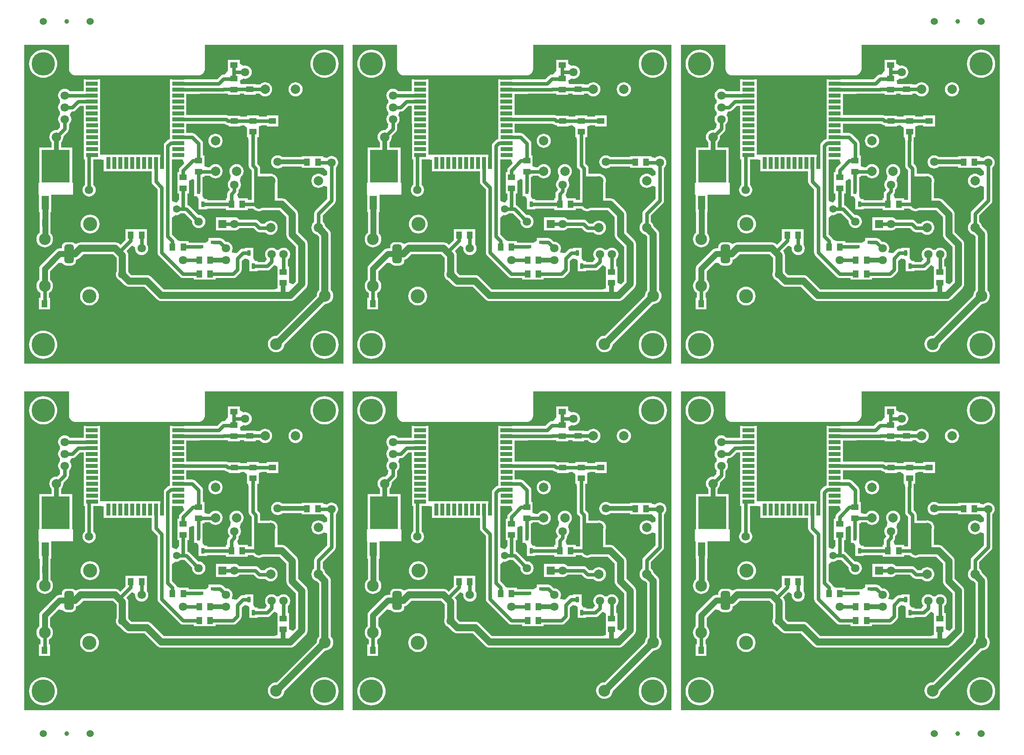
<source format=gbl>
G04 Layer_Physical_Order=2*
G04 Layer_Color=16711680*
%FSLAX25Y25*%
%MOIN*%
G70*
G01*
G75*
%ADD10C,0.19685*%
%ADD11C,0.03937*%
%ADD13C,0.03937*%
%ADD14C,0.06000*%
%ADD15C,0.07087*%
%ADD16C,0.07874*%
G04:AMPARAMS|DCode=17|XSize=157.48mil|YSize=78.74mil|CornerRadius=19.68mil|HoleSize=0mil|Usage=FLASHONLY|Rotation=90.000|XOffset=0mil|YOffset=0mil|HoleType=Round|Shape=RoundedRectangle|*
%AMROUNDEDRECTD17*
21,1,0.15748,0.03937,0,0,90.0*
21,1,0.11811,0.07874,0,0,90.0*
1,1,0.03937,0.01968,0.05905*
1,1,0.03937,0.01968,-0.05905*
1,1,0.03937,-0.01968,-0.05905*
1,1,0.03937,-0.01968,0.05905*
%
%ADD17ROUNDEDRECTD17*%
G04:AMPARAMS|DCode=18|XSize=157.48mil|YSize=78.74mil|CornerRadius=19.68mil|HoleSize=0mil|Usage=FLASHONLY|Rotation=0.000|XOffset=0mil|YOffset=0mil|HoleType=Round|Shape=RoundedRectangle|*
%AMROUNDEDRECTD18*
21,1,0.15748,0.03937,0,0,0.0*
21,1,0.11811,0.07874,0,0,0.0*
1,1,0.03937,0.05905,-0.01968*
1,1,0.03937,-0.05905,-0.01968*
1,1,0.03937,-0.05905,0.01968*
1,1,0.03937,0.05905,0.01968*
%
%ADD18ROUNDEDRECTD18*%
%ADD19C,0.11811*%
%ADD20R,0.07087X0.07087*%
%ADD21C,0.09842*%
%ADD22C,0.06299*%
%ADD23R,0.05905X0.05118*%
%ADD24R,0.05118X0.05905*%
%ADD25R,0.19685X0.19685*%
%ADD26R,0.03543X0.09842*%
%ADD27R,0.09842X0.03543*%
%ADD28R,0.03150X0.04724*%
%ADD29R,0.04724X0.03150*%
%ADD30R,0.06299X0.11811*%
%ADD31R,0.23622X0.27559*%
%ADD32C,0.03150*%
%ADD33C,0.05905*%
%ADD34C,0.05118*%
%ADD35R,0.17500X0.20000*%
%ADD36R,0.14000X0.05000*%
G36*
X1098425Y673228D02*
X830709D01*
Y940945D01*
X868072D01*
Y921260D01*
Y920872D01*
X868110Y920678D01*
Y920481D01*
X868262Y919720D01*
X868337Y919537D01*
X868376Y919343D01*
X868672Y918627D01*
X868782Y918462D01*
X868858Y918280D01*
X869289Y917635D01*
X869429Y917495D01*
X869538Y917331D01*
X870087Y916783D01*
X870251Y916673D01*
X870391Y916533D01*
X871036Y916102D01*
X871218Y916026D01*
X871383Y915917D01*
X872099Y915620D01*
X872293Y915581D01*
X872476Y915506D01*
X873236Y915354D01*
X873434D01*
X873628Y915316D01*
X976766D01*
X976960Y915354D01*
X977157D01*
X977918Y915506D01*
X978100Y915581D01*
X978294Y915620D01*
X979011Y915917D01*
X979175Y916026D01*
X979358Y916102D01*
X980003Y916533D01*
X980142Y916673D01*
X980307Y916783D01*
X980855Y917331D01*
X980965Y917495D01*
X981105Y917635D01*
X981536Y918280D01*
X981611Y918462D01*
X981721Y918627D01*
X982018Y919343D01*
X982057Y919537D01*
X982132Y919720D01*
X982283Y920481D01*
Y920678D01*
X982322Y920872D01*
Y921260D01*
Y940945D01*
X1098425D01*
Y673228D01*
D02*
G37*
G36*
X822835D02*
X555118D01*
Y940945D01*
X592481D01*
Y921260D01*
Y920872D01*
X592520Y920678D01*
Y920481D01*
X592671Y919720D01*
X592747Y919537D01*
X592785Y919343D01*
X593082Y918627D01*
X593192Y918462D01*
X593267Y918280D01*
X593698Y917635D01*
X593838Y917495D01*
X593948Y917331D01*
X594496Y916783D01*
X594661Y916673D01*
X594800Y916533D01*
X595445Y916102D01*
X595628Y916026D01*
X595792Y915917D01*
X596509Y915620D01*
X596703Y915581D01*
X596885Y915506D01*
X597646Y915354D01*
X597844D01*
X598037Y915316D01*
X701175D01*
X701369Y915354D01*
X701567D01*
X702327Y915506D01*
X702510Y915581D01*
X702704Y915620D01*
X703420Y915917D01*
X703585Y916026D01*
X703767Y916102D01*
X704412Y916533D01*
X704552Y916673D01*
X704716Y916783D01*
X705265Y917331D01*
X705374Y917495D01*
X705514Y917635D01*
X705945Y918280D01*
X706021Y918462D01*
X706131Y918627D01*
X706427Y919343D01*
X706466Y919537D01*
X706542Y919720D01*
X706693Y920481D01*
Y920678D01*
X706732Y920872D01*
Y921260D01*
Y940945D01*
X822835D01*
Y673228D01*
D02*
G37*
G36*
X547244D02*
X279528D01*
Y940945D01*
X316891D01*
Y921260D01*
Y920872D01*
X316929Y920678D01*
Y920481D01*
X317080Y919720D01*
X317156Y919537D01*
X317195Y919343D01*
X317491Y918627D01*
X317601Y918462D01*
X317677Y918280D01*
X318108Y917635D01*
X318248Y917495D01*
X318357Y917331D01*
X318906Y916783D01*
X319070Y916673D01*
X319210Y916533D01*
X319855Y916102D01*
X320037Y916026D01*
X320202Y915917D01*
X320918Y915620D01*
X321112Y915581D01*
X321295Y915506D01*
X322055Y915354D01*
X322253D01*
X322447Y915316D01*
X425585D01*
X425778Y915354D01*
X425976D01*
X426737Y915506D01*
X426919Y915581D01*
X427113Y915620D01*
X427830Y915917D01*
X427994Y916026D01*
X428177Y916102D01*
X428822Y916533D01*
X428961Y916673D01*
X429126Y916783D01*
X429674Y917331D01*
X429784Y917495D01*
X429924Y917635D01*
X430355Y918280D01*
X430430Y918462D01*
X430540Y918627D01*
X430837Y919343D01*
X430875Y919537D01*
X430951Y919720D01*
X431102Y920481D01*
Y920678D01*
X431141Y920872D01*
Y921260D01*
Y940945D01*
X547244D01*
Y673228D01*
D02*
G37*
G36*
X1098425Y381890D02*
X830709D01*
Y649606D01*
X868072D01*
Y629921D01*
Y629533D01*
X868110Y629340D01*
Y629142D01*
X868262Y628381D01*
X868337Y628199D01*
X868376Y628005D01*
X868672Y627288D01*
X868782Y627124D01*
X868858Y626941D01*
X869289Y626297D01*
X869429Y626157D01*
X869538Y625992D01*
X870087Y625444D01*
X870251Y625334D01*
X870391Y625194D01*
X871036Y624763D01*
X871218Y624688D01*
X871383Y624578D01*
X872099Y624281D01*
X872293Y624243D01*
X872476Y624167D01*
X873236Y624016D01*
X873434D01*
X873628Y623977D01*
X976766D01*
X976960Y624016D01*
X977157D01*
X977918Y624167D01*
X978100Y624243D01*
X978294Y624281D01*
X979011Y624578D01*
X979175Y624688D01*
X979358Y624763D01*
X980003Y625194D01*
X980142Y625334D01*
X980307Y625444D01*
X980855Y625992D01*
X980965Y626157D01*
X981105Y626297D01*
X981536Y626941D01*
X981611Y627124D01*
X981721Y627288D01*
X982018Y628005D01*
X982057Y628199D01*
X982132Y628381D01*
X982283Y629142D01*
Y629340D01*
X982322Y629533D01*
Y629921D01*
Y649606D01*
X1098425D01*
Y381890D01*
D02*
G37*
G36*
X822835D02*
X555118D01*
Y649606D01*
X592481D01*
Y629921D01*
Y629533D01*
X592520Y629340D01*
Y629142D01*
X592671Y628381D01*
X592747Y628199D01*
X592785Y628005D01*
X593082Y627288D01*
X593192Y627124D01*
X593267Y626941D01*
X593698Y626297D01*
X593838Y626157D01*
X593948Y625992D01*
X594496Y625444D01*
X594661Y625334D01*
X594800Y625194D01*
X595445Y624763D01*
X595628Y624688D01*
X595792Y624578D01*
X596509Y624281D01*
X596703Y624243D01*
X596885Y624167D01*
X597646Y624016D01*
X597844D01*
X598037Y623977D01*
X701175D01*
X701369Y624016D01*
X701567D01*
X702327Y624167D01*
X702510Y624243D01*
X702704Y624281D01*
X703420Y624578D01*
X703585Y624688D01*
X703767Y624763D01*
X704412Y625194D01*
X704552Y625334D01*
X704716Y625444D01*
X705265Y625992D01*
X705374Y626157D01*
X705514Y626297D01*
X705945Y626941D01*
X706021Y627124D01*
X706131Y627288D01*
X706427Y628005D01*
X706466Y628199D01*
X706542Y628381D01*
X706693Y629142D01*
Y629340D01*
X706732Y629533D01*
Y629921D01*
Y649606D01*
X822835D01*
Y381890D01*
D02*
G37*
G36*
X547244D02*
X279528D01*
Y649606D01*
X316891D01*
Y629921D01*
Y629533D01*
X316929Y629340D01*
Y629142D01*
X317080Y628381D01*
X317156Y628199D01*
X317195Y628005D01*
X317491Y627288D01*
X317601Y627124D01*
X317677Y626941D01*
X318108Y626297D01*
X318248Y626157D01*
X318357Y625992D01*
X318906Y625444D01*
X319070Y625334D01*
X319210Y625194D01*
X319855Y624763D01*
X320037Y624688D01*
X320202Y624578D01*
X320918Y624281D01*
X321112Y624243D01*
X321295Y624167D01*
X322055Y624016D01*
X322253D01*
X322447Y623977D01*
X425585D01*
X425778Y624016D01*
X425976D01*
X426737Y624167D01*
X426919Y624243D01*
X427113Y624281D01*
X427830Y624578D01*
X427994Y624688D01*
X428177Y624763D01*
X428822Y625194D01*
X428961Y625334D01*
X429126Y625444D01*
X429674Y625992D01*
X429784Y626157D01*
X429924Y626297D01*
X430355Y626941D01*
X430430Y627124D01*
X430540Y627288D01*
X430837Y628005D01*
X430875Y628199D01*
X430951Y628381D01*
X431102Y629142D01*
Y629340D01*
X431141Y629533D01*
Y629921D01*
Y649606D01*
X547244D01*
Y381890D01*
D02*
G37*
%LPC*%
G36*
X1011488Y928587D02*
X1001646D01*
Y919532D01*
X1001646D01*
Y919310D01*
X998903Y916160D01*
X998067D01*
X998067Y916160D01*
X997142Y916039D01*
X996280Y915682D01*
X995540Y915114D01*
X992425Y911999D01*
X966693D01*
Y912165D01*
X952913D01*
Y904685D01*
Y899685D01*
Y894685D01*
Y889685D01*
Y884685D01*
Y879685D01*
Y874685D01*
X952953D01*
Y869685D01*
Y864685D01*
Y861940D01*
X952481Y861877D01*
X951619Y861520D01*
X950878Y860952D01*
X948540Y858614D01*
X947972Y857874D01*
X947615Y857012D01*
X947493Y856087D01*
Y849866D01*
X944843Y848661D01*
X937362D01*
Y848622D01*
X897441D01*
X897362Y848622D01*
X894291Y848812D01*
Y854685D01*
Y859685D01*
Y864685D01*
Y869685D01*
Y877165D01*
X894252D01*
Y879685D01*
Y884685D01*
Y889685D01*
Y894685D01*
Y899685D01*
Y904685D01*
Y912165D01*
X880472D01*
Y904685D01*
Y901999D01*
X868896D01*
X868498Y902518D01*
X867347Y903401D01*
X866006Y903957D01*
X864567Y904146D01*
X863128Y903957D01*
X861787Y903401D01*
X860636Y902518D01*
X859752Y901366D01*
X859197Y900025D01*
X859008Y898587D01*
X859197Y897148D01*
X859752Y895807D01*
X860636Y894656D01*
Y892518D01*
X859752Y891366D01*
X859197Y890026D01*
X859008Y888587D01*
X859197Y887148D01*
X859752Y885807D01*
X860636Y884656D01*
Y882518D01*
X859752Y881366D01*
X859197Y880025D01*
X859008Y878587D01*
X859197Y877148D01*
X859752Y875807D01*
X860636Y874656D01*
X860450Y871629D01*
X858069Y869471D01*
X857567Y869521D01*
X856409Y869407D01*
X855296Y869069D01*
X854270Y868521D01*
X853371Y867783D01*
X852633Y866883D01*
X852085Y865858D01*
X851747Y864744D01*
X851633Y863587D01*
X851747Y862429D01*
X852085Y861316D01*
X852633Y860290D01*
X853371Y859391D01*
X853596Y859206D01*
Y854835D01*
X843287D01*
Y825087D01*
X842520D01*
Y814961D01*
X842953D01*
Y800528D01*
X843504D01*
Y783193D01*
X842863Y782667D01*
X842002Y781618D01*
X841362Y780421D01*
X840968Y779122D01*
X840835Y777772D01*
X840968Y776421D01*
X841362Y775122D01*
X842002Y773925D01*
X842863Y772876D01*
X843912Y772015D01*
X845109Y771376D01*
X846408Y770982D01*
X847758Y770849D01*
X849109Y770982D01*
X850408Y771376D01*
X851604Y772015D01*
X852654Y772876D01*
X853515Y773925D01*
X854154Y775122D01*
X854548Y776421D01*
X854681Y777772D01*
X854548Y779122D01*
X854154Y780421D01*
X853515Y781618D01*
X852654Y782667D01*
X852637Y782680D01*
Y800528D01*
X853189D01*
Y814961D01*
X871567D01*
Y825087D01*
X870846D01*
Y854835D01*
X861538D01*
Y859206D01*
X861763Y859391D01*
X862501Y860290D01*
X863049Y861316D01*
X863387Y862429D01*
X863501Y863587D01*
X863422Y864388D01*
X867094Y868060D01*
X867094Y868060D01*
X867662Y868800D01*
X868019Y869662D01*
X868141Y870587D01*
Y874382D01*
X868498Y874656D01*
X869382Y875807D01*
X869937Y877148D01*
X870126Y878587D01*
X869937Y880025D01*
X869382Y881366D01*
X869000Y881863D01*
X869702Y884083D01*
X870417Y885013D01*
X871067D01*
X871992Y885135D01*
X872854Y885492D01*
X873594Y886059D01*
X877323Y889788D01*
X880472Y889699D01*
Y884685D01*
Y879685D01*
Y874685D01*
X880512D01*
Y869685D01*
Y864685D01*
Y859685D01*
Y854685D01*
Y849685D01*
Y844685D01*
X881493D01*
Y823292D01*
X881136Y823018D01*
X880252Y821866D01*
X879697Y820525D01*
X879508Y819087D01*
X879697Y817648D01*
X880252Y816307D01*
X881136Y815156D01*
X882287Y814272D01*
X883628Y813717D01*
X885067Y813527D01*
X886506Y813717D01*
X887847Y814272D01*
X888998Y815156D01*
X889882Y816307D01*
X890437Y817648D01*
X890626Y819087D01*
X890437Y820525D01*
X889882Y821866D01*
X888998Y823018D01*
X888641Y823292D01*
Y844685D01*
X894213D01*
X894291Y844685D01*
X897362Y844495D01*
Y834842D01*
X937529D01*
Y826051D01*
X937650Y825126D01*
X938007Y824264D01*
X938575Y823524D01*
X942493Y819606D01*
Y766587D01*
X942615Y765662D01*
X942972Y764800D01*
X943540Y764059D01*
X961540Y746060D01*
X961540Y746060D01*
X962280Y745492D01*
X963142Y745134D01*
X964067Y745013D01*
X973012D01*
Y743665D01*
X978917D01*
X982067Y743665D01*
X985217Y743665D01*
X991122D01*
Y745013D01*
X1006067D01*
X1006992Y745134D01*
X1007854Y745492D01*
X1008594Y746060D01*
X1012094Y749559D01*
X1012662Y750300D01*
X1013019Y751162D01*
X1013141Y752087D01*
X1013141Y752087D01*
Y759367D01*
X1015754Y761401D01*
X1018644Y760886D01*
X1019524Y759307D01*
X1019524Y758716D01*
Y755209D01*
X1019493Y754976D01*
X1019524Y754744D01*
Y750646D01*
X1026610D01*
Y751403D01*
X1034457D01*
X1035382Y751524D01*
X1036244Y751881D01*
X1036984Y752449D01*
X1040576Y756041D01*
X1043135Y754284D01*
X1043146Y754274D01*
Y748736D01*
X1043146Y745587D01*
X1043146Y742437D01*
Y736531D01*
X1040403Y735550D01*
X947623D01*
X937077Y746097D01*
X936049Y746885D01*
X934852Y747381D01*
X933567Y747550D01*
X920623D01*
X918288Y749886D01*
X918031Y750506D01*
Y764087D01*
X917861Y765371D01*
X917366Y766569D01*
X916577Y767596D01*
X916354Y767819D01*
X920854Y772320D01*
X921707Y772050D01*
X923669Y770681D01*
X923575Y769961D01*
X923764Y768522D01*
X924319Y767181D01*
X925203Y766030D01*
X926354Y765146D01*
X927695Y764591D01*
X929134Y764401D01*
X930573Y764591D01*
X931913Y765146D01*
X933065Y766030D01*
X933948Y767181D01*
X934504Y768522D01*
X934693Y769961D01*
X934504Y771399D01*
X933948Y772740D01*
X933709Y773052D01*
X933622Y776165D01*
X933622D01*
Y786008D01*
X927717D01*
X924567Y786008D01*
X921417Y786008D01*
X915512D01*
Y777086D01*
X911300Y772874D01*
X910577Y773596D01*
X909549Y774385D01*
X908352Y774881D01*
X907067Y775050D01*
X878067D01*
X876782Y774881D01*
X875585Y774385D01*
X874282Y773677D01*
X872887Y774084D01*
X872064Y774715D01*
X871107Y775111D01*
X870079Y775247D01*
X866142D01*
X865114Y775111D01*
X864156Y774715D01*
X863334Y774084D01*
X862703Y773261D01*
X862306Y772303D01*
X862171Y771276D01*
Y769937D01*
X860350D01*
X859169Y769781D01*
X858067Y769325D01*
X857121Y768599D01*
X844529Y756007D01*
X843803Y755061D01*
X843347Y753960D01*
X843192Y752778D01*
Y743567D01*
X842863Y743297D01*
X842002Y742248D01*
X841362Y741051D01*
X840968Y739752D01*
X840835Y738402D01*
X840968Y737051D01*
X841362Y735752D01*
X842002Y734555D01*
X842863Y733506D01*
X843912Y732645D01*
X844184Y732500D01*
Y728508D01*
X843067D01*
Y718665D01*
X852122D01*
Y728508D01*
X851332D01*
Y732500D01*
X851604Y732645D01*
X852654Y733506D01*
X853515Y734555D01*
X854154Y735752D01*
X854548Y737051D01*
X854681Y738402D01*
X854548Y739752D01*
X854154Y741051D01*
X853515Y742248D01*
X852654Y743297D01*
X852325Y743567D01*
Y750886D01*
X859286Y757848D01*
X859657Y757920D01*
X861895Y757596D01*
X862993Y757100D01*
X863334Y756657D01*
X864156Y756026D01*
X865114Y755629D01*
X866142Y755494D01*
X870079D01*
X871107Y755629D01*
X872064Y756026D01*
X872887Y756657D01*
X873518Y757479D01*
X873914Y758437D01*
X874050Y759465D01*
Y760498D01*
X874635Y760575D01*
X875832Y761071D01*
X876860Y761860D01*
X880123Y765123D01*
X905011D01*
X908103Y762031D01*
Y750506D01*
X907697Y749525D01*
X907508Y748087D01*
X907697Y746648D01*
X908252Y745307D01*
X909136Y744156D01*
X910287Y743272D01*
X911268Y742866D01*
X915057Y739077D01*
X916085Y738288D01*
X917282Y737792D01*
X918567Y737623D01*
X931511D01*
X942057Y727077D01*
X943085Y726288D01*
X944282Y725792D01*
X945567Y725623D01*
X1054067D01*
X1055352Y725792D01*
X1056549Y726288D01*
X1057577Y727077D01*
X1067077Y736577D01*
X1067866Y737605D01*
X1068361Y738802D01*
X1068531Y740087D01*
Y773587D01*
X1068361Y774871D01*
X1067866Y776068D01*
X1067077Y777097D01*
X1060531Y783643D01*
Y798587D01*
X1060361Y799871D01*
X1059866Y801068D01*
X1059077Y802096D01*
X1050577Y810596D01*
X1049549Y811385D01*
X1048352Y811881D01*
X1047067Y812050D01*
X1043074D01*
Y825127D01*
X1043222Y825614D01*
X1043336Y826772D01*
X1043222Y827929D01*
X1042884Y829043D01*
X1042336Y830068D01*
X1041598Y830968D01*
X1040698Y831706D01*
X1039672Y832254D01*
X1038559Y832592D01*
X1037402Y832706D01*
X1036264Y832594D01*
X1028641D01*
Y837087D01*
X1028519Y838012D01*
X1028162Y838874D01*
X1027594Y839614D01*
X1026113Y841094D01*
Y860251D01*
X1026141Y860461D01*
X1026141Y860461D01*
Y863531D01*
X1027488D01*
Y869437D01*
X1027488Y872587D01*
X1030243Y873540D01*
X1034146D01*
Y872587D01*
X1043988D01*
Y881642D01*
X1034146D01*
Y880688D01*
X1027488D01*
Y881642D01*
X1017646D01*
Y880633D01*
X1011988D01*
Y881587D01*
X1002146D01*
X1002146Y881587D01*
X1001153Y881877D01*
X1000228Y881999D01*
X966693D01*
Y884685D01*
Y889685D01*
Y894685D01*
Y899851D01*
X977405D01*
X978331Y899973D01*
X978360Y899985D01*
X998012D01*
X998431Y900040D01*
X1001646D01*
Y899032D01*
X1011488D01*
Y900040D01*
X1015146D01*
Y899087D01*
X1024988D01*
Y900040D01*
X1028159D01*
X1028576Y899532D01*
X1029475Y898794D01*
X1030501Y898246D01*
X1031614Y897908D01*
X1032772Y897794D01*
X1033929Y897908D01*
X1035042Y898246D01*
X1036068Y898794D01*
X1036968Y899532D01*
X1037706Y900432D01*
X1038254Y901458D01*
X1038592Y902571D01*
X1038706Y903728D01*
X1038592Y904886D01*
X1038254Y905999D01*
X1037706Y907025D01*
X1036968Y907924D01*
X1036068Y908662D01*
X1035042Y909211D01*
X1033929Y909548D01*
X1032772Y909662D01*
X1031614Y909548D01*
X1030501Y909211D01*
X1029475Y908662D01*
X1028576Y907924D01*
X1025247Y907884D01*
X1024988Y908142D01*
Y908142D01*
X1015146D01*
Y908142D01*
X1012285Y907942D01*
X1011687Y911022D01*
X1011742Y911098D01*
X1014628Y912717D01*
X1016067Y912527D01*
X1017506Y912717D01*
X1018847Y913272D01*
X1019998Y914156D01*
X1020881Y915307D01*
X1021437Y916648D01*
X1021626Y918087D01*
X1021437Y919526D01*
X1020881Y920866D01*
X1019998Y922018D01*
X1018847Y922901D01*
X1017506Y923457D01*
X1016067Y923646D01*
X1014628Y923457D01*
X1011742Y925075D01*
X1011488Y925432D01*
Y928587D01*
D02*
G37*
G36*
X1082677Y937044D02*
X1080824Y936899D01*
X1079016Y936465D01*
X1077299Y935753D01*
X1075713Y934782D01*
X1074300Y933574D01*
X1073092Y932161D01*
X1072121Y930575D01*
X1071410Y928858D01*
X1070975Y927050D01*
X1070830Y925197D01*
X1070975Y923343D01*
X1071410Y921536D01*
X1072121Y919818D01*
X1073092Y918233D01*
X1074300Y916819D01*
X1075713Y915612D01*
X1077299Y914641D01*
X1079016Y913929D01*
X1080824Y913495D01*
X1082677Y913349D01*
X1084531Y913495D01*
X1086338Y913929D01*
X1088056Y914641D01*
X1089641Y915612D01*
X1091055Y916819D01*
X1092262Y918233D01*
X1093233Y919818D01*
X1093945Y921536D01*
X1094379Y923343D01*
X1094525Y925197D01*
X1094379Y927050D01*
X1093945Y928858D01*
X1093233Y930575D01*
X1092262Y932161D01*
X1091055Y933574D01*
X1089641Y934782D01*
X1088056Y935753D01*
X1086338Y936465D01*
X1084531Y936899D01*
X1082677Y937044D01*
D02*
G37*
G36*
X846457D02*
X844603Y936899D01*
X842796Y936465D01*
X841078Y935753D01*
X839493Y934782D01*
X838079Y933574D01*
X836872Y932161D01*
X835900Y930575D01*
X835189Y928858D01*
X834755Y927050D01*
X834609Y925197D01*
X834755Y923343D01*
X835189Y921536D01*
X835900Y919818D01*
X836872Y918233D01*
X838079Y916819D01*
X839493Y915612D01*
X841078Y914641D01*
X842796Y913929D01*
X844603Y913495D01*
X846457Y913349D01*
X848310Y913495D01*
X850118Y913929D01*
X851835Y914641D01*
X853421Y915612D01*
X854834Y916819D01*
X856042Y918233D01*
X857013Y919818D01*
X857724Y921536D01*
X858158Y923343D01*
X858304Y925197D01*
X858158Y927050D01*
X857724Y928858D01*
X857013Y930575D01*
X856042Y932161D01*
X854834Y933574D01*
X853421Y934782D01*
X851835Y935753D01*
X850118Y936465D01*
X848310Y936899D01*
X846457Y937044D01*
D02*
G37*
G36*
X1058362Y909662D02*
X1057205Y909548D01*
X1056091Y909211D01*
X1055065Y908662D01*
X1054166Y907924D01*
X1053428Y907025D01*
X1052880Y905999D01*
X1052542Y904886D01*
X1052428Y903728D01*
X1052542Y902571D01*
X1052880Y901458D01*
X1053428Y900432D01*
X1054166Y899532D01*
X1055065Y898794D01*
X1056091Y898246D01*
X1057205Y897908D01*
X1058362Y897794D01*
X1059520Y897908D01*
X1060633Y898246D01*
X1061659Y898794D01*
X1062558Y899532D01*
X1063296Y900432D01*
X1063845Y901458D01*
X1064182Y902571D01*
X1064296Y903728D01*
X1064182Y904886D01*
X1063845Y905999D01*
X1063296Y907025D01*
X1062558Y907924D01*
X1061659Y908662D01*
X1060633Y909211D01*
X1059520Y909548D01*
X1058362Y909662D01*
D02*
G37*
G36*
X1043307Y848197D02*
X1041868Y848008D01*
X1040527Y847452D01*
X1039376Y846569D01*
X1038492Y845417D01*
X1037937Y844077D01*
X1037748Y842638D01*
X1037937Y841199D01*
X1038492Y839858D01*
X1039376Y838707D01*
X1040527Y837823D01*
X1041868Y837268D01*
X1043307Y837078D01*
X1044746Y837268D01*
X1046087Y837823D01*
X1047186Y838667D01*
X1063512D01*
Y837665D01*
X1069417D01*
X1072567Y837665D01*
X1075716Y837665D01*
X1081622D01*
X1081622Y837665D01*
X1081843Y837693D01*
X1084993Y834905D01*
Y831851D01*
X1081843Y830860D01*
X1081755Y830968D01*
X1080856Y831706D01*
X1079830Y832254D01*
X1078717Y832592D01*
X1077559Y832706D01*
X1076401Y832592D01*
X1075288Y832254D01*
X1074262Y831706D01*
X1073363Y830968D01*
X1072625Y830068D01*
X1072077Y829043D01*
X1071739Y827929D01*
X1071625Y826772D01*
X1071739Y825614D01*
X1072077Y824501D01*
X1072625Y823475D01*
X1073363Y822576D01*
X1074262Y821838D01*
X1075288Y821289D01*
X1076401Y820952D01*
X1077559Y820838D01*
X1078717Y820952D01*
X1079830Y821289D01*
X1080856Y821838D01*
X1081755Y822576D01*
X1081843Y822683D01*
X1084993Y821692D01*
Y811567D01*
X1075032Y801606D01*
X1074464Y800866D01*
X1074107Y800004D01*
X1073985Y799079D01*
Y792108D01*
X1073363Y791598D01*
X1072625Y790698D01*
X1072077Y789673D01*
X1071739Y788559D01*
X1071625Y787402D01*
X1071739Y786244D01*
X1072077Y785131D01*
X1072625Y784105D01*
X1073363Y783206D01*
X1074262Y782468D01*
X1075288Y781919D01*
X1076341Y781600D01*
X1078103Y779838D01*
Y734923D01*
X1077291Y733933D01*
X1076651Y732736D01*
X1076257Y731437D01*
X1076135Y730194D01*
X1042416Y696475D01*
X1042067Y696510D01*
X1040716Y696377D01*
X1039418Y695983D01*
X1038221Y695343D01*
X1037172Y694482D01*
X1036311Y693433D01*
X1035671Y692236D01*
X1035277Y690937D01*
X1035144Y689587D01*
X1035277Y688236D01*
X1035671Y686937D01*
X1036311Y685740D01*
X1037172Y684691D01*
X1038221Y683830D01*
X1039418Y683190D01*
X1040716Y682797D01*
X1042067Y682663D01*
X1043418Y682797D01*
X1044716Y683190D01*
X1045913Y683830D01*
X1046962Y684691D01*
X1047823Y685740D01*
X1048463Y686937D01*
X1048857Y688236D01*
X1048927Y688947D01*
X1083154Y723174D01*
X1084398Y723297D01*
X1085697Y723691D01*
X1086893Y724330D01*
X1087943Y725191D01*
X1088804Y726240D01*
X1089443Y727437D01*
X1089837Y728736D01*
X1089970Y730087D01*
X1089837Y731437D01*
X1089443Y732736D01*
X1088804Y733933D01*
X1088031Y734875D01*
Y781894D01*
X1087862Y783178D01*
X1087366Y784376D01*
X1086577Y785404D01*
X1083361Y788620D01*
X1083041Y789673D01*
X1082493Y790698D01*
X1081755Y791598D01*
X1081133Y792108D01*
Y797598D01*
X1091094Y807559D01*
X1091662Y808300D01*
X1092019Y809162D01*
X1092141Y810087D01*
Y837881D01*
X1092498Y838156D01*
X1093382Y839307D01*
X1093937Y840648D01*
X1094126Y842087D01*
X1093937Y843526D01*
X1093382Y844866D01*
X1092498Y846018D01*
X1091347Y846901D01*
X1090006Y847457D01*
X1088567Y847646D01*
X1087128Y847457D01*
X1085787Y846901D01*
X1084772Y846122D01*
X1082609Y846462D01*
X1081622Y846679D01*
Y847508D01*
X1075716D01*
X1072567Y847508D01*
X1069417Y847508D01*
X1063512D01*
Y846609D01*
X1047186D01*
X1046087Y847452D01*
X1044746Y848008D01*
X1043307Y848197D01*
D02*
G37*
G36*
X885827Y798282D02*
X884283Y798130D01*
X882799Y797680D01*
X881431Y796949D01*
X880232Y795965D01*
X879248Y794766D01*
X878517Y793398D01*
X878067Y791914D01*
X877915Y790370D01*
X878067Y788827D01*
X878517Y787342D01*
X879248Y785974D01*
X880232Y784775D01*
X881431Y783791D01*
X882799Y783060D01*
X884283Y782610D01*
X885827Y782458D01*
X887370Y782610D01*
X888855Y783060D01*
X890222Y783791D01*
X891422Y784775D01*
X892406Y785974D01*
X893137Y787342D01*
X893587Y788827D01*
X893739Y790370D01*
X893587Y791914D01*
X893137Y793398D01*
X892406Y794766D01*
X891422Y795965D01*
X890222Y796949D01*
X888855Y797680D01*
X887370Y798130D01*
X885827Y798282D01*
D02*
G37*
G36*
X885327Y737782D02*
X883783Y737630D01*
X882299Y737180D01*
X880931Y736449D01*
X879732Y735465D01*
X878748Y734266D01*
X878017Y732898D01*
X877567Y731414D01*
X877415Y729870D01*
X877567Y728327D01*
X878017Y726842D01*
X878748Y725474D01*
X879732Y724275D01*
X880931Y723291D01*
X882299Y722560D01*
X883783Y722110D01*
X885327Y721958D01*
X886870Y722110D01*
X888355Y722560D01*
X889723Y723291D01*
X890921Y724275D01*
X891905Y725474D01*
X892637Y726842D01*
X893087Y728327D01*
X893239Y729870D01*
X893087Y731414D01*
X892637Y732898D01*
X891905Y734266D01*
X890921Y735465D01*
X889723Y736449D01*
X888355Y737180D01*
X886870Y737630D01*
X885327Y737782D01*
D02*
G37*
G36*
X1082677Y700824D02*
X1080824Y700678D01*
X1079016Y700244D01*
X1077299Y699533D01*
X1075713Y698561D01*
X1074300Y697354D01*
X1073092Y695940D01*
X1072121Y694355D01*
X1071410Y692637D01*
X1070975Y690830D01*
X1070830Y688976D01*
X1070975Y687123D01*
X1071410Y685315D01*
X1072121Y683598D01*
X1073092Y682013D01*
X1074300Y680599D01*
X1075713Y679391D01*
X1077299Y678420D01*
X1079016Y677709D01*
X1080824Y677275D01*
X1082677Y677129D01*
X1084531Y677275D01*
X1086338Y677709D01*
X1088056Y678420D01*
X1089641Y679391D01*
X1091055Y680599D01*
X1092262Y682013D01*
X1093233Y683598D01*
X1093945Y685315D01*
X1094379Y687123D01*
X1094525Y688976D01*
X1094379Y690830D01*
X1093945Y692637D01*
X1093233Y694355D01*
X1092262Y695940D01*
X1091055Y697354D01*
X1089641Y698561D01*
X1088056Y699533D01*
X1086338Y700244D01*
X1084531Y700678D01*
X1082677Y700824D01*
D02*
G37*
G36*
X846457D02*
X844603Y700678D01*
X842796Y700244D01*
X841078Y699533D01*
X839493Y698561D01*
X838079Y697354D01*
X836872Y695940D01*
X835900Y694355D01*
X835189Y692637D01*
X834755Y690830D01*
X834609Y688976D01*
X834755Y687123D01*
X835189Y685315D01*
X835900Y683598D01*
X836872Y682013D01*
X838079Y680599D01*
X839493Y679391D01*
X841078Y678420D01*
X842796Y677709D01*
X844603Y677275D01*
X846457Y677129D01*
X848310Y677275D01*
X850118Y677709D01*
X851835Y678420D01*
X853421Y679391D01*
X854834Y680599D01*
X856042Y682013D01*
X857013Y683598D01*
X857724Y685315D01*
X858158Y687123D01*
X858304Y688976D01*
X858158Y690830D01*
X857724Y692637D01*
X857013Y694355D01*
X856042Y695940D01*
X854834Y697354D01*
X853421Y698561D01*
X851835Y699533D01*
X850118Y700244D01*
X848310Y700678D01*
X846457Y700824D01*
D02*
G37*
%LPD*%
G36*
X999067Y874532D02*
X999808Y873964D01*
X1000669Y873607D01*
X1001595Y873485D01*
X1002146D01*
Y872532D01*
X1011988D01*
Y872997D01*
X1014815Y873357D01*
X1017646Y871533D01*
X1017646Y869437D01*
Y863531D01*
X1018532D01*
X1018966Y860433D01*
Y839614D01*
X1019087Y838689D01*
X1019444Y837827D01*
X1020012Y837087D01*
X1021493Y835606D01*
Y810660D01*
X1018122D01*
Y812008D01*
X1012216D01*
X1010497Y812008D01*
X1009192Y815158D01*
X1009496Y815461D01*
X1010064Y816201D01*
X1010421Y817063D01*
X1010542Y817988D01*
Y819382D01*
X1010900Y819656D01*
X1011783Y820807D01*
X1012338Y822148D01*
X1012528Y823587D01*
X1012338Y825025D01*
X1011819Y826278D01*
X1011766Y826444D01*
X1011714Y826684D01*
X1012098Y829494D01*
X1012543Y830227D01*
X1013054Y830647D01*
X1013792Y831546D01*
X1014341Y832572D01*
X1014678Y833685D01*
X1014792Y834842D01*
X1014678Y836000D01*
X1014341Y837113D01*
X1013792Y838139D01*
X1013054Y839039D01*
X1012155Y839777D01*
X1011129Y840325D01*
X1010016Y840663D01*
X1008858Y840777D01*
X1007701Y840663D01*
X1006587Y840325D01*
X1005562Y839777D01*
X1004662Y839039D01*
X1003924Y838139D01*
X1003376Y837113D01*
X1003038Y836000D01*
X1002924Y834842D01*
X1003038Y833685D01*
X1003376Y832572D01*
X1003856Y831673D01*
X1003930Y831478D01*
X1003984Y830836D01*
X1003654Y828498D01*
X1003282Y827705D01*
X1003037Y827518D01*
X1002154Y826366D01*
X1001599Y825025D01*
X1001409Y823587D01*
X1001599Y822148D01*
X1002154Y820807D01*
X1003037Y819656D01*
X1003071Y819145D01*
X1002040Y818114D01*
X1001472Y817374D01*
X1001115Y816512D01*
X1000993Y815587D01*
Y812008D01*
X1000012D01*
Y810550D01*
X984110D01*
Y811307D01*
X981796D01*
X980370Y813866D01*
X980370Y814457D01*
Y817965D01*
X980401Y818197D01*
Y830059D01*
X981748D01*
Y831013D01*
X986645D01*
X986946Y830647D01*
X987845Y829908D01*
X988871Y829360D01*
X989984Y829023D01*
X991142Y828908D01*
X992299Y829023D01*
X993413Y829360D01*
X994438Y829908D01*
X995338Y830647D01*
X996076Y831546D01*
X996624Y832572D01*
X996962Y833685D01*
X997076Y834842D01*
X996962Y836000D01*
X996624Y837113D01*
X996076Y838139D01*
X995338Y839039D01*
X994438Y839777D01*
X993413Y840325D01*
X992299Y840663D01*
X991142Y840777D01*
X989984Y840663D01*
X988871Y840325D01*
X987845Y839777D01*
X986946Y839039D01*
X986225Y838161D01*
X984503D01*
X981748Y839114D01*
Y848169D01*
X980641D01*
Y858087D01*
X980519Y859012D01*
X980162Y859874D01*
X979594Y860614D01*
X974255Y865952D01*
X973515Y866520D01*
X972653Y866877D01*
X971728Y866999D01*
X966732D01*
Y869685D01*
Y874851D01*
X998748D01*
X999067Y874532D01*
D02*
G37*
G36*
X964962Y841535D02*
X961540Y838114D01*
X960972Y837374D01*
X960615Y836512D01*
X960493Y835587D01*
Y834142D01*
X959146D01*
Y825087D01*
X959146D01*
Y825087D01*
X959146D01*
Y816031D01*
X960493D01*
Y811001D01*
X958506Y808376D01*
X955708Y809421D01*
X954641Y810474D01*
Y844685D01*
X963657D01*
X964962Y841535D01*
D02*
G37*
G36*
X973253Y827462D02*
Y818197D01*
X973283Y817965D01*
Y813866D01*
X975598D01*
X977024Y811307D01*
X977024Y810717D01*
Y807209D01*
X976993Y806976D01*
X977024Y806744D01*
Y802646D01*
X984110D01*
Y803403D01*
X1000012D01*
Y802165D01*
X1005917D01*
X1009067Y802165D01*
X1012216Y802165D01*
X1018122D01*
Y803513D01*
X1022852D01*
X1023363Y802891D01*
X1024262Y802153D01*
X1025288Y801604D01*
X1026401Y801267D01*
X1027559Y801153D01*
X1028717Y801267D01*
X1029830Y801604D01*
X1030800Y802123D01*
X1045011D01*
X1050603Y796531D01*
Y781587D01*
X1050772Y780302D01*
X1051268Y779105D01*
X1052057Y778077D01*
X1058603Y771531D01*
Y742143D01*
X1056138Y739677D01*
X1052988Y740982D01*
X1052988Y745587D01*
X1052988Y748736D01*
Y754642D01*
X1051881D01*
Y760755D01*
X1052238Y761030D01*
X1053122Y762181D01*
X1053677Y763522D01*
X1053866Y764961D01*
X1053677Y766399D01*
X1053122Y767740D01*
X1052238Y768892D01*
X1051087Y769775D01*
X1049746Y770331D01*
X1048307Y770520D01*
X1046868Y770331D01*
X1045527Y769775D01*
X1044376Y768892D01*
X1042238D01*
X1041087Y769775D01*
X1039746Y770331D01*
X1038307Y770520D01*
X1036868Y770331D01*
X1035527Y769775D01*
X1034376Y768892D01*
X1033492Y767740D01*
X1032937Y766399D01*
X1032748Y764961D01*
X1032937Y763522D01*
X1033492Y762181D01*
X1034274Y761162D01*
X1033794Y760282D01*
X1032448Y758550D01*
X1026610D01*
Y759307D01*
X1024296D01*
X1022870Y761866D01*
X1022870Y762457D01*
Y765965D01*
X1022901Y766197D01*
X1022870Y766429D01*
Y770528D01*
X1015784D01*
Y769771D01*
X1014177D01*
X1013252Y769649D01*
X1012390Y769292D01*
X1011650Y768724D01*
X1011650Y768724D01*
X1008861Y765935D01*
X1005035Y766409D01*
X1004985Y766479D01*
X1004815Y767181D01*
X1005370Y768522D01*
X1005559Y769961D01*
X1005370Y771399D01*
X1004815Y772740D01*
X1003931Y773892D01*
X1002780Y774775D01*
X1001439Y775331D01*
X1000000Y775520D01*
X999554Y775461D01*
X997401Y777614D01*
X996661Y778182D01*
X995799Y778539D01*
X994874Y778660D01*
X989677D01*
X989445Y778630D01*
X985347D01*
Y776315D01*
X982787Y774890D01*
X982197Y774890D01*
X978689D01*
X978457Y774920D01*
X968622D01*
Y776008D01*
X962716D01*
X961632Y776008D01*
X961412Y776014D01*
X959726Y776595D01*
X958162Y777874D01*
X957594Y778614D01*
X957594Y778614D01*
X954641Y781567D01*
Y795699D01*
X955766Y796810D01*
X957790Y798006D01*
X958409Y797924D01*
X959746Y798100D01*
X960991Y798616D01*
X962060Y799436D01*
X965121Y799478D01*
X971566Y793033D01*
X971508Y792587D01*
X971697Y791148D01*
X972252Y789807D01*
X973136Y788656D01*
X974287Y787772D01*
X975628Y787217D01*
X977067Y787027D01*
X978506Y787217D01*
X979847Y787772D01*
X980998Y788656D01*
X981882Y789807D01*
X982437Y791148D01*
X982626Y792587D01*
X982437Y794026D01*
X981882Y795366D01*
X980998Y796518D01*
X979847Y797401D01*
X978506Y797957D01*
X977067Y798146D01*
X976621Y798087D01*
X969094Y805614D01*
X968354Y806182D01*
X967641Y806477D01*
Y816031D01*
X968988D01*
Y821937D01*
X968988Y825087D01*
X968988D01*
Y825087D01*
X968988D01*
Y826638D01*
X972138Y828259D01*
X973253Y827462D01*
D02*
G37*
%LPC*%
G36*
X991142Y866367D02*
X989984Y866253D01*
X988871Y865915D01*
X987845Y865367D01*
X986946Y864629D01*
X986208Y863730D01*
X985659Y862704D01*
X985322Y861591D01*
X985208Y860433D01*
X985322Y859275D01*
X985659Y858162D01*
X986208Y857136D01*
X986946Y856237D01*
X987845Y855499D01*
X988871Y854951D01*
X989984Y854613D01*
X991142Y854499D01*
X992299Y854613D01*
X993413Y854951D01*
X994438Y855499D01*
X995338Y856237D01*
X996076Y857136D01*
X996624Y858162D01*
X996962Y859275D01*
X997076Y860433D01*
X996962Y861591D01*
X996624Y862704D01*
X996076Y863730D01*
X995338Y864629D01*
X994438Y865367D01*
X993413Y865915D01*
X992299Y866253D01*
X991142Y866367D01*
D02*
G37*
G36*
X1006968Y796146D02*
X1005630Y795970D01*
X1005441Y795961D01*
X1002480Y796098D01*
X1002480Y796098D01*
X991457D01*
Y785075D01*
X1002480D01*
Y785075D01*
X1005441Y785213D01*
X1005630Y785204D01*
X1006968Y785027D01*
X1008407Y785217D01*
X1009748Y785772D01*
X1010900Y786656D01*
X1011174Y787013D01*
X1023087D01*
X1025540Y784559D01*
X1026280Y783992D01*
X1027142Y783635D01*
X1028067Y783513D01*
X1028067Y783513D01*
X1032953D01*
X1033206Y783206D01*
X1034105Y782468D01*
X1035131Y781919D01*
X1036244Y781581D01*
X1037402Y781467D01*
X1038559Y781581D01*
X1039672Y781919D01*
X1040698Y782468D01*
X1041598Y783206D01*
X1042336Y784105D01*
X1042884Y785131D01*
X1043222Y786244D01*
X1043336Y787402D01*
X1043222Y788559D01*
X1042884Y789673D01*
X1042336Y790698D01*
X1041598Y791598D01*
X1040698Y792336D01*
X1039672Y792884D01*
X1038559Y793222D01*
X1037402Y793336D01*
X1036244Y793222D01*
X1035131Y792884D01*
X1034105Y792336D01*
X1033206Y791598D01*
X1032609Y790871D01*
X1029446Y790762D01*
X1027094Y793114D01*
X1026354Y793682D01*
X1025492Y794039D01*
X1024567Y794161D01*
X1011174D01*
X1010900Y794518D01*
X1009748Y795401D01*
X1008407Y795957D01*
X1006968Y796146D01*
D02*
G37*
G36*
X735898Y928587D02*
X726055D01*
Y919532D01*
X726055D01*
Y919310D01*
X723312Y916160D01*
X722476D01*
X722476Y916160D01*
X721551Y916039D01*
X720689Y915682D01*
X719949Y915114D01*
X716835Y911999D01*
X691102D01*
Y912165D01*
X677323D01*
Y904685D01*
Y899685D01*
Y894685D01*
Y889685D01*
Y884685D01*
Y879685D01*
Y874685D01*
X677362D01*
Y869685D01*
Y864685D01*
Y861940D01*
X676890Y861877D01*
X676028Y861520D01*
X675288Y860952D01*
X672949Y858614D01*
X672381Y857874D01*
X672024Y857012D01*
X671903Y856087D01*
Y849866D01*
X669252Y848661D01*
X661772D01*
Y848622D01*
X621850D01*
X621772Y848622D01*
X618701Y848812D01*
Y854685D01*
Y859685D01*
Y864685D01*
Y869685D01*
Y877165D01*
X618661D01*
Y879685D01*
Y884685D01*
Y889685D01*
Y894685D01*
Y899685D01*
Y904685D01*
Y912165D01*
X604882D01*
Y904685D01*
Y901999D01*
X593305D01*
X592907Y902518D01*
X591756Y903401D01*
X590415Y903957D01*
X588976Y904146D01*
X587537Y903957D01*
X586197Y903401D01*
X585045Y902518D01*
X584162Y901366D01*
X583606Y900025D01*
X583417Y898587D01*
X583606Y897148D01*
X584162Y895807D01*
X585045Y894656D01*
Y892518D01*
X584162Y891366D01*
X583606Y890026D01*
X583417Y888587D01*
X583606Y887148D01*
X584162Y885807D01*
X585045Y884656D01*
Y882518D01*
X584162Y881366D01*
X583606Y880025D01*
X583417Y878587D01*
X583606Y877148D01*
X584162Y875807D01*
X585045Y874656D01*
X584859Y871629D01*
X582478Y869471D01*
X581976Y869521D01*
X580819Y869407D01*
X579705Y869069D01*
X578680Y868521D01*
X577780Y867783D01*
X577042Y866883D01*
X576494Y865858D01*
X576156Y864744D01*
X576042Y863587D01*
X576156Y862429D01*
X576494Y861316D01*
X577042Y860290D01*
X577780Y859391D01*
X578005Y859206D01*
Y854835D01*
X567697D01*
Y825087D01*
X566929D01*
Y814961D01*
X567362D01*
Y800528D01*
X567914D01*
Y783193D01*
X567272Y782667D01*
X566411Y781618D01*
X565772Y780421D01*
X565378Y779122D01*
X565245Y777772D01*
X565378Y776421D01*
X565772Y775122D01*
X566411Y773925D01*
X567272Y772876D01*
X568321Y772015D01*
X569518Y771376D01*
X570817Y770982D01*
X572168Y770849D01*
X573518Y770982D01*
X574817Y771376D01*
X576014Y772015D01*
X577063Y772876D01*
X577924Y773925D01*
X578564Y775122D01*
X578958Y776421D01*
X579091Y777772D01*
X578958Y779122D01*
X578564Y780421D01*
X577924Y781618D01*
X577063Y782667D01*
X577047Y782680D01*
Y800528D01*
X577598D01*
Y814961D01*
X595976D01*
Y825087D01*
X595256D01*
Y854835D01*
X585947D01*
Y859206D01*
X586172Y859391D01*
X586910Y860290D01*
X587459Y861316D01*
X587796Y862429D01*
X587911Y863587D01*
X587832Y864388D01*
X591503Y868060D01*
X591503Y868060D01*
X592071Y868800D01*
X592428Y869662D01*
X592550Y870587D01*
Y874382D01*
X592907Y874656D01*
X593791Y875807D01*
X594346Y877148D01*
X594536Y878587D01*
X594346Y880025D01*
X593791Y881366D01*
X593410Y881863D01*
X594111Y884083D01*
X594827Y885013D01*
X595476D01*
X596401Y885135D01*
X597263Y885492D01*
X598003Y886059D01*
X601732Y889788D01*
X604882Y889699D01*
Y884685D01*
Y879685D01*
Y874685D01*
X604921D01*
Y869685D01*
Y864685D01*
Y859685D01*
Y854685D01*
Y849685D01*
Y844685D01*
X605902D01*
Y823292D01*
X605545Y823018D01*
X604662Y821866D01*
X604107Y820525D01*
X603917Y819087D01*
X604107Y817648D01*
X604662Y816307D01*
X605545Y815156D01*
X606697Y814272D01*
X608038Y813717D01*
X609476Y813527D01*
X610915Y813717D01*
X612256Y814272D01*
X613407Y815156D01*
X614291Y816307D01*
X614846Y817648D01*
X615036Y819087D01*
X614846Y820525D01*
X614291Y821866D01*
X613407Y823018D01*
X613050Y823292D01*
Y844685D01*
X618622D01*
X618701Y844685D01*
X621772Y844495D01*
Y834842D01*
X661938D01*
Y826051D01*
X662060Y825126D01*
X662417Y824264D01*
X662985Y823524D01*
X666902Y819606D01*
Y766587D01*
X667024Y765662D01*
X667381Y764800D01*
X667949Y764059D01*
X685949Y746060D01*
X685949Y746060D01*
X686689Y745492D01*
X687551Y745134D01*
X688476Y745013D01*
X697421D01*
Y743665D01*
X703327D01*
X706476Y743665D01*
X709626Y743665D01*
X715531D01*
Y745013D01*
X730476D01*
X731401Y745134D01*
X732263Y745492D01*
X733004Y746060D01*
X736504Y749559D01*
X737071Y750300D01*
X737429Y751162D01*
X737550Y752087D01*
X737550Y752087D01*
Y759367D01*
X740164Y761401D01*
X743053Y760886D01*
X743933Y759307D01*
X743933Y758716D01*
Y755209D01*
X743902Y754976D01*
X743933Y754744D01*
Y750646D01*
X751020D01*
Y751403D01*
X758866D01*
X759791Y751524D01*
X760653Y751881D01*
X761393Y752449D01*
X764985Y756041D01*
X767544Y754284D01*
X767555Y754274D01*
Y748736D01*
X767555Y745587D01*
X767555Y742437D01*
Y736531D01*
X764812Y735550D01*
X672032D01*
X661486Y746097D01*
X660458Y746885D01*
X659261Y747381D01*
X657976Y747550D01*
X645032D01*
X642697Y749886D01*
X642440Y750506D01*
Y764087D01*
X642271Y765371D01*
X641775Y766569D01*
X640986Y767596D01*
X640763Y767819D01*
X645263Y772320D01*
X646116Y772050D01*
X648079Y770681D01*
X647984Y769961D01*
X648173Y768522D01*
X648729Y767181D01*
X649612Y766030D01*
X650764Y765146D01*
X652104Y764591D01*
X653543Y764401D01*
X654982Y764591D01*
X656323Y765146D01*
X657474Y766030D01*
X658358Y767181D01*
X658913Y768522D01*
X659103Y769961D01*
X658913Y771399D01*
X658358Y772740D01*
X658119Y773052D01*
X658032Y776165D01*
X658032D01*
Y786008D01*
X652126D01*
X648976Y786008D01*
X645827Y786008D01*
X639921D01*
Y777086D01*
X635709Y772874D01*
X634986Y773596D01*
X633958Y774385D01*
X632761Y774881D01*
X631476Y775050D01*
X602476D01*
X601192Y774881D01*
X599995Y774385D01*
X598691Y773677D01*
X597296Y774084D01*
X596474Y774715D01*
X595516Y775111D01*
X594488Y775247D01*
X590551D01*
X589523Y775111D01*
X588566Y774715D01*
X587743Y774084D01*
X587112Y773261D01*
X586716Y772303D01*
X586580Y771276D01*
Y769937D01*
X584760D01*
X583578Y769781D01*
X582477Y769325D01*
X581531Y768599D01*
X568939Y756007D01*
X568213Y755061D01*
X567757Y753960D01*
X567601Y752778D01*
Y743567D01*
X567272Y743297D01*
X566411Y742248D01*
X565772Y741051D01*
X565378Y739752D01*
X565245Y738402D01*
X565378Y737051D01*
X565772Y735752D01*
X566411Y734555D01*
X567272Y733506D01*
X568321Y732645D01*
X568594Y732500D01*
Y728508D01*
X567476D01*
Y718665D01*
X576532D01*
Y728508D01*
X575741D01*
Y732500D01*
X576014Y732645D01*
X577063Y733506D01*
X577924Y734555D01*
X578564Y735752D01*
X578958Y737051D01*
X579091Y738402D01*
X578958Y739752D01*
X578564Y741051D01*
X577924Y742248D01*
X577063Y743297D01*
X576734Y743567D01*
Y750886D01*
X583696Y757848D01*
X584066Y757920D01*
X586304Y757596D01*
X587403Y757100D01*
X587743Y756657D01*
X588566Y756026D01*
X589523Y755629D01*
X590551Y755494D01*
X594488D01*
X595516Y755629D01*
X596474Y756026D01*
X597296Y756657D01*
X597927Y757479D01*
X598324Y758437D01*
X598459Y759465D01*
Y760498D01*
X599045Y760575D01*
X600242Y761071D01*
X601270Y761860D01*
X604532Y765123D01*
X629420D01*
X632513Y762031D01*
Y750506D01*
X632106Y749525D01*
X631917Y748087D01*
X632106Y746648D01*
X632662Y745307D01*
X633545Y744156D01*
X634697Y743272D01*
X635677Y742866D01*
X639466Y739077D01*
X640494Y738288D01*
X641692Y737792D01*
X642976Y737623D01*
X655920D01*
X666467Y727077D01*
X667494Y726288D01*
X668692Y725792D01*
X669976Y725623D01*
X778476D01*
X779761Y725792D01*
X780958Y726288D01*
X781986Y727077D01*
X791486Y736577D01*
X792275Y737605D01*
X792771Y738802D01*
X792940Y740087D01*
Y773587D01*
X792771Y774871D01*
X792275Y776068D01*
X791486Y777097D01*
X784940Y783643D01*
Y798587D01*
X784771Y799871D01*
X784275Y801068D01*
X783486Y802096D01*
X774986Y810596D01*
X773958Y811385D01*
X772761Y811881D01*
X771476Y812050D01*
X767483D01*
Y825127D01*
X767631Y825614D01*
X767745Y826772D01*
X767631Y827929D01*
X767293Y829043D01*
X766745Y830068D01*
X766007Y830968D01*
X765108Y831706D01*
X764082Y832254D01*
X762969Y832592D01*
X761811Y832706D01*
X760673Y832594D01*
X753050D01*
Y837087D01*
X752928Y838012D01*
X752571Y838874D01*
X752003Y839614D01*
X750523Y841094D01*
Y860251D01*
X750550Y860461D01*
X750550Y860461D01*
Y863531D01*
X751898D01*
Y869437D01*
X751898Y872587D01*
X754652Y873540D01*
X758555D01*
Y872587D01*
X768398D01*
Y881642D01*
X758555D01*
Y880688D01*
X751898D01*
Y881642D01*
X742055D01*
Y880633D01*
X736398D01*
Y881587D01*
X726555D01*
X726555Y881587D01*
X725563Y881877D01*
X724638Y881999D01*
X691102D01*
Y884685D01*
Y889685D01*
Y894685D01*
Y899851D01*
X701815D01*
X702740Y899973D01*
X702769Y899985D01*
X722421D01*
X722840Y900040D01*
X726055D01*
Y899032D01*
X735898D01*
Y900040D01*
X739555D01*
Y899087D01*
X749398D01*
Y900040D01*
X752568D01*
X752985Y899532D01*
X753884Y898794D01*
X754910Y898246D01*
X756023Y897908D01*
X757181Y897794D01*
X758339Y897908D01*
X759452Y898246D01*
X760478Y898794D01*
X761377Y899532D01*
X762115Y900432D01*
X762664Y901458D01*
X763001Y902571D01*
X763115Y903728D01*
X763001Y904886D01*
X762664Y905999D01*
X762115Y907025D01*
X761377Y907924D01*
X760478Y908662D01*
X759452Y909211D01*
X758339Y909548D01*
X757181Y909662D01*
X756023Y909548D01*
X754910Y909211D01*
X753884Y908662D01*
X752985Y907924D01*
X749656Y907884D01*
X749398Y908142D01*
Y908142D01*
X739555D01*
Y908142D01*
X736694Y907942D01*
X736097Y911022D01*
X736151Y911098D01*
X739038Y912717D01*
X740476Y912527D01*
X741915Y912717D01*
X743256Y913272D01*
X744407Y914156D01*
X745291Y915307D01*
X745846Y916648D01*
X746036Y918087D01*
X745846Y919526D01*
X745291Y920866D01*
X744407Y922018D01*
X743256Y922901D01*
X741915Y923457D01*
X740476Y923646D01*
X739038Y923457D01*
X736151Y925075D01*
X735898Y925432D01*
Y928587D01*
D02*
G37*
G36*
X807087Y937044D02*
X805233Y936899D01*
X803426Y936465D01*
X801708Y935753D01*
X800123Y934782D01*
X798709Y933574D01*
X797502Y932161D01*
X796530Y930575D01*
X795819Y928858D01*
X795385Y927050D01*
X795239Y925197D01*
X795385Y923343D01*
X795819Y921536D01*
X796530Y919818D01*
X797502Y918233D01*
X798709Y916819D01*
X800123Y915612D01*
X801708Y914641D01*
X803426Y913929D01*
X805233Y913495D01*
X807087Y913349D01*
X808940Y913495D01*
X810748Y913929D01*
X812465Y914641D01*
X814050Y915612D01*
X815464Y916819D01*
X816671Y918233D01*
X817643Y919818D01*
X818354Y921536D01*
X818788Y923343D01*
X818934Y925197D01*
X818788Y927050D01*
X818354Y928858D01*
X817643Y930575D01*
X816671Y932161D01*
X815464Y933574D01*
X814050Y934782D01*
X812465Y935753D01*
X810748Y936465D01*
X808940Y936899D01*
X807087Y937044D01*
D02*
G37*
G36*
X570866D02*
X569013Y936899D01*
X567205Y936465D01*
X565487Y935753D01*
X563902Y934782D01*
X562489Y933574D01*
X561281Y932161D01*
X560310Y930575D01*
X559598Y928858D01*
X559164Y927050D01*
X559019Y925197D01*
X559164Y923343D01*
X559598Y921536D01*
X560310Y919818D01*
X561281Y918233D01*
X562489Y916819D01*
X563902Y915612D01*
X565487Y914641D01*
X567205Y913929D01*
X569013Y913495D01*
X570866Y913349D01*
X572719Y913495D01*
X574527Y913929D01*
X576245Y914641D01*
X577830Y915612D01*
X579244Y916819D01*
X580451Y918233D01*
X581422Y919818D01*
X582134Y921536D01*
X582568Y923343D01*
X582714Y925197D01*
X582568Y927050D01*
X582134Y928858D01*
X581422Y930575D01*
X580451Y932161D01*
X579244Y933574D01*
X577830Y934782D01*
X576245Y935753D01*
X574527Y936465D01*
X572719Y936899D01*
X570866Y937044D01*
D02*
G37*
G36*
X782772Y909662D02*
X781614Y909548D01*
X780501Y909211D01*
X779475Y908662D01*
X778576Y907924D01*
X777838Y907025D01*
X777289Y905999D01*
X776952Y904886D01*
X776838Y903728D01*
X776952Y902571D01*
X777289Y901458D01*
X777838Y900432D01*
X778576Y899532D01*
X779475Y898794D01*
X780501Y898246D01*
X781614Y897908D01*
X782772Y897794D01*
X783929Y897908D01*
X785042Y898246D01*
X786068Y898794D01*
X786968Y899532D01*
X787706Y900432D01*
X788254Y901458D01*
X788592Y902571D01*
X788706Y903728D01*
X788592Y904886D01*
X788254Y905999D01*
X787706Y907025D01*
X786968Y907924D01*
X786068Y908662D01*
X785042Y909211D01*
X783929Y909548D01*
X782772Y909662D01*
D02*
G37*
G36*
X767717Y848197D02*
X766278Y848008D01*
X764937Y847452D01*
X763786Y846569D01*
X762902Y845417D01*
X762347Y844077D01*
X762157Y842638D01*
X762347Y841199D01*
X762902Y839858D01*
X763786Y838707D01*
X764937Y837823D01*
X766278Y837268D01*
X767717Y837078D01*
X769155Y837268D01*
X770496Y837823D01*
X771596Y838667D01*
X787921D01*
Y837665D01*
X793827D01*
X796976Y837665D01*
X800126Y837665D01*
X806032D01*
X806032Y837665D01*
X806253Y837693D01*
X809402Y834905D01*
Y831851D01*
X806253Y830860D01*
X806164Y830968D01*
X805265Y831706D01*
X804239Y832254D01*
X803126Y832592D01*
X801968Y832706D01*
X800811Y832592D01*
X799698Y832254D01*
X798672Y831706D01*
X797773Y830968D01*
X797035Y830068D01*
X796486Y829043D01*
X796148Y827929D01*
X796034Y826772D01*
X796148Y825614D01*
X796486Y824501D01*
X797035Y823475D01*
X797773Y822576D01*
X798672Y821838D01*
X799698Y821289D01*
X800811Y820952D01*
X801968Y820838D01*
X803126Y820952D01*
X804239Y821289D01*
X805265Y821838D01*
X806164Y822576D01*
X806253Y822683D01*
X809402Y821692D01*
Y811567D01*
X799441Y801606D01*
X798873Y800866D01*
X798516Y800004D01*
X798395Y799079D01*
Y792108D01*
X797773Y791598D01*
X797035Y790698D01*
X796486Y789673D01*
X796148Y788559D01*
X796034Y787402D01*
X796148Y786244D01*
X796486Y785131D01*
X797035Y784105D01*
X797773Y783206D01*
X798672Y782468D01*
X799698Y781919D01*
X800751Y781600D01*
X802513Y779838D01*
Y734923D01*
X801700Y733933D01*
X801061Y732736D01*
X800667Y731437D01*
X800544Y730194D01*
X766826Y696475D01*
X766476Y696510D01*
X765126Y696377D01*
X763827Y695983D01*
X762630Y695343D01*
X761581Y694482D01*
X760720Y693433D01*
X760080Y692236D01*
X759686Y690937D01*
X759553Y689587D01*
X759686Y688236D01*
X760080Y686937D01*
X760720Y685740D01*
X761581Y684691D01*
X762630Y683830D01*
X763827Y683190D01*
X765126Y682797D01*
X766476Y682663D01*
X767827Y682797D01*
X769126Y683190D01*
X770323Y683830D01*
X771372Y684691D01*
X772233Y685740D01*
X772872Y686937D01*
X773266Y688236D01*
X773336Y688947D01*
X807564Y723174D01*
X808807Y723297D01*
X810106Y723691D01*
X811303Y724330D01*
X812352Y725191D01*
X813213Y726240D01*
X813853Y727437D01*
X814247Y728736D01*
X814380Y730087D01*
X814247Y731437D01*
X813853Y732736D01*
X813213Y733933D01*
X812440Y734875D01*
Y781894D01*
X812271Y783178D01*
X811775Y784376D01*
X810986Y785404D01*
X807770Y788620D01*
X807451Y789673D01*
X806903Y790698D01*
X806164Y791598D01*
X805542Y792108D01*
Y797598D01*
X815504Y807559D01*
X816071Y808300D01*
X816428Y809162D01*
X816550Y810087D01*
Y837881D01*
X816907Y838156D01*
X817791Y839307D01*
X818346Y840648D01*
X818536Y842087D01*
X818346Y843526D01*
X817791Y844866D01*
X816907Y846018D01*
X815756Y846901D01*
X814415Y847457D01*
X812976Y847646D01*
X811537Y847457D01*
X810197Y846901D01*
X809181Y846122D01*
X807019Y846462D01*
X806032Y846679D01*
Y847508D01*
X800126D01*
X796976Y847508D01*
X793827Y847508D01*
X787921D01*
Y846609D01*
X771596D01*
X770496Y847452D01*
X769155Y848008D01*
X767717Y848197D01*
D02*
G37*
G36*
X610236Y798282D02*
X608693Y798130D01*
X607208Y797680D01*
X605840Y796949D01*
X604641Y795965D01*
X603657Y794766D01*
X602926Y793398D01*
X602476Y791914D01*
X602324Y790370D01*
X602476Y788827D01*
X602926Y787342D01*
X603657Y785974D01*
X604641Y784775D01*
X605840Y783791D01*
X607208Y783060D01*
X608693Y782610D01*
X610236Y782458D01*
X611780Y782610D01*
X613264Y783060D01*
X614632Y783791D01*
X615831Y784775D01*
X616815Y785974D01*
X617546Y787342D01*
X617996Y788827D01*
X618148Y790370D01*
X617996Y791914D01*
X617546Y793398D01*
X616815Y794766D01*
X615831Y795965D01*
X614632Y796949D01*
X613264Y797680D01*
X611780Y798130D01*
X610236Y798282D01*
D02*
G37*
G36*
X609736Y737782D02*
X608193Y737630D01*
X606708Y737180D01*
X605340Y736449D01*
X604142Y735465D01*
X603158Y734266D01*
X602426Y732898D01*
X601976Y731414D01*
X601824Y729870D01*
X601976Y728327D01*
X602426Y726842D01*
X603158Y725474D01*
X604142Y724275D01*
X605340Y723291D01*
X606708Y722560D01*
X608193Y722110D01*
X609736Y721958D01*
X611280Y722110D01*
X612764Y722560D01*
X614132Y723291D01*
X615331Y724275D01*
X616315Y725474D01*
X617046Y726842D01*
X617496Y728327D01*
X617648Y729870D01*
X617496Y731414D01*
X617046Y732898D01*
X616315Y734266D01*
X615331Y735465D01*
X614132Y736449D01*
X612764Y737180D01*
X611280Y737630D01*
X609736Y737782D01*
D02*
G37*
G36*
X807087Y700824D02*
X805233Y700678D01*
X803426Y700244D01*
X801708Y699533D01*
X800123Y698561D01*
X798709Y697354D01*
X797502Y695940D01*
X796530Y694355D01*
X795819Y692637D01*
X795385Y690830D01*
X795239Y688976D01*
X795385Y687123D01*
X795819Y685315D01*
X796530Y683598D01*
X797502Y682013D01*
X798709Y680599D01*
X800123Y679391D01*
X801708Y678420D01*
X803426Y677709D01*
X805233Y677275D01*
X807087Y677129D01*
X808940Y677275D01*
X810748Y677709D01*
X812465Y678420D01*
X814050Y679391D01*
X815464Y680599D01*
X816671Y682013D01*
X817643Y683598D01*
X818354Y685315D01*
X818788Y687123D01*
X818934Y688976D01*
X818788Y690830D01*
X818354Y692637D01*
X817643Y694355D01*
X816671Y695940D01*
X815464Y697354D01*
X814050Y698561D01*
X812465Y699533D01*
X810748Y700244D01*
X808940Y700678D01*
X807087Y700824D01*
D02*
G37*
G36*
X570866D02*
X569013Y700678D01*
X567205Y700244D01*
X565487Y699533D01*
X563902Y698561D01*
X562489Y697354D01*
X561281Y695940D01*
X560310Y694355D01*
X559598Y692637D01*
X559164Y690830D01*
X559019Y688976D01*
X559164Y687123D01*
X559598Y685315D01*
X560310Y683598D01*
X561281Y682013D01*
X562489Y680599D01*
X563902Y679391D01*
X565487Y678420D01*
X567205Y677709D01*
X569013Y677275D01*
X570866Y677129D01*
X572719Y677275D01*
X574527Y677709D01*
X576245Y678420D01*
X577830Y679391D01*
X579244Y680599D01*
X580451Y682013D01*
X581422Y683598D01*
X582134Y685315D01*
X582568Y687123D01*
X582714Y688976D01*
X582568Y690830D01*
X582134Y692637D01*
X581422Y694355D01*
X580451Y695940D01*
X579244Y697354D01*
X577830Y698561D01*
X576245Y699533D01*
X574527Y700244D01*
X572719Y700678D01*
X570866Y700824D01*
D02*
G37*
%LPD*%
G36*
X723477Y874532D02*
X724217Y873964D01*
X725079Y873607D01*
X726004Y873485D01*
X726555D01*
Y872532D01*
X736398D01*
Y872997D01*
X739225Y873357D01*
X742055Y871533D01*
X742055Y869437D01*
Y863531D01*
X742942D01*
X743375Y860433D01*
Y839614D01*
X743497Y838689D01*
X743854Y837827D01*
X744422Y837087D01*
X745902Y835606D01*
Y810660D01*
X742531D01*
Y812008D01*
X736626D01*
X734906Y812008D01*
X733602Y815158D01*
X733905Y815461D01*
X734473Y816201D01*
X734830Y817063D01*
X734952Y817988D01*
Y819382D01*
X735309Y819656D01*
X736193Y820807D01*
X736748Y822148D01*
X736937Y823587D01*
X736748Y825025D01*
X736229Y826278D01*
X736176Y826444D01*
X736123Y826684D01*
X736508Y829494D01*
X736952Y830227D01*
X737464Y830647D01*
X738202Y831546D01*
X738750Y832572D01*
X739088Y833685D01*
X739202Y834842D01*
X739088Y836000D01*
X738750Y837113D01*
X738202Y838139D01*
X737464Y839039D01*
X736564Y839777D01*
X735539Y840325D01*
X734425Y840663D01*
X733268Y840777D01*
X732110Y840663D01*
X730997Y840325D01*
X729971Y839777D01*
X729072Y839039D01*
X728334Y838139D01*
X727785Y837113D01*
X727448Y836000D01*
X727334Y834842D01*
X727448Y833685D01*
X727785Y832572D01*
X728266Y831673D01*
X728339Y831478D01*
X728393Y830836D01*
X728063Y828498D01*
X727691Y827705D01*
X727447Y827518D01*
X726563Y826366D01*
X726008Y825025D01*
X725819Y823587D01*
X726008Y822148D01*
X726563Y820807D01*
X727447Y819656D01*
X727480Y819145D01*
X726449Y818114D01*
X725881Y817374D01*
X725524Y816512D01*
X725402Y815587D01*
Y812008D01*
X724421D01*
Y810550D01*
X708520D01*
Y811307D01*
X706205D01*
X704779Y813866D01*
X704779Y814457D01*
Y817965D01*
X704810Y818197D01*
Y830059D01*
X706157D01*
Y831013D01*
X711055D01*
X711355Y830647D01*
X712254Y829908D01*
X713280Y829360D01*
X714394Y829023D01*
X715551Y828908D01*
X716709Y829023D01*
X717822Y829360D01*
X718848Y829908D01*
X719747Y830647D01*
X720485Y831546D01*
X721034Y832572D01*
X721371Y833685D01*
X721485Y834842D01*
X721371Y836000D01*
X721034Y837113D01*
X720485Y838139D01*
X719747Y839039D01*
X718848Y839777D01*
X717822Y840325D01*
X716709Y840663D01*
X715551Y840777D01*
X714394Y840663D01*
X713280Y840325D01*
X712254Y839777D01*
X711355Y839039D01*
X710635Y838161D01*
X708912D01*
X706157Y839114D01*
Y848169D01*
X705050D01*
Y858087D01*
X704928Y859012D01*
X704571Y859874D01*
X704003Y860614D01*
X698665Y865952D01*
X697925Y866520D01*
X697063Y866877D01*
X696138Y866999D01*
X691142D01*
Y869685D01*
Y874851D01*
X723157D01*
X723477Y874532D01*
D02*
G37*
G36*
X689371Y841535D02*
X685949Y838114D01*
X685381Y837374D01*
X685024Y836512D01*
X684902Y835587D01*
Y834142D01*
X683555D01*
Y825087D01*
X683555D01*
Y825087D01*
X683555D01*
Y816031D01*
X684902D01*
Y811001D01*
X682915Y808376D01*
X680117Y809421D01*
X679050Y810474D01*
Y844685D01*
X688066D01*
X689371Y841535D01*
D02*
G37*
G36*
X697662Y827462D02*
Y818197D01*
X697693Y817965D01*
Y813866D01*
X700007D01*
X701433Y811307D01*
X701433Y810717D01*
Y807209D01*
X701403Y806976D01*
X701433Y806744D01*
Y802646D01*
X708520D01*
Y803403D01*
X724421D01*
Y802165D01*
X730327D01*
X733476Y802165D01*
X736626Y802165D01*
X742531D01*
Y803513D01*
X747262D01*
X747773Y802891D01*
X748672Y802153D01*
X749698Y801604D01*
X750811Y801267D01*
X751968Y801153D01*
X753126Y801267D01*
X754239Y801604D01*
X755210Y802123D01*
X769420D01*
X775013Y796531D01*
Y781587D01*
X775182Y780302D01*
X775678Y779105D01*
X776467Y778077D01*
X783013Y771531D01*
Y742143D01*
X780547Y739677D01*
X777398Y740982D01*
X777398Y745587D01*
X777398Y748736D01*
Y754642D01*
X776290D01*
Y760755D01*
X776648Y761030D01*
X777531Y762181D01*
X778087Y763522D01*
X778276Y764961D01*
X778087Y766399D01*
X777531Y767740D01*
X776648Y768892D01*
X775496Y769775D01*
X774155Y770331D01*
X772717Y770520D01*
X771278Y770331D01*
X769937Y769775D01*
X768785Y768892D01*
X766648D01*
X765496Y769775D01*
X764155Y770331D01*
X762716Y770520D01*
X761278Y770331D01*
X759937Y769775D01*
X758785Y768892D01*
X757902Y767740D01*
X757347Y766399D01*
X757157Y764961D01*
X757347Y763522D01*
X757902Y762181D01*
X758684Y761162D01*
X758204Y760282D01*
X756857Y758550D01*
X751020D01*
Y759307D01*
X748705D01*
X747280Y761866D01*
X747280Y762457D01*
Y765965D01*
X747310Y766197D01*
X747280Y766429D01*
Y770528D01*
X740193D01*
Y769771D01*
X738587D01*
X737662Y769649D01*
X736800Y769292D01*
X736060Y768724D01*
X736060Y768724D01*
X733271Y765935D01*
X729444Y766409D01*
X729394Y766479D01*
X729224Y767181D01*
X729779Y768522D01*
X729969Y769961D01*
X729779Y771399D01*
X729224Y772740D01*
X728340Y773892D01*
X727189Y774775D01*
X725848Y775331D01*
X724409Y775520D01*
X723963Y775461D01*
X721811Y777614D01*
X721070Y778182D01*
X720209Y778539D01*
X719283Y778660D01*
X714087D01*
X713854Y778630D01*
X709756D01*
Y776315D01*
X707197Y774890D01*
X706606Y774890D01*
X703098D01*
X702866Y774920D01*
X693032D01*
Y776008D01*
X687126D01*
X686041Y776008D01*
X685821Y776014D01*
X684136Y776595D01*
X682572Y777874D01*
X682003Y778614D01*
X682003Y778614D01*
X679050Y781567D01*
Y795699D01*
X680175Y796810D01*
X682200Y798006D01*
X682819Y797924D01*
X684155Y798100D01*
X685400Y798616D01*
X686469Y799436D01*
X689531Y799478D01*
X695976Y793033D01*
X695917Y792587D01*
X696106Y791148D01*
X696662Y789807D01*
X697545Y788656D01*
X698697Y787772D01*
X700037Y787217D01*
X701476Y787027D01*
X702915Y787217D01*
X704256Y787772D01*
X705407Y788656D01*
X706291Y789807D01*
X706846Y791148D01*
X707036Y792587D01*
X706846Y794026D01*
X706291Y795366D01*
X705407Y796518D01*
X704256Y797401D01*
X702915Y797957D01*
X701476Y798146D01*
X701030Y798087D01*
X693504Y805614D01*
X692763Y806182D01*
X692050Y806477D01*
Y816031D01*
X693398D01*
Y821937D01*
X693398Y825087D01*
X693398D01*
Y825087D01*
X693398D01*
Y826638D01*
X696547Y828259D01*
X697662Y827462D01*
D02*
G37*
%LPC*%
G36*
X715551Y866367D02*
X714394Y866253D01*
X713280Y865915D01*
X712254Y865367D01*
X711355Y864629D01*
X710617Y863730D01*
X710069Y862704D01*
X709731Y861591D01*
X709617Y860433D01*
X709731Y859275D01*
X710069Y858162D01*
X710617Y857136D01*
X711355Y856237D01*
X712254Y855499D01*
X713280Y854951D01*
X714394Y854613D01*
X715551Y854499D01*
X716709Y854613D01*
X717822Y854951D01*
X718848Y855499D01*
X719747Y856237D01*
X720485Y857136D01*
X721034Y858162D01*
X721371Y859275D01*
X721485Y860433D01*
X721371Y861591D01*
X721034Y862704D01*
X720485Y863730D01*
X719747Y864629D01*
X718848Y865367D01*
X717822Y865915D01*
X716709Y866253D01*
X715551Y866367D01*
D02*
G37*
G36*
X731378Y796146D02*
X730039Y795970D01*
X729850Y795961D01*
X726890Y796098D01*
X726890Y796098D01*
X715866D01*
Y785075D01*
X726890D01*
Y785075D01*
X729850Y785213D01*
X730039Y785204D01*
X731378Y785027D01*
X732817Y785217D01*
X734158Y785772D01*
X735309Y786656D01*
X735583Y787013D01*
X747496D01*
X749949Y784559D01*
X750689Y783992D01*
X751551Y783635D01*
X752476Y783513D01*
X752477Y783513D01*
X757363D01*
X757615Y783206D01*
X758514Y782468D01*
X759540Y781919D01*
X760653Y781581D01*
X761811Y781467D01*
X762969Y781581D01*
X764082Y781919D01*
X765108Y782468D01*
X766007Y783206D01*
X766745Y784105D01*
X767293Y785131D01*
X767631Y786244D01*
X767745Y787402D01*
X767631Y788559D01*
X767293Y789673D01*
X766745Y790698D01*
X766007Y791598D01*
X765108Y792336D01*
X764082Y792884D01*
X762969Y793222D01*
X761811Y793336D01*
X760653Y793222D01*
X759540Y792884D01*
X758514Y792336D01*
X757615Y791598D01*
X757019Y790871D01*
X753856Y790762D01*
X751504Y793114D01*
X750763Y793682D01*
X749901Y794039D01*
X748976Y794161D01*
X735583D01*
X735309Y794518D01*
X734158Y795401D01*
X732817Y795957D01*
X731378Y796146D01*
D02*
G37*
G36*
X460307Y928587D02*
X450465D01*
Y919532D01*
X450465D01*
Y919310D01*
X447721Y916160D01*
X446886D01*
X446886Y916160D01*
X445961Y916039D01*
X445099Y915682D01*
X444359Y915114D01*
X441244Y911999D01*
X415512D01*
Y912165D01*
X401732D01*
Y904685D01*
Y899685D01*
Y894685D01*
Y889685D01*
Y884685D01*
Y879685D01*
Y874685D01*
X401772D01*
Y869685D01*
Y864685D01*
Y861940D01*
X401299Y861877D01*
X400437Y861520D01*
X399697Y860952D01*
X397359Y858614D01*
X396791Y857874D01*
X396434Y857012D01*
X396312Y856087D01*
Y849866D01*
X393661Y848661D01*
X386181D01*
Y848622D01*
X346260D01*
X346181Y848622D01*
X343110Y848812D01*
Y854685D01*
Y859685D01*
Y864685D01*
Y869685D01*
Y877165D01*
X343071D01*
Y879685D01*
Y884685D01*
Y889685D01*
Y894685D01*
Y899685D01*
Y904685D01*
Y912165D01*
X329291D01*
Y904685D01*
Y901999D01*
X317715D01*
X317317Y902518D01*
X316165Y903401D01*
X314825Y903957D01*
X313386Y904146D01*
X311947Y903957D01*
X310606Y903401D01*
X309455Y902518D01*
X308571Y901366D01*
X308016Y900025D01*
X307826Y898587D01*
X308016Y897148D01*
X308571Y895807D01*
X309455Y894656D01*
Y892518D01*
X308571Y891366D01*
X308016Y890026D01*
X307826Y888587D01*
X308016Y887148D01*
X308571Y885807D01*
X309455Y884656D01*
Y882518D01*
X308571Y881366D01*
X308016Y880025D01*
X307826Y878587D01*
X308016Y877148D01*
X308571Y875807D01*
X309455Y874656D01*
X309268Y871629D01*
X306888Y869471D01*
X306386Y869521D01*
X305228Y869407D01*
X304115Y869069D01*
X303089Y868521D01*
X302190Y867783D01*
X301452Y866883D01*
X300904Y865858D01*
X300566Y864744D01*
X300452Y863587D01*
X300566Y862429D01*
X300904Y861316D01*
X301452Y860290D01*
X302190Y859391D01*
X302415Y859206D01*
Y854835D01*
X292106D01*
Y825087D01*
X291339D01*
Y814961D01*
X291772D01*
Y800528D01*
X292323D01*
Y783193D01*
X291682Y782667D01*
X290821Y781618D01*
X290181Y780421D01*
X289787Y779122D01*
X289654Y777772D01*
X289787Y776421D01*
X290181Y775122D01*
X290821Y773925D01*
X291682Y772876D01*
X292731Y772015D01*
X293928Y771376D01*
X295227Y770982D01*
X296577Y770849D01*
X297928Y770982D01*
X299226Y771376D01*
X300423Y772015D01*
X301472Y772876D01*
X302333Y773925D01*
X302973Y775122D01*
X303367Y776421D01*
X303500Y777772D01*
X303367Y779122D01*
X302973Y780421D01*
X302333Y781618D01*
X301472Y782667D01*
X301456Y782680D01*
Y800528D01*
X302008D01*
Y814961D01*
X320386D01*
Y825087D01*
X319665D01*
Y854835D01*
X310357D01*
Y859206D01*
X310582Y859391D01*
X311320Y860290D01*
X311868Y861316D01*
X312206Y862429D01*
X312320Y863587D01*
X312241Y864388D01*
X315913Y868060D01*
X315913Y868060D01*
X316481Y868800D01*
X316838Y869662D01*
X316960Y870587D01*
Y874382D01*
X317317Y874656D01*
X318200Y875807D01*
X318756Y877148D01*
X318945Y878587D01*
X318756Y880025D01*
X318200Y881366D01*
X317819Y881863D01*
X318521Y884083D01*
X319236Y885013D01*
X319886D01*
X320811Y885135D01*
X321673Y885492D01*
X322413Y886059D01*
X326142Y889788D01*
X329291Y889699D01*
Y884685D01*
Y879685D01*
Y874685D01*
X329331D01*
Y869685D01*
Y864685D01*
Y859685D01*
Y854685D01*
Y849685D01*
Y844685D01*
X330312D01*
Y823292D01*
X329955Y823018D01*
X329071Y821866D01*
X328516Y820525D01*
X328327Y819087D01*
X328516Y817648D01*
X329071Y816307D01*
X329955Y815156D01*
X331106Y814272D01*
X332447Y813717D01*
X333886Y813527D01*
X335325Y813717D01*
X336666Y814272D01*
X337817Y815156D01*
X338700Y816307D01*
X339256Y817648D01*
X339445Y819087D01*
X339256Y820525D01*
X338700Y821866D01*
X337817Y823018D01*
X337460Y823292D01*
Y844685D01*
X343032D01*
X343110Y844685D01*
X346181Y844495D01*
Y834842D01*
X386347D01*
Y826051D01*
X386469Y825126D01*
X386826Y824264D01*
X387394Y823524D01*
X391312Y819606D01*
Y766587D01*
X391434Y765662D01*
X391791Y764800D01*
X392359Y764059D01*
X410359Y746060D01*
X410359Y746060D01*
X411099Y745492D01*
X411961Y745134D01*
X412886Y745013D01*
X421831D01*
Y743665D01*
X427736D01*
X430886Y743665D01*
X434035Y743665D01*
X439941D01*
Y745013D01*
X454886D01*
X455811Y745134D01*
X456673Y745492D01*
X457413Y746060D01*
X460913Y749559D01*
X461481Y750300D01*
X461838Y751162D01*
X461960Y752087D01*
X461960Y752087D01*
Y759367D01*
X464573Y761401D01*
X467463Y760886D01*
X468342Y759307D01*
X468342Y758716D01*
Y755209D01*
X468312Y754976D01*
X468342Y754744D01*
Y750646D01*
X475429D01*
Y751403D01*
X483276D01*
X484201Y751524D01*
X485063Y751881D01*
X485803Y752449D01*
X489395Y756041D01*
X491954Y754284D01*
X491965Y754274D01*
Y748736D01*
X491965Y745587D01*
X491965Y742437D01*
Y736531D01*
X489221Y735550D01*
X396442D01*
X385896Y746097D01*
X384868Y746885D01*
X383670Y747381D01*
X382386Y747550D01*
X369442D01*
X367107Y749886D01*
X366849Y750506D01*
Y764087D01*
X366680Y765371D01*
X366184Y766569D01*
X365396Y767596D01*
X365173Y767819D01*
X369673Y772320D01*
X370526Y772050D01*
X372488Y770681D01*
X372393Y769961D01*
X372583Y768522D01*
X373138Y767181D01*
X374022Y766030D01*
X375173Y765146D01*
X376514Y764591D01*
X377953Y764401D01*
X379392Y764591D01*
X380732Y765146D01*
X381884Y766030D01*
X382767Y767181D01*
X383323Y768522D01*
X383512Y769961D01*
X383323Y771399D01*
X382767Y772740D01*
X382528Y773052D01*
X382441Y776165D01*
X382441D01*
Y786008D01*
X376535D01*
X373386Y786008D01*
X370236Y786008D01*
X364331D01*
Y777086D01*
X360119Y772874D01*
X359396Y773596D01*
X358368Y774385D01*
X357171Y774881D01*
X355886Y775050D01*
X326886D01*
X325601Y774881D01*
X324404Y774385D01*
X323101Y773677D01*
X321706Y774084D01*
X320883Y774715D01*
X319925Y775111D01*
X318898Y775247D01*
X314961D01*
X313933Y775111D01*
X312975Y774715D01*
X312153Y774084D01*
X311522Y773261D01*
X311125Y772303D01*
X310990Y771276D01*
Y769937D01*
X309169D01*
X307987Y769781D01*
X306886Y769325D01*
X305940Y768599D01*
X293348Y756007D01*
X292622Y755061D01*
X292166Y753960D01*
X292010Y752778D01*
Y743567D01*
X291682Y743297D01*
X290821Y742248D01*
X290181Y741051D01*
X289787Y739752D01*
X289654Y738402D01*
X289787Y737051D01*
X290181Y735752D01*
X290821Y734555D01*
X291682Y733506D01*
X292731Y732645D01*
X293003Y732500D01*
Y728508D01*
X291886D01*
Y718665D01*
X300941D01*
Y728508D01*
X300151D01*
Y732500D01*
X300423Y732645D01*
X301472Y733506D01*
X302333Y734555D01*
X302973Y735752D01*
X303367Y737051D01*
X303500Y738402D01*
X303367Y739752D01*
X302973Y741051D01*
X302333Y742248D01*
X301472Y743297D01*
X301144Y743567D01*
Y750886D01*
X308105Y757848D01*
X308476Y757920D01*
X310714Y757596D01*
X311812Y757100D01*
X312153Y756657D01*
X312975Y756026D01*
X313933Y755629D01*
X314961Y755494D01*
X318898D01*
X319925Y755629D01*
X320883Y756026D01*
X321706Y756657D01*
X322337Y757479D01*
X322733Y758437D01*
X322869Y759465D01*
Y760498D01*
X323454Y760575D01*
X324651Y761071D01*
X325679Y761860D01*
X328942Y765123D01*
X353830D01*
X356922Y762031D01*
Y750506D01*
X356516Y749525D01*
X356327Y748087D01*
X356516Y746648D01*
X357071Y745307D01*
X357955Y744156D01*
X359106Y743272D01*
X360087Y742866D01*
X363876Y739077D01*
X364904Y738288D01*
X366101Y737792D01*
X367386Y737623D01*
X380330D01*
X390876Y727077D01*
X391904Y726288D01*
X393101Y725792D01*
X394386Y725623D01*
X502886D01*
X504171Y725792D01*
X505368Y726288D01*
X506396Y727077D01*
X515896Y736577D01*
X516685Y737605D01*
X517180Y738802D01*
X517349Y740087D01*
Y773587D01*
X517180Y774871D01*
X516685Y776068D01*
X515896Y777097D01*
X509349Y783643D01*
Y798587D01*
X509180Y799871D01*
X508685Y801068D01*
X507896Y802096D01*
X499396Y810596D01*
X498368Y811385D01*
X497170Y811881D01*
X495886Y812050D01*
X491893D01*
Y825127D01*
X492040Y825614D01*
X492155Y826772D01*
X492040Y827929D01*
X491703Y829043D01*
X491154Y830068D01*
X490416Y830968D01*
X489517Y831706D01*
X488491Y832254D01*
X487378Y832592D01*
X486221Y832706D01*
X485083Y832594D01*
X477460D01*
Y837087D01*
X477338Y838012D01*
X476981Y838874D01*
X476413Y839614D01*
X474932Y841094D01*
Y860251D01*
X474960Y860461D01*
X474960Y860461D01*
Y863531D01*
X476307D01*
Y869437D01*
X476307Y872587D01*
X479062Y873540D01*
X482965D01*
Y872587D01*
X492807D01*
Y881642D01*
X482965D01*
Y880688D01*
X476307D01*
Y881642D01*
X466465D01*
Y880633D01*
X460807D01*
Y881587D01*
X450965D01*
X450965Y881587D01*
X449972Y881877D01*
X449047Y881999D01*
X415512D01*
Y884685D01*
Y889685D01*
Y894685D01*
Y899851D01*
X426224D01*
X427149Y899973D01*
X427179Y899985D01*
X446831D01*
X447249Y900040D01*
X450465D01*
Y899032D01*
X460307D01*
Y900040D01*
X463965D01*
Y899087D01*
X473807D01*
Y900040D01*
X476978D01*
X477394Y899532D01*
X478294Y898794D01*
X479320Y898246D01*
X480433Y897908D01*
X481591Y897794D01*
X482748Y897908D01*
X483861Y898246D01*
X484887Y898794D01*
X485787Y899532D01*
X486525Y900432D01*
X487073Y901458D01*
X487411Y902571D01*
X487525Y903728D01*
X487411Y904886D01*
X487073Y905999D01*
X486525Y907025D01*
X485787Y907924D01*
X484887Y908662D01*
X483861Y909211D01*
X482748Y909548D01*
X481591Y909662D01*
X480433Y909548D01*
X479320Y909211D01*
X478294Y908662D01*
X477394Y907924D01*
X474066Y907884D01*
X473807Y908142D01*
Y908142D01*
X463965D01*
Y908142D01*
X461104Y907942D01*
X460506Y911022D01*
X460561Y911098D01*
X463447Y912717D01*
X464886Y912527D01*
X466325Y912717D01*
X467665Y913272D01*
X468817Y914156D01*
X469700Y915307D01*
X470256Y916648D01*
X470445Y918087D01*
X470256Y919526D01*
X469700Y920866D01*
X468817Y922018D01*
X467665Y922901D01*
X466325Y923457D01*
X464886Y923646D01*
X463447Y923457D01*
X460561Y925075D01*
X460307Y925432D01*
Y928587D01*
D02*
G37*
G36*
X531496Y937044D02*
X529643Y936899D01*
X527835Y936465D01*
X526117Y935753D01*
X524532Y934782D01*
X523119Y933574D01*
X521911Y932161D01*
X520940Y930575D01*
X520228Y928858D01*
X519794Y927050D01*
X519649Y925197D01*
X519794Y923343D01*
X520228Y921536D01*
X520940Y919818D01*
X521911Y918233D01*
X523119Y916819D01*
X524532Y915612D01*
X526117Y914641D01*
X527835Y913929D01*
X529643Y913495D01*
X531496Y913349D01*
X533349Y913495D01*
X535157Y913929D01*
X536875Y914641D01*
X538460Y915612D01*
X539874Y916819D01*
X541081Y918233D01*
X542052Y919818D01*
X542764Y921536D01*
X543198Y923343D01*
X543344Y925197D01*
X543198Y927050D01*
X542764Y928858D01*
X542052Y930575D01*
X541081Y932161D01*
X539874Y933574D01*
X538460Y934782D01*
X536875Y935753D01*
X535157Y936465D01*
X533349Y936899D01*
X531496Y937044D01*
D02*
G37*
G36*
X295276D02*
X293422Y936899D01*
X291615Y936465D01*
X289897Y935753D01*
X288312Y934782D01*
X286898Y933574D01*
X285691Y932161D01*
X284719Y930575D01*
X284008Y928858D01*
X283574Y927050D01*
X283428Y925197D01*
X283574Y923343D01*
X284008Y921536D01*
X284719Y919818D01*
X285691Y918233D01*
X286898Y916819D01*
X288312Y915612D01*
X289897Y914641D01*
X291615Y913929D01*
X293422Y913495D01*
X295276Y913349D01*
X297129Y913495D01*
X298937Y913929D01*
X300654Y914641D01*
X302239Y915612D01*
X303653Y916819D01*
X304860Y918233D01*
X305832Y919818D01*
X306543Y921536D01*
X306977Y923343D01*
X307123Y925197D01*
X306977Y927050D01*
X306543Y928858D01*
X305832Y930575D01*
X304860Y932161D01*
X303653Y933574D01*
X302239Y934782D01*
X300654Y935753D01*
X298937Y936465D01*
X297129Y936899D01*
X295276Y937044D01*
D02*
G37*
G36*
X507181Y909662D02*
X506023Y909548D01*
X504910Y909211D01*
X503884Y908662D01*
X502985Y907924D01*
X502247Y907025D01*
X501699Y905999D01*
X501361Y904886D01*
X501247Y903728D01*
X501361Y902571D01*
X501699Y901458D01*
X502247Y900432D01*
X502985Y899532D01*
X503884Y898794D01*
X504910Y898246D01*
X506023Y897908D01*
X507181Y897794D01*
X508339Y897908D01*
X509452Y898246D01*
X510478Y898794D01*
X511377Y899532D01*
X512115Y900432D01*
X512664Y901458D01*
X513001Y902571D01*
X513115Y903728D01*
X513001Y904886D01*
X512664Y905999D01*
X512115Y907025D01*
X511377Y907924D01*
X510478Y908662D01*
X509452Y909211D01*
X508339Y909548D01*
X507181Y909662D01*
D02*
G37*
G36*
X492126Y848197D02*
X490687Y848008D01*
X489346Y847452D01*
X488195Y846569D01*
X487311Y845417D01*
X486756Y844077D01*
X486567Y842638D01*
X486756Y841199D01*
X487311Y839858D01*
X488195Y838707D01*
X489346Y837823D01*
X490687Y837268D01*
X492126Y837078D01*
X493565Y837268D01*
X494906Y837823D01*
X496005Y838667D01*
X512331D01*
Y837665D01*
X518236D01*
X521386Y837665D01*
X524535Y837665D01*
X530441D01*
X530441Y837665D01*
X530662Y837693D01*
X533812Y834905D01*
Y831851D01*
X530662Y830860D01*
X530574Y830968D01*
X529675Y831706D01*
X528649Y832254D01*
X527536Y832592D01*
X526378Y832706D01*
X525220Y832592D01*
X524107Y832254D01*
X523081Y831706D01*
X522182Y830968D01*
X521444Y830068D01*
X520896Y829043D01*
X520558Y827929D01*
X520444Y826772D01*
X520558Y825614D01*
X520896Y824501D01*
X521444Y823475D01*
X522182Y822576D01*
X523081Y821838D01*
X524107Y821289D01*
X525220Y820952D01*
X526378Y820838D01*
X527536Y820952D01*
X528649Y821289D01*
X529675Y821838D01*
X530574Y822576D01*
X530662Y822683D01*
X533812Y821692D01*
Y811567D01*
X523851Y801606D01*
X523283Y800866D01*
X522926Y800004D01*
X522804Y799079D01*
Y792108D01*
X522182Y791598D01*
X521444Y790698D01*
X520896Y789673D01*
X520558Y788559D01*
X520444Y787402D01*
X520558Y786244D01*
X520896Y785131D01*
X521444Y784105D01*
X522182Y783206D01*
X523081Y782468D01*
X524107Y781919D01*
X525160Y781600D01*
X526922Y779838D01*
Y734923D01*
X526110Y733933D01*
X525470Y732736D01*
X525076Y731437D01*
X524954Y730194D01*
X491235Y696475D01*
X490886Y696510D01*
X489535Y696377D01*
X488237Y695983D01*
X487040Y695343D01*
X485990Y694482D01*
X485129Y693433D01*
X484490Y692236D01*
X484096Y690937D01*
X483963Y689587D01*
X484096Y688236D01*
X484490Y686937D01*
X485129Y685740D01*
X485990Y684691D01*
X487040Y683830D01*
X488237Y683190D01*
X489535Y682797D01*
X490886Y682663D01*
X492237Y682797D01*
X493535Y683190D01*
X494732Y683830D01*
X495781Y684691D01*
X496642Y685740D01*
X497282Y686937D01*
X497676Y688236D01*
X497746Y688947D01*
X531973Y723174D01*
X533217Y723297D01*
X534515Y723691D01*
X535712Y724330D01*
X536762Y725191D01*
X537622Y726240D01*
X538262Y727437D01*
X538656Y728736D01*
X538789Y730087D01*
X538656Y731437D01*
X538262Y732736D01*
X537622Y733933D01*
X536849Y734875D01*
Y781894D01*
X536680Y783178D01*
X536185Y784376D01*
X535396Y785404D01*
X532180Y788620D01*
X531860Y789673D01*
X531312Y790698D01*
X530574Y791598D01*
X529952Y792108D01*
Y797598D01*
X539913Y807559D01*
X540481Y808300D01*
X540838Y809162D01*
X540960Y810087D01*
Y837881D01*
X541317Y838156D01*
X542200Y839307D01*
X542756Y840648D01*
X542945Y842087D01*
X542756Y843526D01*
X542200Y844866D01*
X541317Y846018D01*
X540166Y846901D01*
X538825Y847457D01*
X537386Y847646D01*
X535947Y847457D01*
X534606Y846901D01*
X533591Y846122D01*
X531428Y846462D01*
X530441Y846679D01*
Y847508D01*
X524535D01*
X521386Y847508D01*
X518236Y847508D01*
X512331D01*
Y846609D01*
X496005D01*
X494906Y847452D01*
X493565Y848008D01*
X492126Y848197D01*
D02*
G37*
G36*
X334646Y798282D02*
X333102Y798130D01*
X331618Y797680D01*
X330250Y796949D01*
X329051Y795965D01*
X328067Y794766D01*
X327336Y793398D01*
X326886Y791914D01*
X326734Y790370D01*
X326886Y788827D01*
X327336Y787342D01*
X328067Y785974D01*
X329051Y784775D01*
X330250Y783791D01*
X331618Y783060D01*
X333102Y782610D01*
X334646Y782458D01*
X336189Y782610D01*
X337673Y783060D01*
X339041Y783791D01*
X340240Y784775D01*
X341224Y785974D01*
X341955Y787342D01*
X342406Y788827D01*
X342558Y790370D01*
X342406Y791914D01*
X341955Y793398D01*
X341224Y794766D01*
X340240Y795965D01*
X339041Y796949D01*
X337673Y797680D01*
X336189Y798130D01*
X334646Y798282D01*
D02*
G37*
G36*
X334146Y737782D02*
X332602Y737630D01*
X331118Y737180D01*
X329750Y736449D01*
X328551Y735465D01*
X327567Y734266D01*
X326836Y732898D01*
X326386Y731414D01*
X326234Y729870D01*
X326386Y728327D01*
X326836Y726842D01*
X327567Y725474D01*
X328551Y724275D01*
X329750Y723291D01*
X331118Y722560D01*
X332602Y722110D01*
X334146Y721958D01*
X335689Y722110D01*
X337174Y722560D01*
X338541Y723291D01*
X339740Y724275D01*
X340724Y725474D01*
X341456Y726842D01*
X341906Y728327D01*
X342058Y729870D01*
X341906Y731414D01*
X341456Y732898D01*
X340724Y734266D01*
X339740Y735465D01*
X338541Y736449D01*
X337174Y737180D01*
X335689Y737630D01*
X334146Y737782D01*
D02*
G37*
G36*
X531496Y700824D02*
X529643Y700678D01*
X527835Y700244D01*
X526117Y699533D01*
X524532Y698561D01*
X523119Y697354D01*
X521911Y695940D01*
X520940Y694355D01*
X520228Y692637D01*
X519794Y690830D01*
X519649Y688976D01*
X519794Y687123D01*
X520228Y685315D01*
X520940Y683598D01*
X521911Y682013D01*
X523119Y680599D01*
X524532Y679391D01*
X526117Y678420D01*
X527835Y677709D01*
X529643Y677275D01*
X531496Y677129D01*
X533349Y677275D01*
X535157Y677709D01*
X536875Y678420D01*
X538460Y679391D01*
X539874Y680599D01*
X541081Y682013D01*
X542052Y683598D01*
X542764Y685315D01*
X543198Y687123D01*
X543344Y688976D01*
X543198Y690830D01*
X542764Y692637D01*
X542052Y694355D01*
X541081Y695940D01*
X539874Y697354D01*
X538460Y698561D01*
X536875Y699533D01*
X535157Y700244D01*
X533349Y700678D01*
X531496Y700824D01*
D02*
G37*
G36*
X295276D02*
X293422Y700678D01*
X291615Y700244D01*
X289897Y699533D01*
X288312Y698561D01*
X286898Y697354D01*
X285691Y695940D01*
X284719Y694355D01*
X284008Y692637D01*
X283574Y690830D01*
X283428Y688976D01*
X283574Y687123D01*
X284008Y685315D01*
X284719Y683598D01*
X285691Y682013D01*
X286898Y680599D01*
X288312Y679391D01*
X289897Y678420D01*
X291615Y677709D01*
X293422Y677275D01*
X295276Y677129D01*
X297129Y677275D01*
X298937Y677709D01*
X300654Y678420D01*
X302239Y679391D01*
X303653Y680599D01*
X304860Y682013D01*
X305832Y683598D01*
X306543Y685315D01*
X306977Y687123D01*
X307123Y688976D01*
X306977Y690830D01*
X306543Y692637D01*
X305832Y694355D01*
X304860Y695940D01*
X303653Y697354D01*
X302239Y698561D01*
X300654Y699533D01*
X298937Y700244D01*
X297129Y700678D01*
X295276Y700824D01*
D02*
G37*
%LPD*%
G36*
X447886Y874532D02*
X448627Y873964D01*
X449488Y873607D01*
X450413Y873485D01*
X450965D01*
Y872532D01*
X460807D01*
Y872997D01*
X463634Y873357D01*
X466465Y871533D01*
X466465Y869437D01*
Y863531D01*
X467351D01*
X467784Y860433D01*
Y839614D01*
X467906Y838689D01*
X468263Y837827D01*
X468831Y837087D01*
X470312Y835606D01*
Y810660D01*
X466941D01*
Y812008D01*
X461035D01*
X459315Y812008D01*
X458011Y815158D01*
X458315Y815461D01*
X458883Y816201D01*
X459239Y817063D01*
X459361Y817988D01*
Y819382D01*
X459719Y819656D01*
X460602Y820807D01*
X461157Y822148D01*
X461347Y823587D01*
X461157Y825025D01*
X460638Y826278D01*
X460585Y826444D01*
X460533Y826684D01*
X460917Y829494D01*
X461362Y830227D01*
X461873Y830647D01*
X462611Y831546D01*
X463160Y832572D01*
X463497Y833685D01*
X463611Y834842D01*
X463497Y836000D01*
X463160Y837113D01*
X462611Y838139D01*
X461873Y839039D01*
X460974Y839777D01*
X459948Y840325D01*
X458835Y840663D01*
X457677Y840777D01*
X456520Y840663D01*
X455406Y840325D01*
X454380Y839777D01*
X453481Y839039D01*
X452743Y838139D01*
X452195Y837113D01*
X451857Y836000D01*
X451743Y834842D01*
X451857Y833685D01*
X452195Y832572D01*
X452675Y831673D01*
X452749Y831478D01*
X452803Y830836D01*
X452473Y828498D01*
X452101Y827705D01*
X451856Y827518D01*
X450973Y826366D01*
X450418Y825025D01*
X450228Y823587D01*
X450418Y822148D01*
X450973Y820807D01*
X451856Y819656D01*
X451890Y819145D01*
X450859Y818114D01*
X450291Y817374D01*
X449934Y816512D01*
X449812Y815587D01*
Y812008D01*
X448831D01*
Y810550D01*
X432929D01*
Y811307D01*
X430615D01*
X429189Y813866D01*
X429189Y814457D01*
Y817965D01*
X429219Y818197D01*
Y830059D01*
X430567D01*
Y831013D01*
X435464D01*
X435765Y830647D01*
X436664Y829908D01*
X437690Y829360D01*
X438803Y829023D01*
X439961Y828908D01*
X441118Y829023D01*
X442232Y829360D01*
X443257Y829908D01*
X444157Y830647D01*
X444895Y831546D01*
X445443Y832572D01*
X445781Y833685D01*
X445895Y834842D01*
X445781Y836000D01*
X445443Y837113D01*
X444895Y838139D01*
X444157Y839039D01*
X443257Y839777D01*
X442232Y840325D01*
X441118Y840663D01*
X439961Y840777D01*
X438803Y840663D01*
X437690Y840325D01*
X436664Y839777D01*
X435765Y839039D01*
X435044Y838161D01*
X433322D01*
X430567Y839114D01*
Y848169D01*
X429460D01*
Y858087D01*
X429338Y859012D01*
X428981Y859874D01*
X428413Y860614D01*
X423074Y865952D01*
X422334Y866520D01*
X421472Y866877D01*
X420547Y866999D01*
X415551D01*
Y869685D01*
Y874851D01*
X447567D01*
X447886Y874532D01*
D02*
G37*
G36*
X413780Y841535D02*
X410359Y838114D01*
X409791Y837374D01*
X409434Y836512D01*
X409312Y835587D01*
Y834142D01*
X407965D01*
Y825087D01*
X407965D01*
Y825087D01*
X407965D01*
Y816031D01*
X409312D01*
Y811001D01*
X407325Y808376D01*
X404527Y809421D01*
X403460Y810474D01*
Y844685D01*
X412476D01*
X413780Y841535D01*
D02*
G37*
G36*
X422072Y827462D02*
Y818197D01*
X422102Y817965D01*
Y813866D01*
X424417D01*
X425843Y811307D01*
X425843Y810717D01*
Y807209D01*
X425812Y806976D01*
X425843Y806744D01*
Y802646D01*
X432929D01*
Y803403D01*
X448831D01*
Y802165D01*
X454736D01*
X457886Y802165D01*
X461035Y802165D01*
X466941D01*
Y803513D01*
X471671D01*
X472182Y802891D01*
X473081Y802153D01*
X474107Y801604D01*
X475220Y801267D01*
X476378Y801153D01*
X477536Y801267D01*
X478649Y801604D01*
X479619Y802123D01*
X493830D01*
X499422Y796531D01*
Y781587D01*
X499591Y780302D01*
X500087Y779105D01*
X500876Y778077D01*
X507422Y771531D01*
Y742143D01*
X504957Y739677D01*
X501807Y740982D01*
X501807Y745587D01*
X501807Y748736D01*
Y754642D01*
X500700D01*
Y760755D01*
X501057Y761030D01*
X501940Y762181D01*
X502496Y763522D01*
X502685Y764961D01*
X502496Y766399D01*
X501940Y767740D01*
X501057Y768892D01*
X499906Y769775D01*
X498565Y770331D01*
X497126Y770520D01*
X495687Y770331D01*
X494346Y769775D01*
X493195Y768892D01*
X491057D01*
X489906Y769775D01*
X488565Y770331D01*
X487126Y770520D01*
X485687Y770331D01*
X484346Y769775D01*
X483195Y768892D01*
X482311Y767740D01*
X481756Y766399D01*
X481567Y764961D01*
X481756Y763522D01*
X482311Y762181D01*
X483093Y761162D01*
X482613Y760282D01*
X481266Y758550D01*
X475429D01*
Y759307D01*
X473115D01*
X471689Y761866D01*
X471689Y762457D01*
Y765965D01*
X471720Y766197D01*
X471689Y766429D01*
Y770528D01*
X464602D01*
Y769771D01*
X462996D01*
X462071Y769649D01*
X461209Y769292D01*
X460469Y768724D01*
X460469Y768724D01*
X457680Y765935D01*
X453853Y766409D01*
X453804Y766479D01*
X453633Y767181D01*
X454189Y768522D01*
X454378Y769961D01*
X454189Y771399D01*
X453633Y772740D01*
X452750Y773892D01*
X451599Y774775D01*
X450258Y775331D01*
X448819Y775520D01*
X448373Y775461D01*
X446220Y777614D01*
X445480Y778182D01*
X444618Y778539D01*
X443693Y778660D01*
X438496D01*
X438264Y778630D01*
X434165D01*
Y776315D01*
X431606Y774890D01*
X431016Y774890D01*
X427508D01*
X427276Y774920D01*
X417441D01*
Y776008D01*
X411535D01*
X410451Y776008D01*
X410231Y776014D01*
X408545Y776595D01*
X406981Y777874D01*
X406413Y778614D01*
X406413Y778614D01*
X403460Y781567D01*
Y795699D01*
X404585Y796810D01*
X406609Y798006D01*
X407228Y797924D01*
X408564Y798100D01*
X409809Y798616D01*
X410879Y799436D01*
X413940Y799478D01*
X420385Y793033D01*
X420327Y792587D01*
X420516Y791148D01*
X421071Y789807D01*
X421955Y788656D01*
X423106Y787772D01*
X424447Y787217D01*
X425886Y787027D01*
X427325Y787217D01*
X428665Y787772D01*
X429817Y788656D01*
X430700Y789807D01*
X431256Y791148D01*
X431445Y792587D01*
X431256Y794026D01*
X430700Y795366D01*
X429817Y796518D01*
X428665Y797401D01*
X427325Y797957D01*
X425886Y798146D01*
X425440Y798087D01*
X417913Y805614D01*
X417173Y806182D01*
X416460Y806477D01*
Y816031D01*
X417807D01*
Y821937D01*
X417807Y825087D01*
X417807D01*
Y825087D01*
X417807D01*
Y826638D01*
X420957Y828259D01*
X422072Y827462D01*
D02*
G37*
%LPC*%
G36*
X439961Y866367D02*
X438803Y866253D01*
X437690Y865915D01*
X436664Y865367D01*
X435765Y864629D01*
X435027Y863730D01*
X434478Y862704D01*
X434141Y861591D01*
X434027Y860433D01*
X434141Y859275D01*
X434478Y858162D01*
X435027Y857136D01*
X435765Y856237D01*
X436664Y855499D01*
X437690Y854951D01*
X438803Y854613D01*
X439961Y854499D01*
X441118Y854613D01*
X442232Y854951D01*
X443257Y855499D01*
X444157Y856237D01*
X444895Y857136D01*
X445443Y858162D01*
X445781Y859275D01*
X445895Y860433D01*
X445781Y861591D01*
X445443Y862704D01*
X444895Y863730D01*
X444157Y864629D01*
X443257Y865367D01*
X442232Y865915D01*
X441118Y866253D01*
X439961Y866367D01*
D02*
G37*
G36*
X455787Y796146D02*
X454449Y795970D01*
X454259Y795961D01*
X451299Y796098D01*
X451299Y796098D01*
X440276D01*
Y785075D01*
X451299D01*
Y785075D01*
X454259Y785213D01*
X454449Y785204D01*
X455787Y785027D01*
X457226Y785217D01*
X458567Y785772D01*
X459719Y786656D01*
X459993Y787013D01*
X471906D01*
X474359Y784559D01*
X475099Y783992D01*
X475961Y783635D01*
X476886Y783513D01*
X476886Y783513D01*
X481772D01*
X482024Y783206D01*
X482924Y782468D01*
X483950Y781919D01*
X485063Y781581D01*
X486221Y781467D01*
X487378Y781581D01*
X488491Y781919D01*
X489517Y782468D01*
X490416Y783206D01*
X491154Y784105D01*
X491703Y785131D01*
X492040Y786244D01*
X492155Y787402D01*
X492040Y788559D01*
X491703Y789673D01*
X491154Y790698D01*
X490416Y791598D01*
X489517Y792336D01*
X488491Y792884D01*
X487378Y793222D01*
X486221Y793336D01*
X485063Y793222D01*
X483950Y792884D01*
X482924Y792336D01*
X482024Y791598D01*
X481428Y790871D01*
X478265Y790762D01*
X475913Y793114D01*
X475173Y793682D01*
X474311Y794039D01*
X473386Y794161D01*
X459993D01*
X459719Y794518D01*
X458567Y795401D01*
X457226Y795957D01*
X455787Y796146D01*
D02*
G37*
G36*
X1011488Y637248D02*
X1001646D01*
Y628193D01*
X1001646D01*
Y627972D01*
X998903Y624822D01*
X998067D01*
X998067Y624822D01*
X997142Y624700D01*
X996280Y624343D01*
X995540Y623775D01*
X992425Y620660D01*
X966693D01*
Y620827D01*
X952913D01*
Y613346D01*
Y608347D01*
Y603346D01*
Y598347D01*
Y593347D01*
Y588346D01*
Y583347D01*
X952953D01*
Y578346D01*
Y573347D01*
Y570601D01*
X952481Y570539D01*
X951619Y570182D01*
X950878Y569614D01*
X948540Y567275D01*
X947972Y566535D01*
X947615Y565673D01*
X947493Y564748D01*
Y558528D01*
X944843Y557323D01*
X937362D01*
Y557283D01*
X897441D01*
X897362Y557283D01*
X894291Y557474D01*
Y563346D01*
Y568347D01*
Y573347D01*
Y578346D01*
Y585827D01*
X894252D01*
Y588346D01*
Y593347D01*
Y598347D01*
Y603346D01*
Y608347D01*
Y613346D01*
Y620827D01*
X880472D01*
Y613346D01*
Y610661D01*
X868896D01*
X868498Y611179D01*
X867347Y612063D01*
X866006Y612618D01*
X864567Y612807D01*
X863128Y612618D01*
X861787Y612063D01*
X860636Y611179D01*
X859752Y610028D01*
X859197Y608687D01*
X859008Y607248D01*
X859197Y605809D01*
X859752Y604468D01*
X860636Y603317D01*
Y601179D01*
X859752Y600028D01*
X859197Y598687D01*
X859008Y597248D01*
X859197Y595809D01*
X859752Y594468D01*
X860636Y593317D01*
Y591179D01*
X859752Y590028D01*
X859197Y588687D01*
X859008Y587248D01*
X859197Y585809D01*
X859752Y584468D01*
X860636Y583317D01*
X860450Y580290D01*
X858069Y578133D01*
X857567Y578182D01*
X856409Y578068D01*
X855296Y577730D01*
X854270Y577182D01*
X853371Y576444D01*
X852633Y575545D01*
X852085Y574519D01*
X851747Y573406D01*
X851633Y572248D01*
X851747Y571090D01*
X852085Y569977D01*
X852633Y568951D01*
X853371Y568052D01*
X853596Y567867D01*
Y563496D01*
X843287D01*
Y533748D01*
X842520D01*
Y523622D01*
X842953D01*
Y509189D01*
X843504D01*
Y491855D01*
X842863Y491328D01*
X842002Y490279D01*
X841362Y489082D01*
X840968Y487784D01*
X840835Y486433D01*
X840968Y485082D01*
X841362Y483784D01*
X842002Y482587D01*
X842863Y481538D01*
X843912Y480677D01*
X845109Y480037D01*
X846408Y479643D01*
X847758Y479510D01*
X849109Y479643D01*
X850408Y480037D01*
X851604Y480677D01*
X852654Y481538D01*
X853515Y482587D01*
X854154Y483784D01*
X854548Y485082D01*
X854681Y486433D01*
X854548Y487784D01*
X854154Y489082D01*
X853515Y490279D01*
X852654Y491328D01*
X852637Y491342D01*
Y509189D01*
X853189D01*
Y523622D01*
X871567D01*
Y533748D01*
X870846D01*
Y563496D01*
X861538D01*
Y567867D01*
X861763Y568052D01*
X862501Y568951D01*
X863049Y569977D01*
X863387Y571090D01*
X863501Y572248D01*
X863422Y573049D01*
X867094Y576721D01*
X867094Y576721D01*
X867662Y577461D01*
X868019Y578323D01*
X868141Y579248D01*
Y583043D01*
X868498Y583317D01*
X869382Y584468D01*
X869937Y585809D01*
X870126Y587248D01*
X869937Y588687D01*
X869382Y590028D01*
X869000Y590525D01*
X869702Y592744D01*
X870417Y593674D01*
X871067D01*
X871992Y593796D01*
X872854Y594153D01*
X873594Y594721D01*
X877323Y598450D01*
X880472Y598361D01*
Y593347D01*
Y588346D01*
Y583347D01*
X880512D01*
Y578346D01*
Y573347D01*
Y568347D01*
Y563346D01*
Y558347D01*
Y553346D01*
X881493D01*
Y531953D01*
X881136Y531679D01*
X880252Y530528D01*
X879697Y529187D01*
X879508Y527748D01*
X879697Y526309D01*
X880252Y524968D01*
X881136Y523817D01*
X882287Y522933D01*
X883628Y522378D01*
X885067Y522189D01*
X886506Y522378D01*
X887847Y522933D01*
X888998Y523817D01*
X889882Y524968D01*
X890437Y526309D01*
X890626Y527748D01*
X890437Y529187D01*
X889882Y530528D01*
X888998Y531679D01*
X888641Y531953D01*
Y553346D01*
X894213D01*
X894291Y553346D01*
X897362Y553156D01*
Y543504D01*
X937529D01*
Y534713D01*
X937650Y533788D01*
X938007Y532926D01*
X938575Y532186D01*
X942493Y528268D01*
Y475248D01*
X942615Y474323D01*
X942972Y473461D01*
X943540Y472721D01*
X961540Y454721D01*
X961540Y454721D01*
X962280Y454153D01*
X963142Y453796D01*
X964067Y453674D01*
X973012D01*
Y452327D01*
X978917D01*
X982067Y452327D01*
X985217Y452327D01*
X991122D01*
Y453674D01*
X1006067D01*
X1006992Y453796D01*
X1007854Y454153D01*
X1008594Y454721D01*
X1012094Y458221D01*
X1012662Y458961D01*
X1013019Y459823D01*
X1013141Y460748D01*
X1013141Y460748D01*
Y468029D01*
X1015754Y470062D01*
X1018644Y469548D01*
X1019524Y467969D01*
X1019524Y467378D01*
Y463870D01*
X1019493Y463638D01*
X1019524Y463406D01*
Y459307D01*
X1026610D01*
Y460064D01*
X1034457D01*
X1035382Y460186D01*
X1036244Y460543D01*
X1036984Y461111D01*
X1040576Y464703D01*
X1043135Y462945D01*
X1043146Y462936D01*
Y457398D01*
X1043146Y454248D01*
X1043146Y451098D01*
Y445193D01*
X1040403Y444212D01*
X947623D01*
X937077Y454758D01*
X936049Y455547D01*
X934852Y456043D01*
X933567Y456212D01*
X920623D01*
X918288Y458547D01*
X918031Y459168D01*
Y472748D01*
X917861Y474033D01*
X917366Y475230D01*
X916577Y476258D01*
X916354Y476481D01*
X920854Y480981D01*
X921707Y480711D01*
X923669Y479342D01*
X923575Y478622D01*
X923764Y477183D01*
X924319Y475842D01*
X925203Y474691D01*
X926354Y473807D01*
X927695Y473252D01*
X929134Y473063D01*
X930573Y473252D01*
X931913Y473807D01*
X933065Y474691D01*
X933948Y475842D01*
X934504Y477183D01*
X934693Y478622D01*
X934504Y480061D01*
X933948Y481402D01*
X933709Y481713D01*
X933622Y484827D01*
X933622D01*
Y494669D01*
X927717D01*
X924567Y494669D01*
X921417Y494669D01*
X915512D01*
Y485747D01*
X911300Y481535D01*
X910577Y482258D01*
X909549Y483047D01*
X908352Y483543D01*
X907067Y483712D01*
X878067D01*
X876782Y483543D01*
X875585Y483047D01*
X874282Y482338D01*
X872887Y482745D01*
X872064Y483376D01*
X871107Y483773D01*
X870079Y483908D01*
X866142D01*
X865114Y483773D01*
X864156Y483376D01*
X863334Y482745D01*
X862703Y481922D01*
X862306Y480965D01*
X862171Y479937D01*
Y478598D01*
X860350D01*
X859169Y478442D01*
X858067Y477986D01*
X857121Y477261D01*
X844529Y464668D01*
X843803Y463723D01*
X843347Y462621D01*
X843192Y461439D01*
Y452228D01*
X842863Y451958D01*
X842002Y450909D01*
X841362Y449712D01*
X840968Y448414D01*
X840835Y447063D01*
X840968Y445712D01*
X841362Y444414D01*
X842002Y443217D01*
X842863Y442168D01*
X843912Y441307D01*
X844184Y441161D01*
Y437169D01*
X843067D01*
Y427327D01*
X852122D01*
Y437169D01*
X851332D01*
Y441161D01*
X851604Y441307D01*
X852654Y442168D01*
X853515Y443217D01*
X854154Y444414D01*
X854548Y445712D01*
X854681Y447063D01*
X854548Y448414D01*
X854154Y449712D01*
X853515Y450909D01*
X852654Y451958D01*
X852325Y452228D01*
Y459548D01*
X859286Y466509D01*
X859657Y466581D01*
X861895Y466257D01*
X862993Y465762D01*
X863334Y465318D01*
X864156Y464687D01*
X865114Y464290D01*
X866142Y464155D01*
X870079D01*
X871107Y464290D01*
X872064Y464687D01*
X872887Y465318D01*
X873518Y466141D01*
X873914Y467098D01*
X874050Y468126D01*
Y469160D01*
X874635Y469237D01*
X875832Y469733D01*
X876860Y470522D01*
X880123Y473784D01*
X905011D01*
X908103Y470692D01*
Y459168D01*
X907697Y458187D01*
X907508Y456748D01*
X907697Y455309D01*
X908252Y453968D01*
X909136Y452817D01*
X910287Y451933D01*
X911268Y451527D01*
X915057Y447738D01*
X916085Y446949D01*
X917282Y446453D01*
X918567Y446284D01*
X931511D01*
X942057Y435738D01*
X943085Y434949D01*
X944282Y434453D01*
X945567Y434284D01*
X1054067D01*
X1055352Y434453D01*
X1056549Y434949D01*
X1057577Y435738D01*
X1067077Y445238D01*
X1067866Y446266D01*
X1068361Y447463D01*
X1068531Y448748D01*
Y482248D01*
X1068361Y483533D01*
X1067866Y484730D01*
X1067077Y485758D01*
X1060531Y492304D01*
Y507248D01*
X1060361Y508533D01*
X1059866Y509730D01*
X1059077Y510758D01*
X1050577Y519258D01*
X1049549Y520047D01*
X1048352Y520543D01*
X1047067Y520712D01*
X1043074D01*
Y533789D01*
X1043222Y534275D01*
X1043336Y535433D01*
X1043222Y536591D01*
X1042884Y537704D01*
X1042336Y538730D01*
X1041598Y539629D01*
X1040698Y540367D01*
X1039672Y540915D01*
X1038559Y541253D01*
X1037402Y541367D01*
X1036264Y541255D01*
X1028641D01*
Y545748D01*
X1028519Y546673D01*
X1028162Y547535D01*
X1027594Y548275D01*
X1026113Y549756D01*
Y568913D01*
X1026141Y569122D01*
X1026141Y569122D01*
Y572193D01*
X1027488D01*
Y578098D01*
X1027488Y581248D01*
X1030243Y582202D01*
X1034146D01*
Y581248D01*
X1043988D01*
Y590303D01*
X1034146D01*
Y589350D01*
X1027488D01*
Y590303D01*
X1017646D01*
Y589294D01*
X1011988D01*
Y590248D01*
X1002146D01*
X1002146Y590248D01*
X1001153Y590539D01*
X1000228Y590660D01*
X966693D01*
Y593347D01*
Y598347D01*
Y603346D01*
Y608513D01*
X977405D01*
X978331Y608635D01*
X978360Y608647D01*
X998012D01*
X998431Y608702D01*
X1001646D01*
Y607693D01*
X1011488D01*
Y608702D01*
X1015146D01*
Y607748D01*
X1024988D01*
Y608702D01*
X1028159D01*
X1028576Y608194D01*
X1029475Y607456D01*
X1030501Y606907D01*
X1031614Y606570D01*
X1032772Y606456D01*
X1033929Y606570D01*
X1035042Y606907D01*
X1036068Y607456D01*
X1036968Y608194D01*
X1037706Y609093D01*
X1038254Y610119D01*
X1038592Y611232D01*
X1038706Y612390D01*
X1038592Y613548D01*
X1038254Y614661D01*
X1037706Y615687D01*
X1036968Y616586D01*
X1036068Y617324D01*
X1035042Y617872D01*
X1033929Y618210D01*
X1032772Y618324D01*
X1031614Y618210D01*
X1030501Y617872D01*
X1029475Y617324D01*
X1028576Y616586D01*
X1025247Y616546D01*
X1024988Y616803D01*
Y616803D01*
X1015146D01*
Y616803D01*
X1012285Y616604D01*
X1011687Y619683D01*
X1011742Y619760D01*
X1014628Y621378D01*
X1016067Y621189D01*
X1017506Y621378D01*
X1018847Y621934D01*
X1019998Y622817D01*
X1020881Y623968D01*
X1021437Y625309D01*
X1021626Y626748D01*
X1021437Y628187D01*
X1020881Y629528D01*
X1019998Y630679D01*
X1018847Y631563D01*
X1017506Y632118D01*
X1016067Y632307D01*
X1014628Y632118D01*
X1011742Y633737D01*
X1011488Y634093D01*
Y637248D01*
D02*
G37*
G36*
X1082677Y645706D02*
X1080824Y645560D01*
X1079016Y645126D01*
X1077299Y644415D01*
X1075713Y643443D01*
X1074300Y642236D01*
X1073092Y640822D01*
X1072121Y639237D01*
X1071410Y637519D01*
X1070975Y635712D01*
X1070830Y633858D01*
X1070975Y632005D01*
X1071410Y630197D01*
X1072121Y628480D01*
X1073092Y626895D01*
X1074300Y625481D01*
X1075713Y624273D01*
X1077299Y623302D01*
X1079016Y622591D01*
X1080824Y622157D01*
X1082677Y622011D01*
X1084531Y622157D01*
X1086338Y622591D01*
X1088056Y623302D01*
X1089641Y624273D01*
X1091055Y625481D01*
X1092262Y626895D01*
X1093233Y628480D01*
X1093945Y630197D01*
X1094379Y632005D01*
X1094525Y633858D01*
X1094379Y635712D01*
X1093945Y637519D01*
X1093233Y639237D01*
X1092262Y640822D01*
X1091055Y642236D01*
X1089641Y643443D01*
X1088056Y644415D01*
X1086338Y645126D01*
X1084531Y645560D01*
X1082677Y645706D01*
D02*
G37*
G36*
X846457D02*
X844603Y645560D01*
X842796Y645126D01*
X841078Y644415D01*
X839493Y643443D01*
X838079Y642236D01*
X836872Y640822D01*
X835900Y639237D01*
X835189Y637519D01*
X834755Y635712D01*
X834609Y633858D01*
X834755Y632005D01*
X835189Y630197D01*
X835900Y628480D01*
X836872Y626895D01*
X838079Y625481D01*
X839493Y624273D01*
X841078Y623302D01*
X842796Y622591D01*
X844603Y622157D01*
X846457Y622011D01*
X848310Y622157D01*
X850118Y622591D01*
X851835Y623302D01*
X853421Y624273D01*
X854834Y625481D01*
X856042Y626895D01*
X857013Y628480D01*
X857724Y630197D01*
X858158Y632005D01*
X858304Y633858D01*
X858158Y635712D01*
X857724Y637519D01*
X857013Y639237D01*
X856042Y640822D01*
X854834Y642236D01*
X853421Y643443D01*
X851835Y644415D01*
X850118Y645126D01*
X848310Y645560D01*
X846457Y645706D01*
D02*
G37*
G36*
X1058362Y618324D02*
X1057205Y618210D01*
X1056091Y617872D01*
X1055065Y617324D01*
X1054166Y616586D01*
X1053428Y615687D01*
X1052880Y614661D01*
X1052542Y613548D01*
X1052428Y612390D01*
X1052542Y611232D01*
X1052880Y610119D01*
X1053428Y609093D01*
X1054166Y608194D01*
X1055065Y607456D01*
X1056091Y606907D01*
X1057205Y606570D01*
X1058362Y606456D01*
X1059520Y606570D01*
X1060633Y606907D01*
X1061659Y607456D01*
X1062558Y608194D01*
X1063296Y609093D01*
X1063845Y610119D01*
X1064182Y611232D01*
X1064296Y612390D01*
X1064182Y613548D01*
X1063845Y614661D01*
X1063296Y615687D01*
X1062558Y616586D01*
X1061659Y617324D01*
X1060633Y617872D01*
X1059520Y618210D01*
X1058362Y618324D01*
D02*
G37*
G36*
X1043307Y556859D02*
X1041868Y556669D01*
X1040527Y556114D01*
X1039376Y555230D01*
X1038492Y554079D01*
X1037937Y552738D01*
X1037748Y551299D01*
X1037937Y549860D01*
X1038492Y548520D01*
X1039376Y547368D01*
X1040527Y546485D01*
X1041868Y545929D01*
X1043307Y545740D01*
X1044746Y545929D01*
X1046087Y546485D01*
X1047186Y547328D01*
X1063512D01*
Y546327D01*
X1069417D01*
X1072567Y546327D01*
X1075716Y546327D01*
X1081622D01*
X1081622Y546327D01*
X1081843Y546354D01*
X1084993Y543567D01*
Y540513D01*
X1081843Y539522D01*
X1081755Y539629D01*
X1080856Y540367D01*
X1079830Y540915D01*
X1078717Y541253D01*
X1077559Y541367D01*
X1076401Y541253D01*
X1075288Y540915D01*
X1074262Y540367D01*
X1073363Y539629D01*
X1072625Y538730D01*
X1072077Y537704D01*
X1071739Y536591D01*
X1071625Y535433D01*
X1071739Y534275D01*
X1072077Y533162D01*
X1072625Y532136D01*
X1073363Y531237D01*
X1074262Y530499D01*
X1075288Y529951D01*
X1076401Y529613D01*
X1077559Y529499D01*
X1078717Y529613D01*
X1079830Y529951D01*
X1080856Y530499D01*
X1081755Y531237D01*
X1081843Y531345D01*
X1084993Y530353D01*
Y520228D01*
X1075032Y510267D01*
X1074464Y509527D01*
X1074107Y508665D01*
X1073985Y507740D01*
Y500770D01*
X1073363Y500259D01*
X1072625Y499360D01*
X1072077Y498334D01*
X1071739Y497221D01*
X1071625Y496063D01*
X1071739Y494905D01*
X1072077Y493792D01*
X1072625Y492766D01*
X1073363Y491867D01*
X1074262Y491129D01*
X1075288Y490581D01*
X1076341Y490261D01*
X1078103Y488499D01*
Y443584D01*
X1077291Y442594D01*
X1076651Y441397D01*
X1076257Y440099D01*
X1076135Y438855D01*
X1042416Y405137D01*
X1042067Y405171D01*
X1040716Y405038D01*
X1039418Y404644D01*
X1038221Y404004D01*
X1037172Y403143D01*
X1036311Y402094D01*
X1035671Y400897D01*
X1035277Y399599D01*
X1035144Y398248D01*
X1035277Y396897D01*
X1035671Y395599D01*
X1036311Y394402D01*
X1037172Y393353D01*
X1038221Y392492D01*
X1039418Y391852D01*
X1040716Y391458D01*
X1042067Y391325D01*
X1043418Y391458D01*
X1044716Y391852D01*
X1045913Y392492D01*
X1046962Y393353D01*
X1047823Y394402D01*
X1048463Y395599D01*
X1048857Y396897D01*
X1048927Y397608D01*
X1083154Y431836D01*
X1084398Y431958D01*
X1085697Y432352D01*
X1086893Y432992D01*
X1087943Y433853D01*
X1088804Y434902D01*
X1089443Y436099D01*
X1089837Y437397D01*
X1089970Y438748D01*
X1089837Y440099D01*
X1089443Y441397D01*
X1088804Y442594D01*
X1088031Y443536D01*
Y490555D01*
X1087862Y491840D01*
X1087366Y493037D01*
X1086577Y494065D01*
X1083361Y497281D01*
X1083041Y498334D01*
X1082493Y499360D01*
X1081755Y500259D01*
X1081133Y500770D01*
Y506260D01*
X1091094Y516221D01*
X1091662Y516961D01*
X1092019Y517823D01*
X1092141Y518748D01*
Y546543D01*
X1092498Y546817D01*
X1093382Y547968D01*
X1093937Y549309D01*
X1094126Y550748D01*
X1093937Y552187D01*
X1093382Y553528D01*
X1092498Y554679D01*
X1091347Y555563D01*
X1090006Y556118D01*
X1088567Y556307D01*
X1087128Y556118D01*
X1085787Y555563D01*
X1084772Y554783D01*
X1082609Y555123D01*
X1081622Y555340D01*
Y556169D01*
X1075716D01*
X1072567Y556169D01*
X1069417Y556169D01*
X1063512D01*
Y555270D01*
X1047186D01*
X1046087Y556114D01*
X1044746Y556669D01*
X1043307Y556859D01*
D02*
G37*
G36*
X885827Y506944D02*
X884283Y506792D01*
X882799Y506341D01*
X881431Y505610D01*
X880232Y504626D01*
X879248Y503427D01*
X878517Y502059D01*
X878067Y500575D01*
X877915Y499031D01*
X878067Y497488D01*
X878517Y496004D01*
X879248Y494636D01*
X880232Y493437D01*
X881431Y492453D01*
X882799Y491722D01*
X884283Y491271D01*
X885827Y491119D01*
X887370Y491271D01*
X888855Y491722D01*
X890222Y492453D01*
X891422Y493437D01*
X892406Y494636D01*
X893137Y496004D01*
X893587Y497488D01*
X893739Y499031D01*
X893587Y500575D01*
X893137Y502059D01*
X892406Y503427D01*
X891422Y504626D01*
X890222Y505610D01*
X888855Y506341D01*
X887370Y506792D01*
X885827Y506944D01*
D02*
G37*
G36*
X885327Y446444D02*
X883783Y446292D01*
X882299Y445841D01*
X880931Y445110D01*
X879732Y444126D01*
X878748Y442927D01*
X878017Y441559D01*
X877567Y440075D01*
X877415Y438531D01*
X877567Y436988D01*
X878017Y435504D01*
X878748Y434136D01*
X879732Y432937D01*
X880931Y431953D01*
X882299Y431222D01*
X883783Y430771D01*
X885327Y430619D01*
X886870Y430771D01*
X888355Y431222D01*
X889723Y431953D01*
X890921Y432937D01*
X891905Y434136D01*
X892637Y435504D01*
X893087Y436988D01*
X893239Y438531D01*
X893087Y440075D01*
X892637Y441559D01*
X891905Y442927D01*
X890921Y444126D01*
X889723Y445110D01*
X888355Y445841D01*
X886870Y446292D01*
X885327Y446444D01*
D02*
G37*
G36*
X1082677Y409485D02*
X1080824Y409340D01*
X1079016Y408906D01*
X1077299Y408194D01*
X1075713Y407223D01*
X1074300Y406015D01*
X1073092Y404602D01*
X1072121Y403017D01*
X1071410Y401299D01*
X1070975Y399491D01*
X1070830Y397638D01*
X1070975Y395784D01*
X1071410Y393977D01*
X1072121Y392259D01*
X1073092Y390674D01*
X1074300Y389260D01*
X1075713Y388053D01*
X1077299Y387082D01*
X1079016Y386370D01*
X1080824Y385936D01*
X1082677Y385790D01*
X1084531Y385936D01*
X1086338Y386370D01*
X1088056Y387082D01*
X1089641Y388053D01*
X1091055Y389260D01*
X1092262Y390674D01*
X1093233Y392259D01*
X1093945Y393977D01*
X1094379Y395784D01*
X1094525Y397638D01*
X1094379Y399491D01*
X1093945Y401299D01*
X1093233Y403017D01*
X1092262Y404602D01*
X1091055Y406015D01*
X1089641Y407223D01*
X1088056Y408194D01*
X1086338Y408906D01*
X1084531Y409340D01*
X1082677Y409485D01*
D02*
G37*
G36*
X846457D02*
X844603Y409340D01*
X842796Y408906D01*
X841078Y408194D01*
X839493Y407223D01*
X838079Y406015D01*
X836872Y404602D01*
X835900Y403017D01*
X835189Y401299D01*
X834755Y399491D01*
X834609Y397638D01*
X834755Y395784D01*
X835189Y393977D01*
X835900Y392259D01*
X836872Y390674D01*
X838079Y389260D01*
X839493Y388053D01*
X841078Y387082D01*
X842796Y386370D01*
X844603Y385936D01*
X846457Y385790D01*
X848310Y385936D01*
X850118Y386370D01*
X851835Y387082D01*
X853421Y388053D01*
X854834Y389260D01*
X856042Y390674D01*
X857013Y392259D01*
X857724Y393977D01*
X858158Y395784D01*
X858304Y397638D01*
X858158Y399491D01*
X857724Y401299D01*
X857013Y403017D01*
X856042Y404602D01*
X854834Y406015D01*
X853421Y407223D01*
X851835Y408194D01*
X850118Y408906D01*
X848310Y409340D01*
X846457Y409485D01*
D02*
G37*
%LPD*%
G36*
X999067Y583193D02*
X999808Y582625D01*
X1000669Y582268D01*
X1001595Y582147D01*
X1002146D01*
Y581193D01*
X1011988D01*
Y581658D01*
X1014815Y582018D01*
X1017646Y580195D01*
X1017646Y578098D01*
Y572193D01*
X1018532D01*
X1018966Y569095D01*
Y548276D01*
X1019087Y547351D01*
X1019444Y546489D01*
X1020012Y545749D01*
X1021493Y544268D01*
Y519322D01*
X1018122D01*
Y520669D01*
X1012216D01*
X1010497Y520669D01*
X1009192Y523819D01*
X1009496Y524122D01*
X1010064Y524863D01*
X1010421Y525725D01*
X1010542Y526650D01*
Y528043D01*
X1010900Y528317D01*
X1011783Y529468D01*
X1012338Y530809D01*
X1012528Y532248D01*
X1012338Y533687D01*
X1011819Y534940D01*
X1011766Y535105D01*
X1011714Y535346D01*
X1012098Y538155D01*
X1012543Y538888D01*
X1013054Y539308D01*
X1013792Y540207D01*
X1014341Y541233D01*
X1014678Y542346D01*
X1014792Y543504D01*
X1014678Y544662D01*
X1014341Y545775D01*
X1013792Y546801D01*
X1013054Y547700D01*
X1012155Y548438D01*
X1011129Y548986D01*
X1010016Y549324D01*
X1008858Y549438D01*
X1007701Y549324D01*
X1006587Y548986D01*
X1005562Y548438D01*
X1004662Y547700D01*
X1003924Y546801D01*
X1003376Y545775D01*
X1003038Y544662D01*
X1002924Y543504D01*
X1003038Y542346D01*
X1003376Y541233D01*
X1003856Y540334D01*
X1003930Y540139D01*
X1003984Y539497D01*
X1003654Y537159D01*
X1003282Y536367D01*
X1003037Y536179D01*
X1002154Y535028D01*
X1001599Y533687D01*
X1001409Y532248D01*
X1001599Y530809D01*
X1002154Y529468D01*
X1003037Y528317D01*
X1003071Y527806D01*
X1002040Y526775D01*
X1001472Y526035D01*
X1001115Y525173D01*
X1000993Y524248D01*
Y520669D01*
X1000012D01*
Y519212D01*
X984110D01*
Y519969D01*
X981796D01*
X980370Y522528D01*
X980370Y523118D01*
Y526626D01*
X980401Y526858D01*
Y538721D01*
X981748D01*
Y539674D01*
X986645D01*
X986946Y539308D01*
X987845Y538570D01*
X988871Y538022D01*
X989984Y537684D01*
X991142Y537570D01*
X992299Y537684D01*
X993413Y538022D01*
X994438Y538570D01*
X995338Y539308D01*
X996076Y540207D01*
X996624Y541233D01*
X996962Y542346D01*
X997076Y543504D01*
X996962Y544662D01*
X996624Y545775D01*
X996076Y546801D01*
X995338Y547700D01*
X994438Y548438D01*
X993413Y548986D01*
X992299Y549324D01*
X991142Y549438D01*
X989984Y549324D01*
X988871Y548986D01*
X987845Y548438D01*
X986946Y547700D01*
X986225Y546822D01*
X984503D01*
X981748Y547776D01*
Y556831D01*
X980641D01*
Y566748D01*
X980519Y567673D01*
X980162Y568535D01*
X979594Y569275D01*
X974255Y574614D01*
X973515Y575182D01*
X972653Y575539D01*
X971728Y575661D01*
X966732D01*
Y578346D01*
Y583513D01*
X998748D01*
X999067Y583193D01*
D02*
G37*
G36*
X964962Y550197D02*
X961540Y546775D01*
X960972Y546035D01*
X960615Y545173D01*
X960493Y544248D01*
Y542803D01*
X959146D01*
Y533748D01*
X959146D01*
Y533748D01*
X959146D01*
Y524693D01*
X960493D01*
Y519663D01*
X958506Y517037D01*
X955708Y518082D01*
X954641Y519136D01*
Y553346D01*
X963657D01*
X964962Y550197D01*
D02*
G37*
G36*
X973253Y536124D02*
Y526858D01*
X973283Y526626D01*
Y522528D01*
X975598D01*
X977024Y519969D01*
X977024Y519378D01*
Y515870D01*
X976993Y515638D01*
X977024Y515406D01*
Y511307D01*
X984110D01*
Y512064D01*
X1000012D01*
Y510827D01*
X1005917D01*
X1009067Y510827D01*
X1012216Y510827D01*
X1018122D01*
Y512174D01*
X1022852D01*
X1023363Y511552D01*
X1024262Y510814D01*
X1025288Y510266D01*
X1026401Y509928D01*
X1027559Y509814D01*
X1028717Y509928D01*
X1029830Y510266D01*
X1030800Y510784D01*
X1045011D01*
X1050603Y505192D01*
Y490248D01*
X1050772Y488963D01*
X1051268Y487766D01*
X1052057Y486738D01*
X1058603Y480192D01*
Y450804D01*
X1056138Y448339D01*
X1052988Y449643D01*
X1052988Y454248D01*
X1052988Y457398D01*
Y463303D01*
X1051881D01*
Y469417D01*
X1052238Y469691D01*
X1053122Y470842D01*
X1053677Y472183D01*
X1053866Y473622D01*
X1053677Y475061D01*
X1053122Y476402D01*
X1052238Y477553D01*
X1051087Y478437D01*
X1049746Y478992D01*
X1048307Y479181D01*
X1046868Y478992D01*
X1045527Y478437D01*
X1044376Y477553D01*
X1042238D01*
X1041087Y478437D01*
X1039746Y478992D01*
X1038307Y479181D01*
X1036868Y478992D01*
X1035527Y478437D01*
X1034376Y477553D01*
X1033492Y476402D01*
X1032937Y475061D01*
X1032748Y473622D01*
X1032937Y472183D01*
X1033492Y470842D01*
X1034274Y469824D01*
X1033794Y468943D01*
X1032448Y467212D01*
X1026610D01*
Y467969D01*
X1024296D01*
X1022870Y470528D01*
X1022870Y471118D01*
Y474626D01*
X1022901Y474858D01*
X1022870Y475091D01*
Y479189D01*
X1015784D01*
Y478432D01*
X1014177D01*
X1013252Y478310D01*
X1012390Y477953D01*
X1011650Y477385D01*
X1011650Y477385D01*
X1008861Y474597D01*
X1005035Y475070D01*
X1004985Y475140D01*
X1004815Y475842D01*
X1005370Y477183D01*
X1005559Y478622D01*
X1005370Y480061D01*
X1004815Y481402D01*
X1003931Y482553D01*
X1002780Y483437D01*
X1001439Y483992D01*
X1000000Y484181D01*
X999554Y484123D01*
X997401Y486275D01*
X996661Y486843D01*
X995799Y487200D01*
X994874Y487322D01*
X989677D01*
X989445Y487291D01*
X985347D01*
Y484977D01*
X982787Y483551D01*
X982197Y483551D01*
X978689D01*
X978457Y483582D01*
X968622D01*
Y484669D01*
X962716D01*
X961632Y484669D01*
X961412Y484675D01*
X959726Y485257D01*
X958162Y486535D01*
X957594Y487275D01*
X957594Y487275D01*
X954641Y490228D01*
Y504360D01*
X955766Y505471D01*
X957790Y506667D01*
X958409Y506586D01*
X959746Y506762D01*
X960991Y507277D01*
X962060Y508098D01*
X965121Y508139D01*
X971566Y501694D01*
X971508Y501248D01*
X971697Y499809D01*
X972252Y498468D01*
X973136Y497317D01*
X974287Y496433D01*
X975628Y495878D01*
X977067Y495689D01*
X978506Y495878D01*
X979847Y496433D01*
X980998Y497317D01*
X981882Y498468D01*
X982437Y499809D01*
X982626Y501248D01*
X982437Y502687D01*
X981882Y504028D01*
X980998Y505179D01*
X979847Y506063D01*
X978506Y506618D01*
X977067Y506807D01*
X976621Y506749D01*
X969094Y514275D01*
X968354Y514843D01*
X967641Y515138D01*
Y524693D01*
X968988D01*
Y530598D01*
X968988Y533748D01*
X968988D01*
Y533748D01*
X968988D01*
Y535300D01*
X972138Y536920D01*
X973253Y536124D01*
D02*
G37*
%LPC*%
G36*
X991142Y575029D02*
X989984Y574915D01*
X988871Y574577D01*
X987845Y574028D01*
X986946Y573290D01*
X986208Y572391D01*
X985659Y571365D01*
X985322Y570252D01*
X985208Y569095D01*
X985322Y567937D01*
X985659Y566824D01*
X986208Y565798D01*
X986946Y564898D01*
X987845Y564160D01*
X988871Y563612D01*
X989984Y563274D01*
X991142Y563160D01*
X992299Y563274D01*
X993413Y563612D01*
X994438Y564160D01*
X995338Y564898D01*
X996076Y565798D01*
X996624Y566824D01*
X996962Y567937D01*
X997076Y569095D01*
X996962Y570252D01*
X996624Y571365D01*
X996076Y572391D01*
X995338Y573290D01*
X994438Y574028D01*
X993413Y574577D01*
X992299Y574915D01*
X991142Y575029D01*
D02*
G37*
G36*
X1006968Y504807D02*
X1005630Y504631D01*
X1005441Y504622D01*
X1002480Y504760D01*
X1002480Y504760D01*
X991457D01*
Y493736D01*
X1002480D01*
Y493736D01*
X1005441Y493874D01*
X1005630Y493865D01*
X1006968Y493689D01*
X1008407Y493878D01*
X1009748Y494433D01*
X1010900Y495317D01*
X1011174Y495674D01*
X1023087D01*
X1025540Y493221D01*
X1026280Y492653D01*
X1027142Y492296D01*
X1028067Y492174D01*
X1028067Y492174D01*
X1032953D01*
X1033206Y491867D01*
X1034105Y491129D01*
X1035131Y490581D01*
X1036244Y490243D01*
X1037402Y490129D01*
X1038559Y490243D01*
X1039672Y490581D01*
X1040698Y491129D01*
X1041598Y491867D01*
X1042336Y492766D01*
X1042884Y493792D01*
X1043222Y494905D01*
X1043336Y496063D01*
X1043222Y497221D01*
X1042884Y498334D01*
X1042336Y499360D01*
X1041598Y500259D01*
X1040698Y500997D01*
X1039672Y501545D01*
X1038559Y501883D01*
X1037402Y501997D01*
X1036244Y501883D01*
X1035131Y501545D01*
X1034105Y500997D01*
X1033206Y500259D01*
X1032609Y499533D01*
X1029446Y499423D01*
X1027094Y501775D01*
X1026354Y502343D01*
X1025492Y502700D01*
X1024567Y502822D01*
X1011174D01*
X1010900Y503179D01*
X1009748Y504063D01*
X1008407Y504618D01*
X1006968Y504807D01*
D02*
G37*
G36*
X735898Y637248D02*
X726055D01*
Y628193D01*
X726055D01*
Y627972D01*
X723312Y624822D01*
X722476D01*
X722476Y624822D01*
X721551Y624700D01*
X720689Y624343D01*
X719949Y623775D01*
X716835Y620660D01*
X691102D01*
Y620827D01*
X677323D01*
Y613346D01*
Y608347D01*
Y603346D01*
Y598347D01*
Y593347D01*
Y588346D01*
Y583347D01*
X677362D01*
Y578346D01*
Y573347D01*
Y570601D01*
X676890Y570539D01*
X676028Y570182D01*
X675288Y569614D01*
X672949Y567275D01*
X672381Y566535D01*
X672024Y565673D01*
X671903Y564748D01*
Y558528D01*
X669252Y557323D01*
X661772D01*
Y557283D01*
X621850D01*
X621772Y557283D01*
X618701Y557474D01*
Y563346D01*
Y568347D01*
Y573347D01*
Y578346D01*
Y585827D01*
X618661D01*
Y588346D01*
Y593347D01*
Y598347D01*
Y603346D01*
Y608347D01*
Y613346D01*
Y620827D01*
X604882D01*
Y613346D01*
Y610661D01*
X593305D01*
X592907Y611179D01*
X591756Y612063D01*
X590415Y612618D01*
X588976Y612807D01*
X587537Y612618D01*
X586197Y612063D01*
X585045Y611179D01*
X584162Y610028D01*
X583606Y608687D01*
X583417Y607248D01*
X583606Y605809D01*
X584162Y604468D01*
X585045Y603317D01*
Y601179D01*
X584162Y600028D01*
X583606Y598687D01*
X583417Y597248D01*
X583606Y595809D01*
X584162Y594468D01*
X585045Y593317D01*
Y591179D01*
X584162Y590028D01*
X583606Y588687D01*
X583417Y587248D01*
X583606Y585809D01*
X584162Y584468D01*
X585045Y583317D01*
X584859Y580290D01*
X582478Y578133D01*
X581976Y578182D01*
X580819Y578068D01*
X579705Y577730D01*
X578680Y577182D01*
X577780Y576444D01*
X577042Y575545D01*
X576494Y574519D01*
X576156Y573406D01*
X576042Y572248D01*
X576156Y571090D01*
X576494Y569977D01*
X577042Y568951D01*
X577780Y568052D01*
X578005Y567867D01*
Y563496D01*
X567697D01*
Y533748D01*
X566929D01*
Y523622D01*
X567362D01*
Y509189D01*
X567914D01*
Y491855D01*
X567272Y491328D01*
X566411Y490279D01*
X565772Y489082D01*
X565378Y487784D01*
X565245Y486433D01*
X565378Y485082D01*
X565772Y483784D01*
X566411Y482587D01*
X567272Y481538D01*
X568321Y480677D01*
X569518Y480037D01*
X570817Y479643D01*
X572168Y479510D01*
X573518Y479643D01*
X574817Y480037D01*
X576014Y480677D01*
X577063Y481538D01*
X577924Y482587D01*
X578564Y483784D01*
X578958Y485082D01*
X579091Y486433D01*
X578958Y487784D01*
X578564Y489082D01*
X577924Y490279D01*
X577063Y491328D01*
X577047Y491342D01*
Y509189D01*
X577598D01*
Y523622D01*
X595976D01*
Y533748D01*
X595256D01*
Y563496D01*
X585947D01*
Y567867D01*
X586172Y568052D01*
X586910Y568951D01*
X587459Y569977D01*
X587796Y571090D01*
X587911Y572248D01*
X587832Y573049D01*
X591503Y576721D01*
X591503Y576721D01*
X592071Y577461D01*
X592428Y578323D01*
X592550Y579248D01*
Y583043D01*
X592907Y583317D01*
X593791Y584468D01*
X594346Y585809D01*
X594536Y587248D01*
X594346Y588687D01*
X593791Y590028D01*
X593410Y590525D01*
X594111Y592744D01*
X594827Y593674D01*
X595476D01*
X596401Y593796D01*
X597263Y594153D01*
X598003Y594721D01*
X601732Y598450D01*
X604882Y598361D01*
Y593347D01*
Y588346D01*
Y583347D01*
X604921D01*
Y578346D01*
Y573347D01*
Y568347D01*
Y563346D01*
Y558347D01*
Y553346D01*
X605902D01*
Y531953D01*
X605545Y531679D01*
X604662Y530528D01*
X604107Y529187D01*
X603917Y527748D01*
X604107Y526309D01*
X604662Y524968D01*
X605545Y523817D01*
X606697Y522933D01*
X608038Y522378D01*
X609476Y522189D01*
X610915Y522378D01*
X612256Y522933D01*
X613407Y523817D01*
X614291Y524968D01*
X614846Y526309D01*
X615036Y527748D01*
X614846Y529187D01*
X614291Y530528D01*
X613407Y531679D01*
X613050Y531953D01*
Y553346D01*
X618622D01*
X618701Y553346D01*
X621772Y553156D01*
Y543504D01*
X661938D01*
Y534713D01*
X662060Y533788D01*
X662417Y532926D01*
X662985Y532186D01*
X666902Y528268D01*
Y475248D01*
X667024Y474323D01*
X667381Y473461D01*
X667949Y472721D01*
X685949Y454721D01*
X685949Y454721D01*
X686689Y454153D01*
X687551Y453796D01*
X688476Y453674D01*
X697421D01*
Y452327D01*
X703327D01*
X706476Y452327D01*
X709626Y452327D01*
X715531D01*
Y453674D01*
X730476D01*
X731401Y453796D01*
X732263Y454153D01*
X733004Y454721D01*
X736504Y458221D01*
X737071Y458961D01*
X737429Y459823D01*
X737550Y460748D01*
X737550Y460748D01*
Y468029D01*
X740164Y470062D01*
X743053Y469548D01*
X743933Y467969D01*
X743933Y467378D01*
Y463870D01*
X743902Y463638D01*
X743933Y463406D01*
Y459307D01*
X751020D01*
Y460064D01*
X758866D01*
X759791Y460186D01*
X760653Y460543D01*
X761393Y461111D01*
X764985Y464703D01*
X767544Y462945D01*
X767555Y462936D01*
Y457398D01*
X767555Y454248D01*
X767555Y451098D01*
Y445193D01*
X764812Y444212D01*
X672032D01*
X661486Y454758D01*
X660458Y455547D01*
X659261Y456043D01*
X657976Y456212D01*
X645032D01*
X642697Y458547D01*
X642440Y459168D01*
Y472748D01*
X642271Y474033D01*
X641775Y475230D01*
X640986Y476258D01*
X640763Y476481D01*
X645263Y480981D01*
X646116Y480711D01*
X648079Y479342D01*
X647984Y478622D01*
X648173Y477183D01*
X648729Y475842D01*
X649612Y474691D01*
X650764Y473807D01*
X652104Y473252D01*
X653543Y473063D01*
X654982Y473252D01*
X656323Y473807D01*
X657474Y474691D01*
X658358Y475842D01*
X658913Y477183D01*
X659103Y478622D01*
X658913Y480061D01*
X658358Y481402D01*
X658119Y481713D01*
X658032Y484827D01*
X658032D01*
Y494669D01*
X652126D01*
X648976Y494669D01*
X645827Y494669D01*
X639921D01*
Y485747D01*
X635709Y481535D01*
X634986Y482258D01*
X633958Y483047D01*
X632761Y483543D01*
X631476Y483712D01*
X602476D01*
X601192Y483543D01*
X599995Y483047D01*
X598691Y482338D01*
X597296Y482745D01*
X596474Y483376D01*
X595516Y483773D01*
X594488Y483908D01*
X590551D01*
X589523Y483773D01*
X588566Y483376D01*
X587743Y482745D01*
X587112Y481922D01*
X586716Y480965D01*
X586580Y479937D01*
Y478598D01*
X584760D01*
X583578Y478442D01*
X582477Y477986D01*
X581531Y477261D01*
X568939Y464668D01*
X568213Y463723D01*
X567757Y462621D01*
X567601Y461439D01*
Y452228D01*
X567272Y451958D01*
X566411Y450909D01*
X565772Y449712D01*
X565378Y448414D01*
X565245Y447063D01*
X565378Y445712D01*
X565772Y444414D01*
X566411Y443217D01*
X567272Y442168D01*
X568321Y441307D01*
X568594Y441161D01*
Y437169D01*
X567476D01*
Y427327D01*
X576532D01*
Y437169D01*
X575741D01*
Y441161D01*
X576014Y441307D01*
X577063Y442168D01*
X577924Y443217D01*
X578564Y444414D01*
X578958Y445712D01*
X579091Y447063D01*
X578958Y448414D01*
X578564Y449712D01*
X577924Y450909D01*
X577063Y451958D01*
X576734Y452228D01*
Y459548D01*
X583696Y466509D01*
X584066Y466581D01*
X586304Y466257D01*
X587403Y465762D01*
X587743Y465318D01*
X588566Y464687D01*
X589523Y464290D01*
X590551Y464155D01*
X594488D01*
X595516Y464290D01*
X596474Y464687D01*
X597296Y465318D01*
X597927Y466141D01*
X598324Y467098D01*
X598459Y468126D01*
Y469160D01*
X599045Y469237D01*
X600242Y469733D01*
X601270Y470522D01*
X604532Y473784D01*
X629420D01*
X632513Y470692D01*
Y459168D01*
X632106Y458187D01*
X631917Y456748D01*
X632106Y455309D01*
X632662Y453968D01*
X633545Y452817D01*
X634697Y451933D01*
X635677Y451527D01*
X639466Y447738D01*
X640494Y446949D01*
X641692Y446453D01*
X642976Y446284D01*
X655920D01*
X666467Y435738D01*
X667494Y434949D01*
X668692Y434453D01*
X669976Y434284D01*
X778476D01*
X779761Y434453D01*
X780958Y434949D01*
X781986Y435738D01*
X791486Y445238D01*
X792275Y446266D01*
X792771Y447463D01*
X792940Y448748D01*
Y482248D01*
X792771Y483533D01*
X792275Y484730D01*
X791486Y485758D01*
X784940Y492304D01*
Y507248D01*
X784771Y508533D01*
X784275Y509730D01*
X783486Y510758D01*
X774986Y519258D01*
X773958Y520047D01*
X772761Y520543D01*
X771476Y520712D01*
X767483D01*
Y533789D01*
X767631Y534275D01*
X767745Y535433D01*
X767631Y536591D01*
X767293Y537704D01*
X766745Y538730D01*
X766007Y539629D01*
X765108Y540367D01*
X764082Y540915D01*
X762969Y541253D01*
X761811Y541367D01*
X760673Y541255D01*
X753050D01*
Y545748D01*
X752928Y546673D01*
X752571Y547535D01*
X752003Y548275D01*
X750523Y549756D01*
Y568913D01*
X750550Y569122D01*
X750550Y569122D01*
Y572193D01*
X751898D01*
Y578098D01*
X751898Y581248D01*
X754652Y582202D01*
X758555D01*
Y581248D01*
X768398D01*
Y590303D01*
X758555D01*
Y589350D01*
X751898D01*
Y590303D01*
X742055D01*
Y589294D01*
X736398D01*
Y590248D01*
X726555D01*
X726555Y590248D01*
X725563Y590539D01*
X724638Y590660D01*
X691102D01*
Y593347D01*
Y598347D01*
Y603346D01*
Y608513D01*
X701815D01*
X702740Y608635D01*
X702769Y608647D01*
X722421D01*
X722840Y608702D01*
X726055D01*
Y607693D01*
X735898D01*
Y608702D01*
X739555D01*
Y607748D01*
X749398D01*
Y608702D01*
X752568D01*
X752985Y608194D01*
X753884Y607456D01*
X754910Y606907D01*
X756023Y606570D01*
X757181Y606456D01*
X758339Y606570D01*
X759452Y606907D01*
X760478Y607456D01*
X761377Y608194D01*
X762115Y609093D01*
X762664Y610119D01*
X763001Y611232D01*
X763115Y612390D01*
X763001Y613548D01*
X762664Y614661D01*
X762115Y615687D01*
X761377Y616586D01*
X760478Y617324D01*
X759452Y617872D01*
X758339Y618210D01*
X757181Y618324D01*
X756023Y618210D01*
X754910Y617872D01*
X753884Y617324D01*
X752985Y616586D01*
X749656Y616546D01*
X749398Y616803D01*
Y616803D01*
X739555D01*
Y616803D01*
X736694Y616604D01*
X736097Y619683D01*
X736151Y619760D01*
X739038Y621378D01*
X740476Y621189D01*
X741915Y621378D01*
X743256Y621934D01*
X744407Y622817D01*
X745291Y623968D01*
X745846Y625309D01*
X746036Y626748D01*
X745846Y628187D01*
X745291Y629528D01*
X744407Y630679D01*
X743256Y631563D01*
X741915Y632118D01*
X740476Y632307D01*
X739038Y632118D01*
X736151Y633737D01*
X735898Y634093D01*
Y637248D01*
D02*
G37*
G36*
X807087Y645706D02*
X805233Y645560D01*
X803426Y645126D01*
X801708Y644415D01*
X800123Y643443D01*
X798709Y642236D01*
X797502Y640822D01*
X796530Y639237D01*
X795819Y637519D01*
X795385Y635712D01*
X795239Y633858D01*
X795385Y632005D01*
X795819Y630197D01*
X796530Y628480D01*
X797502Y626895D01*
X798709Y625481D01*
X800123Y624273D01*
X801708Y623302D01*
X803426Y622591D01*
X805233Y622157D01*
X807087Y622011D01*
X808940Y622157D01*
X810748Y622591D01*
X812465Y623302D01*
X814050Y624273D01*
X815464Y625481D01*
X816671Y626895D01*
X817643Y628480D01*
X818354Y630197D01*
X818788Y632005D01*
X818934Y633858D01*
X818788Y635712D01*
X818354Y637519D01*
X817643Y639237D01*
X816671Y640822D01*
X815464Y642236D01*
X814050Y643443D01*
X812465Y644415D01*
X810748Y645126D01*
X808940Y645560D01*
X807087Y645706D01*
D02*
G37*
G36*
X570866D02*
X569013Y645560D01*
X567205Y645126D01*
X565487Y644415D01*
X563902Y643443D01*
X562489Y642236D01*
X561281Y640822D01*
X560310Y639237D01*
X559598Y637519D01*
X559164Y635712D01*
X559019Y633858D01*
X559164Y632005D01*
X559598Y630197D01*
X560310Y628480D01*
X561281Y626895D01*
X562489Y625481D01*
X563902Y624273D01*
X565487Y623302D01*
X567205Y622591D01*
X569013Y622157D01*
X570866Y622011D01*
X572719Y622157D01*
X574527Y622591D01*
X576245Y623302D01*
X577830Y624273D01*
X579244Y625481D01*
X580451Y626895D01*
X581422Y628480D01*
X582134Y630197D01*
X582568Y632005D01*
X582714Y633858D01*
X582568Y635712D01*
X582134Y637519D01*
X581422Y639237D01*
X580451Y640822D01*
X579244Y642236D01*
X577830Y643443D01*
X576245Y644415D01*
X574527Y645126D01*
X572719Y645560D01*
X570866Y645706D01*
D02*
G37*
G36*
X782772Y618324D02*
X781614Y618210D01*
X780501Y617872D01*
X779475Y617324D01*
X778576Y616586D01*
X777838Y615687D01*
X777289Y614661D01*
X776952Y613548D01*
X776838Y612390D01*
X776952Y611232D01*
X777289Y610119D01*
X777838Y609093D01*
X778576Y608194D01*
X779475Y607456D01*
X780501Y606907D01*
X781614Y606570D01*
X782772Y606456D01*
X783929Y606570D01*
X785042Y606907D01*
X786068Y607456D01*
X786968Y608194D01*
X787706Y609093D01*
X788254Y610119D01*
X788592Y611232D01*
X788706Y612390D01*
X788592Y613548D01*
X788254Y614661D01*
X787706Y615687D01*
X786968Y616586D01*
X786068Y617324D01*
X785042Y617872D01*
X783929Y618210D01*
X782772Y618324D01*
D02*
G37*
G36*
X767717Y556859D02*
X766278Y556669D01*
X764937Y556114D01*
X763786Y555230D01*
X762902Y554079D01*
X762347Y552738D01*
X762157Y551299D01*
X762347Y549860D01*
X762902Y548520D01*
X763786Y547368D01*
X764937Y546485D01*
X766278Y545929D01*
X767717Y545740D01*
X769155Y545929D01*
X770496Y546485D01*
X771596Y547328D01*
X787921D01*
Y546327D01*
X793827D01*
X796976Y546327D01*
X800126Y546327D01*
X806032D01*
X806032Y546327D01*
X806253Y546354D01*
X809402Y543567D01*
Y540513D01*
X806253Y539522D01*
X806164Y539629D01*
X805265Y540367D01*
X804239Y540915D01*
X803126Y541253D01*
X801968Y541367D01*
X800811Y541253D01*
X799698Y540915D01*
X798672Y540367D01*
X797773Y539629D01*
X797035Y538730D01*
X796486Y537704D01*
X796148Y536591D01*
X796034Y535433D01*
X796148Y534275D01*
X796486Y533162D01*
X797035Y532136D01*
X797773Y531237D01*
X798672Y530499D01*
X799698Y529951D01*
X800811Y529613D01*
X801968Y529499D01*
X803126Y529613D01*
X804239Y529951D01*
X805265Y530499D01*
X806164Y531237D01*
X806253Y531345D01*
X809402Y530353D01*
Y520228D01*
X799441Y510267D01*
X798873Y509527D01*
X798516Y508665D01*
X798395Y507740D01*
Y500770D01*
X797773Y500259D01*
X797035Y499360D01*
X796486Y498334D01*
X796148Y497221D01*
X796034Y496063D01*
X796148Y494905D01*
X796486Y493792D01*
X797035Y492766D01*
X797773Y491867D01*
X798672Y491129D01*
X799698Y490581D01*
X800751Y490261D01*
X802513Y488499D01*
Y443584D01*
X801700Y442594D01*
X801061Y441397D01*
X800667Y440099D01*
X800544Y438855D01*
X766826Y405137D01*
X766476Y405171D01*
X765126Y405038D01*
X763827Y404644D01*
X762630Y404004D01*
X761581Y403143D01*
X760720Y402094D01*
X760080Y400897D01*
X759686Y399599D01*
X759553Y398248D01*
X759686Y396897D01*
X760080Y395599D01*
X760720Y394402D01*
X761581Y393353D01*
X762630Y392492D01*
X763827Y391852D01*
X765126Y391458D01*
X766476Y391325D01*
X767827Y391458D01*
X769126Y391852D01*
X770323Y392492D01*
X771372Y393353D01*
X772233Y394402D01*
X772872Y395599D01*
X773266Y396897D01*
X773336Y397608D01*
X807564Y431836D01*
X808807Y431958D01*
X810106Y432352D01*
X811303Y432992D01*
X812352Y433853D01*
X813213Y434902D01*
X813853Y436099D01*
X814247Y437397D01*
X814380Y438748D01*
X814247Y440099D01*
X813853Y441397D01*
X813213Y442594D01*
X812440Y443536D01*
Y490555D01*
X812271Y491840D01*
X811775Y493037D01*
X810986Y494065D01*
X807770Y497281D01*
X807451Y498334D01*
X806903Y499360D01*
X806164Y500259D01*
X805542Y500770D01*
Y506260D01*
X815504Y516221D01*
X816071Y516961D01*
X816428Y517823D01*
X816550Y518748D01*
Y546543D01*
X816907Y546817D01*
X817791Y547968D01*
X818346Y549309D01*
X818536Y550748D01*
X818346Y552187D01*
X817791Y553528D01*
X816907Y554679D01*
X815756Y555563D01*
X814415Y556118D01*
X812976Y556307D01*
X811537Y556118D01*
X810197Y555563D01*
X809181Y554783D01*
X807019Y555123D01*
X806032Y555340D01*
Y556169D01*
X800126D01*
X796976Y556169D01*
X793827Y556169D01*
X787921D01*
Y555270D01*
X771596D01*
X770496Y556114D01*
X769155Y556669D01*
X767717Y556859D01*
D02*
G37*
G36*
X610236Y506944D02*
X608693Y506792D01*
X607208Y506341D01*
X605840Y505610D01*
X604641Y504626D01*
X603657Y503427D01*
X602926Y502059D01*
X602476Y500575D01*
X602324Y499031D01*
X602476Y497488D01*
X602926Y496004D01*
X603657Y494636D01*
X604641Y493437D01*
X605840Y492453D01*
X607208Y491722D01*
X608693Y491271D01*
X610236Y491119D01*
X611780Y491271D01*
X613264Y491722D01*
X614632Y492453D01*
X615831Y493437D01*
X616815Y494636D01*
X617546Y496004D01*
X617996Y497488D01*
X618148Y499031D01*
X617996Y500575D01*
X617546Y502059D01*
X616815Y503427D01*
X615831Y504626D01*
X614632Y505610D01*
X613264Y506341D01*
X611780Y506792D01*
X610236Y506944D01*
D02*
G37*
G36*
X609736Y446444D02*
X608193Y446292D01*
X606708Y445841D01*
X605340Y445110D01*
X604142Y444126D01*
X603158Y442927D01*
X602426Y441559D01*
X601976Y440075D01*
X601824Y438531D01*
X601976Y436988D01*
X602426Y435504D01*
X603158Y434136D01*
X604142Y432937D01*
X605340Y431953D01*
X606708Y431222D01*
X608193Y430771D01*
X609736Y430619D01*
X611280Y430771D01*
X612764Y431222D01*
X614132Y431953D01*
X615331Y432937D01*
X616315Y434136D01*
X617046Y435504D01*
X617496Y436988D01*
X617648Y438531D01*
X617496Y440075D01*
X617046Y441559D01*
X616315Y442927D01*
X615331Y444126D01*
X614132Y445110D01*
X612764Y445841D01*
X611280Y446292D01*
X609736Y446444D01*
D02*
G37*
G36*
X807087Y409485D02*
X805233Y409340D01*
X803426Y408906D01*
X801708Y408194D01*
X800123Y407223D01*
X798709Y406015D01*
X797502Y404602D01*
X796530Y403017D01*
X795819Y401299D01*
X795385Y399491D01*
X795239Y397638D01*
X795385Y395784D01*
X795819Y393977D01*
X796530Y392259D01*
X797502Y390674D01*
X798709Y389260D01*
X800123Y388053D01*
X801708Y387082D01*
X803426Y386370D01*
X805233Y385936D01*
X807087Y385790D01*
X808940Y385936D01*
X810748Y386370D01*
X812465Y387082D01*
X814050Y388053D01*
X815464Y389260D01*
X816671Y390674D01*
X817643Y392259D01*
X818354Y393977D01*
X818788Y395784D01*
X818934Y397638D01*
X818788Y399491D01*
X818354Y401299D01*
X817643Y403017D01*
X816671Y404602D01*
X815464Y406015D01*
X814050Y407223D01*
X812465Y408194D01*
X810748Y408906D01*
X808940Y409340D01*
X807087Y409485D01*
D02*
G37*
G36*
X570866D02*
X569013Y409340D01*
X567205Y408906D01*
X565487Y408194D01*
X563902Y407223D01*
X562489Y406015D01*
X561281Y404602D01*
X560310Y403017D01*
X559598Y401299D01*
X559164Y399491D01*
X559019Y397638D01*
X559164Y395784D01*
X559598Y393977D01*
X560310Y392259D01*
X561281Y390674D01*
X562489Y389260D01*
X563902Y388053D01*
X565487Y387082D01*
X567205Y386370D01*
X569013Y385936D01*
X570866Y385790D01*
X572719Y385936D01*
X574527Y386370D01*
X576245Y387082D01*
X577830Y388053D01*
X579244Y389260D01*
X580451Y390674D01*
X581422Y392259D01*
X582134Y393977D01*
X582568Y395784D01*
X582714Y397638D01*
X582568Y399491D01*
X582134Y401299D01*
X581422Y403017D01*
X580451Y404602D01*
X579244Y406015D01*
X577830Y407223D01*
X576245Y408194D01*
X574527Y408906D01*
X572719Y409340D01*
X570866Y409485D01*
D02*
G37*
%LPD*%
G36*
X723477Y583193D02*
X724217Y582625D01*
X725079Y582268D01*
X726004Y582147D01*
X726555D01*
Y581193D01*
X736398D01*
Y581658D01*
X739225Y582018D01*
X742055Y580195D01*
X742055Y578098D01*
Y572193D01*
X742942D01*
X743375Y569095D01*
Y548276D01*
X743497Y547351D01*
X743854Y546489D01*
X744422Y545749D01*
X745902Y544268D01*
Y519322D01*
X742531D01*
Y520669D01*
X736626D01*
X734906Y520669D01*
X733602Y523819D01*
X733905Y524122D01*
X734473Y524863D01*
X734830Y525725D01*
X734952Y526650D01*
Y528043D01*
X735309Y528317D01*
X736193Y529468D01*
X736748Y530809D01*
X736937Y532248D01*
X736748Y533687D01*
X736229Y534940D01*
X736176Y535105D01*
X736123Y535346D01*
X736508Y538155D01*
X736952Y538888D01*
X737464Y539308D01*
X738202Y540207D01*
X738750Y541233D01*
X739088Y542346D01*
X739202Y543504D01*
X739088Y544662D01*
X738750Y545775D01*
X738202Y546801D01*
X737464Y547700D01*
X736564Y548438D01*
X735539Y548986D01*
X734425Y549324D01*
X733268Y549438D01*
X732110Y549324D01*
X730997Y548986D01*
X729971Y548438D01*
X729072Y547700D01*
X728334Y546801D01*
X727785Y545775D01*
X727448Y544662D01*
X727334Y543504D01*
X727448Y542346D01*
X727785Y541233D01*
X728266Y540334D01*
X728339Y540139D01*
X728393Y539497D01*
X728063Y537159D01*
X727691Y536367D01*
X727447Y536179D01*
X726563Y535028D01*
X726008Y533687D01*
X725819Y532248D01*
X726008Y530809D01*
X726563Y529468D01*
X727447Y528317D01*
X727480Y527806D01*
X726449Y526775D01*
X725881Y526035D01*
X725524Y525173D01*
X725402Y524248D01*
Y520669D01*
X724421D01*
Y519212D01*
X708520D01*
Y519969D01*
X706205D01*
X704779Y522528D01*
X704779Y523118D01*
Y526626D01*
X704810Y526858D01*
Y538721D01*
X706157D01*
Y539674D01*
X711055D01*
X711355Y539308D01*
X712254Y538570D01*
X713280Y538022D01*
X714394Y537684D01*
X715551Y537570D01*
X716709Y537684D01*
X717822Y538022D01*
X718848Y538570D01*
X719747Y539308D01*
X720485Y540207D01*
X721034Y541233D01*
X721371Y542346D01*
X721485Y543504D01*
X721371Y544662D01*
X721034Y545775D01*
X720485Y546801D01*
X719747Y547700D01*
X718848Y548438D01*
X717822Y548986D01*
X716709Y549324D01*
X715551Y549438D01*
X714394Y549324D01*
X713280Y548986D01*
X712254Y548438D01*
X711355Y547700D01*
X710635Y546822D01*
X708912D01*
X706157Y547776D01*
Y556831D01*
X705050D01*
Y566748D01*
X704928Y567673D01*
X704571Y568535D01*
X704003Y569275D01*
X698665Y574614D01*
X697925Y575182D01*
X697063Y575539D01*
X696138Y575661D01*
X691142D01*
Y578346D01*
Y583513D01*
X723157D01*
X723477Y583193D01*
D02*
G37*
G36*
X689371Y550197D02*
X685949Y546775D01*
X685381Y546035D01*
X685024Y545173D01*
X684902Y544248D01*
Y542803D01*
X683555D01*
Y533748D01*
X683555D01*
Y533748D01*
X683555D01*
Y524693D01*
X684902D01*
Y519663D01*
X682915Y517037D01*
X680117Y518082D01*
X679050Y519136D01*
Y553346D01*
X688066D01*
X689371Y550197D01*
D02*
G37*
G36*
X697662Y536124D02*
Y526858D01*
X697693Y526626D01*
Y522528D01*
X700007D01*
X701433Y519969D01*
X701433Y519378D01*
Y515870D01*
X701403Y515638D01*
X701433Y515406D01*
Y511307D01*
X708520D01*
Y512064D01*
X724421D01*
Y510827D01*
X730327D01*
X733476Y510827D01*
X736626Y510827D01*
X742531D01*
Y512174D01*
X747262D01*
X747773Y511552D01*
X748672Y510814D01*
X749698Y510266D01*
X750811Y509928D01*
X751968Y509814D01*
X753126Y509928D01*
X754239Y510266D01*
X755210Y510784D01*
X769420D01*
X775013Y505192D01*
Y490248D01*
X775182Y488963D01*
X775678Y487766D01*
X776467Y486738D01*
X783013Y480192D01*
Y450804D01*
X780547Y448339D01*
X777398Y449643D01*
X777398Y454248D01*
X777398Y457398D01*
Y463303D01*
X776290D01*
Y469417D01*
X776648Y469691D01*
X777531Y470842D01*
X778087Y472183D01*
X778276Y473622D01*
X778087Y475061D01*
X777531Y476402D01*
X776648Y477553D01*
X775496Y478437D01*
X774155Y478992D01*
X772717Y479181D01*
X771278Y478992D01*
X769937Y478437D01*
X768785Y477553D01*
X766648D01*
X765496Y478437D01*
X764155Y478992D01*
X762716Y479181D01*
X761278Y478992D01*
X759937Y478437D01*
X758785Y477553D01*
X757902Y476402D01*
X757347Y475061D01*
X757157Y473622D01*
X757347Y472183D01*
X757902Y470842D01*
X758684Y469824D01*
X758204Y468943D01*
X756857Y467212D01*
X751020D01*
Y467969D01*
X748705D01*
X747280Y470528D01*
X747280Y471118D01*
Y474626D01*
X747310Y474858D01*
X747280Y475091D01*
Y479189D01*
X740193D01*
Y478432D01*
X738587D01*
X737662Y478310D01*
X736800Y477953D01*
X736060Y477385D01*
X736060Y477385D01*
X733271Y474597D01*
X729444Y475070D01*
X729394Y475140D01*
X729224Y475842D01*
X729779Y477183D01*
X729969Y478622D01*
X729779Y480061D01*
X729224Y481402D01*
X728340Y482553D01*
X727189Y483437D01*
X725848Y483992D01*
X724409Y484181D01*
X723963Y484123D01*
X721811Y486275D01*
X721070Y486843D01*
X720209Y487200D01*
X719283Y487322D01*
X714087D01*
X713854Y487291D01*
X709756D01*
Y484977D01*
X707197Y483551D01*
X706606Y483551D01*
X703098D01*
X702866Y483582D01*
X693032D01*
Y484669D01*
X687126D01*
X686041Y484669D01*
X685821Y484675D01*
X684136Y485257D01*
X682572Y486535D01*
X682003Y487275D01*
X682003Y487275D01*
X679050Y490228D01*
Y504360D01*
X680175Y505471D01*
X682200Y506667D01*
X682819Y506586D01*
X684155Y506762D01*
X685400Y507277D01*
X686469Y508098D01*
X689531Y508139D01*
X695976Y501694D01*
X695917Y501248D01*
X696106Y499809D01*
X696662Y498468D01*
X697545Y497317D01*
X698697Y496433D01*
X700037Y495878D01*
X701476Y495689D01*
X702915Y495878D01*
X704256Y496433D01*
X705407Y497317D01*
X706291Y498468D01*
X706846Y499809D01*
X707036Y501248D01*
X706846Y502687D01*
X706291Y504028D01*
X705407Y505179D01*
X704256Y506063D01*
X702915Y506618D01*
X701476Y506807D01*
X701030Y506749D01*
X693504Y514275D01*
X692763Y514843D01*
X692050Y515138D01*
Y524693D01*
X693398D01*
Y530598D01*
X693398Y533748D01*
X693398D01*
Y533748D01*
X693398D01*
Y535300D01*
X696547Y536920D01*
X697662Y536124D01*
D02*
G37*
%LPC*%
G36*
X715551Y575029D02*
X714394Y574915D01*
X713280Y574577D01*
X712254Y574028D01*
X711355Y573290D01*
X710617Y572391D01*
X710069Y571365D01*
X709731Y570252D01*
X709617Y569095D01*
X709731Y567937D01*
X710069Y566824D01*
X710617Y565798D01*
X711355Y564898D01*
X712254Y564160D01*
X713280Y563612D01*
X714394Y563274D01*
X715551Y563160D01*
X716709Y563274D01*
X717822Y563612D01*
X718848Y564160D01*
X719747Y564898D01*
X720485Y565798D01*
X721034Y566824D01*
X721371Y567937D01*
X721485Y569095D01*
X721371Y570252D01*
X721034Y571365D01*
X720485Y572391D01*
X719747Y573290D01*
X718848Y574028D01*
X717822Y574577D01*
X716709Y574915D01*
X715551Y575029D01*
D02*
G37*
G36*
X731378Y504807D02*
X730039Y504631D01*
X729850Y504622D01*
X726890Y504760D01*
X726890Y504760D01*
X715866D01*
Y493736D01*
X726890D01*
Y493736D01*
X729850Y493874D01*
X730039Y493865D01*
X731378Y493689D01*
X732817Y493878D01*
X734158Y494433D01*
X735309Y495317D01*
X735583Y495674D01*
X747496D01*
X749949Y493221D01*
X750689Y492653D01*
X751551Y492296D01*
X752476Y492174D01*
X752477Y492174D01*
X757363D01*
X757615Y491867D01*
X758514Y491129D01*
X759540Y490581D01*
X760653Y490243D01*
X761811Y490129D01*
X762969Y490243D01*
X764082Y490581D01*
X765108Y491129D01*
X766007Y491867D01*
X766745Y492766D01*
X767293Y493792D01*
X767631Y494905D01*
X767745Y496063D01*
X767631Y497221D01*
X767293Y498334D01*
X766745Y499360D01*
X766007Y500259D01*
X765108Y500997D01*
X764082Y501545D01*
X762969Y501883D01*
X761811Y501997D01*
X760653Y501883D01*
X759540Y501545D01*
X758514Y500997D01*
X757615Y500259D01*
X757019Y499533D01*
X753856Y499423D01*
X751504Y501775D01*
X750763Y502343D01*
X749901Y502700D01*
X748976Y502822D01*
X735583D01*
X735309Y503179D01*
X734158Y504063D01*
X732817Y504618D01*
X731378Y504807D01*
D02*
G37*
G36*
X460307Y637248D02*
X450465D01*
Y628193D01*
X450465D01*
Y627972D01*
X447721Y624822D01*
X446886D01*
X446886Y624822D01*
X445961Y624700D01*
X445099Y624343D01*
X444359Y623775D01*
X441244Y620660D01*
X415512D01*
Y620827D01*
X401732D01*
Y613346D01*
Y608347D01*
Y603346D01*
Y598347D01*
Y593347D01*
Y588346D01*
Y583347D01*
X401772D01*
Y578346D01*
Y573347D01*
Y570601D01*
X401299Y570539D01*
X400437Y570182D01*
X399697Y569614D01*
X397359Y567275D01*
X396791Y566535D01*
X396434Y565673D01*
X396312Y564748D01*
Y558528D01*
X393661Y557323D01*
X386181D01*
Y557283D01*
X346260D01*
X346181Y557283D01*
X343110Y557474D01*
Y563346D01*
Y568347D01*
Y573347D01*
Y578346D01*
Y585827D01*
X343071D01*
Y588346D01*
Y593347D01*
Y598347D01*
Y603346D01*
Y608347D01*
Y613346D01*
Y620827D01*
X329291D01*
Y613346D01*
Y610661D01*
X317715D01*
X317317Y611179D01*
X316165Y612063D01*
X314825Y612618D01*
X313386Y612807D01*
X311947Y612618D01*
X310606Y612063D01*
X309455Y611179D01*
X308571Y610028D01*
X308016Y608687D01*
X307826Y607248D01*
X308016Y605809D01*
X308571Y604468D01*
X309455Y603317D01*
Y601179D01*
X308571Y600028D01*
X308016Y598687D01*
X307826Y597248D01*
X308016Y595809D01*
X308571Y594468D01*
X309455Y593317D01*
Y591179D01*
X308571Y590028D01*
X308016Y588687D01*
X307826Y587248D01*
X308016Y585809D01*
X308571Y584468D01*
X309455Y583317D01*
X309268Y580290D01*
X306888Y578133D01*
X306386Y578182D01*
X305228Y578068D01*
X304115Y577730D01*
X303089Y577182D01*
X302190Y576444D01*
X301452Y575545D01*
X300904Y574519D01*
X300566Y573406D01*
X300452Y572248D01*
X300566Y571090D01*
X300904Y569977D01*
X301452Y568951D01*
X302190Y568052D01*
X302415Y567867D01*
Y563496D01*
X292106D01*
Y533748D01*
X291339D01*
Y523622D01*
X291772D01*
Y509189D01*
X292323D01*
Y491855D01*
X291682Y491328D01*
X290821Y490279D01*
X290181Y489082D01*
X289787Y487784D01*
X289654Y486433D01*
X289787Y485082D01*
X290181Y483784D01*
X290821Y482587D01*
X291682Y481538D01*
X292731Y480677D01*
X293928Y480037D01*
X295227Y479643D01*
X296577Y479510D01*
X297928Y479643D01*
X299226Y480037D01*
X300423Y480677D01*
X301472Y481538D01*
X302333Y482587D01*
X302973Y483784D01*
X303367Y485082D01*
X303500Y486433D01*
X303367Y487784D01*
X302973Y489082D01*
X302333Y490279D01*
X301472Y491328D01*
X301456Y491342D01*
Y509189D01*
X302008D01*
Y523622D01*
X320386D01*
Y533748D01*
X319665D01*
Y563496D01*
X310357D01*
Y567867D01*
X310582Y568052D01*
X311320Y568951D01*
X311868Y569977D01*
X312206Y571090D01*
X312320Y572248D01*
X312241Y573049D01*
X315913Y576721D01*
X315913Y576721D01*
X316481Y577461D01*
X316838Y578323D01*
X316960Y579248D01*
Y583043D01*
X317317Y583317D01*
X318200Y584468D01*
X318756Y585809D01*
X318945Y587248D01*
X318756Y588687D01*
X318200Y590028D01*
X317819Y590525D01*
X318521Y592744D01*
X319236Y593674D01*
X319886D01*
X320811Y593796D01*
X321673Y594153D01*
X322413Y594721D01*
X326142Y598450D01*
X329291Y598361D01*
Y593347D01*
Y588346D01*
Y583347D01*
X329331D01*
Y578346D01*
Y573347D01*
Y568347D01*
Y563346D01*
Y558347D01*
Y553346D01*
X330312D01*
Y531953D01*
X329955Y531679D01*
X329071Y530528D01*
X328516Y529187D01*
X328327Y527748D01*
X328516Y526309D01*
X329071Y524968D01*
X329955Y523817D01*
X331106Y522933D01*
X332447Y522378D01*
X333886Y522189D01*
X335325Y522378D01*
X336666Y522933D01*
X337817Y523817D01*
X338700Y524968D01*
X339256Y526309D01*
X339445Y527748D01*
X339256Y529187D01*
X338700Y530528D01*
X337817Y531679D01*
X337460Y531953D01*
Y553346D01*
X343032D01*
X343110Y553346D01*
X346181Y553156D01*
Y543504D01*
X386347D01*
Y534713D01*
X386469Y533788D01*
X386826Y532926D01*
X387394Y532186D01*
X391312Y528268D01*
Y475248D01*
X391434Y474323D01*
X391791Y473461D01*
X392359Y472721D01*
X410359Y454721D01*
X410359Y454721D01*
X411099Y454153D01*
X411961Y453796D01*
X412886Y453674D01*
X421831D01*
Y452327D01*
X427736D01*
X430886Y452327D01*
X434035Y452327D01*
X439941D01*
Y453674D01*
X454886D01*
X455811Y453796D01*
X456673Y454153D01*
X457413Y454721D01*
X460913Y458221D01*
X461481Y458961D01*
X461838Y459823D01*
X461960Y460748D01*
X461960Y460748D01*
Y468029D01*
X464573Y470062D01*
X467463Y469548D01*
X468342Y467969D01*
X468342Y467378D01*
Y463870D01*
X468312Y463638D01*
X468342Y463406D01*
Y459307D01*
X475429D01*
Y460064D01*
X483276D01*
X484201Y460186D01*
X485063Y460543D01*
X485803Y461111D01*
X489395Y464703D01*
X491954Y462945D01*
X491965Y462936D01*
Y457398D01*
X491965Y454248D01*
X491965Y451098D01*
Y445193D01*
X489221Y444212D01*
X396442D01*
X385896Y454758D01*
X384868Y455547D01*
X383670Y456043D01*
X382386Y456212D01*
X369442D01*
X367107Y458547D01*
X366849Y459168D01*
Y472748D01*
X366680Y474033D01*
X366184Y475230D01*
X365396Y476258D01*
X365173Y476481D01*
X369673Y480981D01*
X370526Y480711D01*
X372488Y479342D01*
X372393Y478622D01*
X372583Y477183D01*
X373138Y475842D01*
X374022Y474691D01*
X375173Y473807D01*
X376514Y473252D01*
X377953Y473063D01*
X379392Y473252D01*
X380732Y473807D01*
X381884Y474691D01*
X382767Y475842D01*
X383323Y477183D01*
X383512Y478622D01*
X383323Y480061D01*
X382767Y481402D01*
X382528Y481713D01*
X382441Y484827D01*
X382441D01*
Y494669D01*
X376535D01*
X373386Y494669D01*
X370236Y494669D01*
X364331D01*
Y485747D01*
X360119Y481535D01*
X359396Y482258D01*
X358368Y483047D01*
X357171Y483543D01*
X355886Y483712D01*
X326886D01*
X325601Y483543D01*
X324404Y483047D01*
X323101Y482338D01*
X321706Y482745D01*
X320883Y483376D01*
X319925Y483773D01*
X318898Y483908D01*
X314961D01*
X313933Y483773D01*
X312975Y483376D01*
X312153Y482745D01*
X311522Y481922D01*
X311125Y480965D01*
X310990Y479937D01*
Y478598D01*
X309169D01*
X307987Y478442D01*
X306886Y477986D01*
X305940Y477261D01*
X293348Y464668D01*
X292622Y463723D01*
X292166Y462621D01*
X292010Y461439D01*
Y452228D01*
X291682Y451958D01*
X290821Y450909D01*
X290181Y449712D01*
X289787Y448414D01*
X289654Y447063D01*
X289787Y445712D01*
X290181Y444414D01*
X290821Y443217D01*
X291682Y442168D01*
X292731Y441307D01*
X293003Y441161D01*
Y437169D01*
X291886D01*
Y427327D01*
X300941D01*
Y437169D01*
X300151D01*
Y441161D01*
X300423Y441307D01*
X301472Y442168D01*
X302333Y443217D01*
X302973Y444414D01*
X303367Y445712D01*
X303500Y447063D01*
X303367Y448414D01*
X302973Y449712D01*
X302333Y450909D01*
X301472Y451958D01*
X301144Y452228D01*
Y459548D01*
X308105Y466509D01*
X308476Y466581D01*
X310714Y466257D01*
X311812Y465762D01*
X312153Y465318D01*
X312975Y464687D01*
X313933Y464290D01*
X314961Y464155D01*
X318898D01*
X319925Y464290D01*
X320883Y464687D01*
X321706Y465318D01*
X322337Y466141D01*
X322733Y467098D01*
X322869Y468126D01*
Y469160D01*
X323454Y469237D01*
X324651Y469733D01*
X325679Y470522D01*
X328942Y473784D01*
X353830D01*
X356922Y470692D01*
Y459168D01*
X356516Y458187D01*
X356327Y456748D01*
X356516Y455309D01*
X357071Y453968D01*
X357955Y452817D01*
X359106Y451933D01*
X360087Y451527D01*
X363876Y447738D01*
X364904Y446949D01*
X366101Y446453D01*
X367386Y446284D01*
X380330D01*
X390876Y435738D01*
X391904Y434949D01*
X393101Y434453D01*
X394386Y434284D01*
X502886D01*
X504171Y434453D01*
X505368Y434949D01*
X506396Y435738D01*
X515896Y445238D01*
X516685Y446266D01*
X517180Y447463D01*
X517349Y448748D01*
Y482248D01*
X517180Y483533D01*
X516685Y484730D01*
X515896Y485758D01*
X509349Y492304D01*
Y507248D01*
X509180Y508533D01*
X508685Y509730D01*
X507896Y510758D01*
X499396Y519258D01*
X498368Y520047D01*
X497170Y520543D01*
X495886Y520712D01*
X491893D01*
Y533789D01*
X492040Y534275D01*
X492155Y535433D01*
X492040Y536591D01*
X491703Y537704D01*
X491154Y538730D01*
X490416Y539629D01*
X489517Y540367D01*
X488491Y540915D01*
X487378Y541253D01*
X486221Y541367D01*
X485083Y541255D01*
X477460D01*
Y545748D01*
X477338Y546673D01*
X476981Y547535D01*
X476413Y548275D01*
X474932Y549756D01*
Y568913D01*
X474960Y569122D01*
X474960Y569122D01*
Y572193D01*
X476307D01*
Y578098D01*
X476307Y581248D01*
X479062Y582202D01*
X482965D01*
Y581248D01*
X492807D01*
Y590303D01*
X482965D01*
Y589350D01*
X476307D01*
Y590303D01*
X466465D01*
Y589294D01*
X460807D01*
Y590248D01*
X450965D01*
X450965Y590248D01*
X449972Y590539D01*
X449047Y590660D01*
X415512D01*
Y593347D01*
Y598347D01*
Y603346D01*
Y608513D01*
X426224D01*
X427149Y608635D01*
X427179Y608647D01*
X446831D01*
X447249Y608702D01*
X450465D01*
Y607693D01*
X460307D01*
Y608702D01*
X463965D01*
Y607748D01*
X473807D01*
Y608702D01*
X476978D01*
X477394Y608194D01*
X478294Y607456D01*
X479320Y606907D01*
X480433Y606570D01*
X481591Y606456D01*
X482748Y606570D01*
X483861Y606907D01*
X484887Y607456D01*
X485787Y608194D01*
X486525Y609093D01*
X487073Y610119D01*
X487411Y611232D01*
X487525Y612390D01*
X487411Y613548D01*
X487073Y614661D01*
X486525Y615687D01*
X485787Y616586D01*
X484887Y617324D01*
X483861Y617872D01*
X482748Y618210D01*
X481591Y618324D01*
X480433Y618210D01*
X479320Y617872D01*
X478294Y617324D01*
X477394Y616586D01*
X474066Y616546D01*
X473807Y616803D01*
Y616803D01*
X463965D01*
Y616803D01*
X461104Y616604D01*
X460506Y619683D01*
X460561Y619760D01*
X463447Y621378D01*
X464886Y621189D01*
X466325Y621378D01*
X467665Y621934D01*
X468817Y622817D01*
X469700Y623968D01*
X470256Y625309D01*
X470445Y626748D01*
X470256Y628187D01*
X469700Y629528D01*
X468817Y630679D01*
X467665Y631563D01*
X466325Y632118D01*
X464886Y632307D01*
X463447Y632118D01*
X460561Y633737D01*
X460307Y634093D01*
Y637248D01*
D02*
G37*
G36*
X531496Y645706D02*
X529643Y645560D01*
X527835Y645126D01*
X526117Y644415D01*
X524532Y643443D01*
X523119Y642236D01*
X521911Y640822D01*
X520940Y639237D01*
X520228Y637519D01*
X519794Y635712D01*
X519649Y633858D01*
X519794Y632005D01*
X520228Y630197D01*
X520940Y628480D01*
X521911Y626895D01*
X523119Y625481D01*
X524532Y624273D01*
X526117Y623302D01*
X527835Y622591D01*
X529643Y622157D01*
X531496Y622011D01*
X533349Y622157D01*
X535157Y622591D01*
X536875Y623302D01*
X538460Y624273D01*
X539874Y625481D01*
X541081Y626895D01*
X542052Y628480D01*
X542764Y630197D01*
X543198Y632005D01*
X543344Y633858D01*
X543198Y635712D01*
X542764Y637519D01*
X542052Y639237D01*
X541081Y640822D01*
X539874Y642236D01*
X538460Y643443D01*
X536875Y644415D01*
X535157Y645126D01*
X533349Y645560D01*
X531496Y645706D01*
D02*
G37*
G36*
X295276D02*
X293422Y645560D01*
X291615Y645126D01*
X289897Y644415D01*
X288312Y643443D01*
X286898Y642236D01*
X285691Y640822D01*
X284719Y639237D01*
X284008Y637519D01*
X283574Y635712D01*
X283428Y633858D01*
X283574Y632005D01*
X284008Y630197D01*
X284719Y628480D01*
X285691Y626895D01*
X286898Y625481D01*
X288312Y624273D01*
X289897Y623302D01*
X291615Y622591D01*
X293422Y622157D01*
X295276Y622011D01*
X297129Y622157D01*
X298937Y622591D01*
X300654Y623302D01*
X302239Y624273D01*
X303653Y625481D01*
X304860Y626895D01*
X305832Y628480D01*
X306543Y630197D01*
X306977Y632005D01*
X307123Y633858D01*
X306977Y635712D01*
X306543Y637519D01*
X305832Y639237D01*
X304860Y640822D01*
X303653Y642236D01*
X302239Y643443D01*
X300654Y644415D01*
X298937Y645126D01*
X297129Y645560D01*
X295276Y645706D01*
D02*
G37*
G36*
X507181Y618324D02*
X506023Y618210D01*
X504910Y617872D01*
X503884Y617324D01*
X502985Y616586D01*
X502247Y615687D01*
X501699Y614661D01*
X501361Y613548D01*
X501247Y612390D01*
X501361Y611232D01*
X501699Y610119D01*
X502247Y609093D01*
X502985Y608194D01*
X503884Y607456D01*
X504910Y606907D01*
X506023Y606570D01*
X507181Y606456D01*
X508339Y606570D01*
X509452Y606907D01*
X510478Y607456D01*
X511377Y608194D01*
X512115Y609093D01*
X512664Y610119D01*
X513001Y611232D01*
X513115Y612390D01*
X513001Y613548D01*
X512664Y614661D01*
X512115Y615687D01*
X511377Y616586D01*
X510478Y617324D01*
X509452Y617872D01*
X508339Y618210D01*
X507181Y618324D01*
D02*
G37*
G36*
X492126Y556859D02*
X490687Y556669D01*
X489346Y556114D01*
X488195Y555230D01*
X487311Y554079D01*
X486756Y552738D01*
X486567Y551299D01*
X486756Y549860D01*
X487311Y548520D01*
X488195Y547368D01*
X489346Y546485D01*
X490687Y545929D01*
X492126Y545740D01*
X493565Y545929D01*
X494906Y546485D01*
X496005Y547328D01*
X512331D01*
Y546327D01*
X518236D01*
X521386Y546327D01*
X524535Y546327D01*
X530441D01*
X530441Y546327D01*
X530662Y546354D01*
X533812Y543567D01*
Y540513D01*
X530662Y539522D01*
X530574Y539629D01*
X529675Y540367D01*
X528649Y540915D01*
X527536Y541253D01*
X526378Y541367D01*
X525220Y541253D01*
X524107Y540915D01*
X523081Y540367D01*
X522182Y539629D01*
X521444Y538730D01*
X520896Y537704D01*
X520558Y536591D01*
X520444Y535433D01*
X520558Y534275D01*
X520896Y533162D01*
X521444Y532136D01*
X522182Y531237D01*
X523081Y530499D01*
X524107Y529951D01*
X525220Y529613D01*
X526378Y529499D01*
X527536Y529613D01*
X528649Y529951D01*
X529675Y530499D01*
X530574Y531237D01*
X530662Y531345D01*
X533812Y530353D01*
Y520228D01*
X523851Y510267D01*
X523283Y509527D01*
X522926Y508665D01*
X522804Y507740D01*
Y500770D01*
X522182Y500259D01*
X521444Y499360D01*
X520896Y498334D01*
X520558Y497221D01*
X520444Y496063D01*
X520558Y494905D01*
X520896Y493792D01*
X521444Y492766D01*
X522182Y491867D01*
X523081Y491129D01*
X524107Y490581D01*
X525160Y490261D01*
X526922Y488499D01*
Y443584D01*
X526110Y442594D01*
X525470Y441397D01*
X525076Y440099D01*
X524954Y438855D01*
X491235Y405137D01*
X490886Y405171D01*
X489535Y405038D01*
X488237Y404644D01*
X487040Y404004D01*
X485990Y403143D01*
X485129Y402094D01*
X484490Y400897D01*
X484096Y399599D01*
X483963Y398248D01*
X484096Y396897D01*
X484490Y395599D01*
X485129Y394402D01*
X485990Y393353D01*
X487040Y392492D01*
X488237Y391852D01*
X489535Y391458D01*
X490886Y391325D01*
X492237Y391458D01*
X493535Y391852D01*
X494732Y392492D01*
X495781Y393353D01*
X496642Y394402D01*
X497282Y395599D01*
X497676Y396897D01*
X497746Y397608D01*
X531973Y431836D01*
X533217Y431958D01*
X534515Y432352D01*
X535712Y432992D01*
X536762Y433853D01*
X537622Y434902D01*
X538262Y436099D01*
X538656Y437397D01*
X538789Y438748D01*
X538656Y440099D01*
X538262Y441397D01*
X537622Y442594D01*
X536849Y443536D01*
Y490555D01*
X536680Y491840D01*
X536185Y493037D01*
X535396Y494065D01*
X532180Y497281D01*
X531860Y498334D01*
X531312Y499360D01*
X530574Y500259D01*
X529952Y500770D01*
Y506260D01*
X539913Y516221D01*
X540481Y516961D01*
X540838Y517823D01*
X540960Y518748D01*
Y546543D01*
X541317Y546817D01*
X542200Y547968D01*
X542756Y549309D01*
X542945Y550748D01*
X542756Y552187D01*
X542200Y553528D01*
X541317Y554679D01*
X540166Y555563D01*
X538825Y556118D01*
X537386Y556307D01*
X535947Y556118D01*
X534606Y555563D01*
X533591Y554783D01*
X531428Y555123D01*
X530441Y555340D01*
Y556169D01*
X524535D01*
X521386Y556169D01*
X518236Y556169D01*
X512331D01*
Y555270D01*
X496005D01*
X494906Y556114D01*
X493565Y556669D01*
X492126Y556859D01*
D02*
G37*
G36*
X334646Y506944D02*
X333102Y506792D01*
X331618Y506341D01*
X330250Y505610D01*
X329051Y504626D01*
X328067Y503427D01*
X327336Y502059D01*
X326886Y500575D01*
X326734Y499031D01*
X326886Y497488D01*
X327336Y496004D01*
X328067Y494636D01*
X329051Y493437D01*
X330250Y492453D01*
X331618Y491722D01*
X333102Y491271D01*
X334646Y491119D01*
X336189Y491271D01*
X337673Y491722D01*
X339041Y492453D01*
X340240Y493437D01*
X341224Y494636D01*
X341955Y496004D01*
X342406Y497488D01*
X342558Y499031D01*
X342406Y500575D01*
X341955Y502059D01*
X341224Y503427D01*
X340240Y504626D01*
X339041Y505610D01*
X337673Y506341D01*
X336189Y506792D01*
X334646Y506944D01*
D02*
G37*
G36*
X334146Y446444D02*
X332602Y446292D01*
X331118Y445841D01*
X329750Y445110D01*
X328551Y444126D01*
X327567Y442927D01*
X326836Y441559D01*
X326386Y440075D01*
X326234Y438531D01*
X326386Y436988D01*
X326836Y435504D01*
X327567Y434136D01*
X328551Y432937D01*
X329750Y431953D01*
X331118Y431222D01*
X332602Y430771D01*
X334146Y430619D01*
X335689Y430771D01*
X337174Y431222D01*
X338541Y431953D01*
X339740Y432937D01*
X340724Y434136D01*
X341456Y435504D01*
X341906Y436988D01*
X342058Y438531D01*
X341906Y440075D01*
X341456Y441559D01*
X340724Y442927D01*
X339740Y444126D01*
X338541Y445110D01*
X337174Y445841D01*
X335689Y446292D01*
X334146Y446444D01*
D02*
G37*
G36*
X531496Y409485D02*
X529643Y409340D01*
X527835Y408906D01*
X526117Y408194D01*
X524532Y407223D01*
X523119Y406015D01*
X521911Y404602D01*
X520940Y403017D01*
X520228Y401299D01*
X519794Y399491D01*
X519649Y397638D01*
X519794Y395784D01*
X520228Y393977D01*
X520940Y392259D01*
X521911Y390674D01*
X523119Y389260D01*
X524532Y388053D01*
X526117Y387082D01*
X527835Y386370D01*
X529643Y385936D01*
X531496Y385790D01*
X533349Y385936D01*
X535157Y386370D01*
X536875Y387082D01*
X538460Y388053D01*
X539874Y389260D01*
X541081Y390674D01*
X542052Y392259D01*
X542764Y393977D01*
X543198Y395784D01*
X543344Y397638D01*
X543198Y399491D01*
X542764Y401299D01*
X542052Y403017D01*
X541081Y404602D01*
X539874Y406015D01*
X538460Y407223D01*
X536875Y408194D01*
X535157Y408906D01*
X533349Y409340D01*
X531496Y409485D01*
D02*
G37*
G36*
X295276D02*
X293422Y409340D01*
X291615Y408906D01*
X289897Y408194D01*
X288312Y407223D01*
X286898Y406015D01*
X285691Y404602D01*
X284719Y403017D01*
X284008Y401299D01*
X283574Y399491D01*
X283428Y397638D01*
X283574Y395784D01*
X284008Y393977D01*
X284719Y392259D01*
X285691Y390674D01*
X286898Y389260D01*
X288312Y388053D01*
X289897Y387082D01*
X291615Y386370D01*
X293422Y385936D01*
X295276Y385790D01*
X297129Y385936D01*
X298937Y386370D01*
X300654Y387082D01*
X302239Y388053D01*
X303653Y389260D01*
X304860Y390674D01*
X305832Y392259D01*
X306543Y393977D01*
X306977Y395784D01*
X307123Y397638D01*
X306977Y399491D01*
X306543Y401299D01*
X305832Y403017D01*
X304860Y404602D01*
X303653Y406015D01*
X302239Y407223D01*
X300654Y408194D01*
X298937Y408906D01*
X297129Y409340D01*
X295276Y409485D01*
D02*
G37*
%LPD*%
G36*
X447886Y583193D02*
X448627Y582625D01*
X449488Y582268D01*
X450413Y582147D01*
X450965D01*
Y581193D01*
X460807D01*
Y581658D01*
X463634Y582018D01*
X466465Y580195D01*
X466465Y578098D01*
Y572193D01*
X467351D01*
X467784Y569095D01*
Y548276D01*
X467906Y547351D01*
X468263Y546489D01*
X468831Y545749D01*
X470312Y544268D01*
Y519322D01*
X466941D01*
Y520669D01*
X461035D01*
X459315Y520669D01*
X458011Y523819D01*
X458315Y524122D01*
X458883Y524863D01*
X459239Y525725D01*
X459361Y526650D01*
Y528043D01*
X459719Y528317D01*
X460602Y529468D01*
X461157Y530809D01*
X461347Y532248D01*
X461157Y533687D01*
X460638Y534940D01*
X460585Y535105D01*
X460533Y535346D01*
X460917Y538155D01*
X461362Y538888D01*
X461873Y539308D01*
X462611Y540207D01*
X463160Y541233D01*
X463497Y542346D01*
X463611Y543504D01*
X463497Y544662D01*
X463160Y545775D01*
X462611Y546801D01*
X461873Y547700D01*
X460974Y548438D01*
X459948Y548986D01*
X458835Y549324D01*
X457677Y549438D01*
X456520Y549324D01*
X455406Y548986D01*
X454380Y548438D01*
X453481Y547700D01*
X452743Y546801D01*
X452195Y545775D01*
X451857Y544662D01*
X451743Y543504D01*
X451857Y542346D01*
X452195Y541233D01*
X452675Y540334D01*
X452749Y540139D01*
X452803Y539497D01*
X452473Y537159D01*
X452101Y536367D01*
X451856Y536179D01*
X450973Y535028D01*
X450418Y533687D01*
X450228Y532248D01*
X450418Y530809D01*
X450973Y529468D01*
X451856Y528317D01*
X451890Y527806D01*
X450859Y526775D01*
X450291Y526035D01*
X449934Y525173D01*
X449812Y524248D01*
Y520669D01*
X448831D01*
Y519212D01*
X432929D01*
Y519969D01*
X430615D01*
X429189Y522528D01*
X429189Y523118D01*
Y526626D01*
X429219Y526858D01*
Y538721D01*
X430567D01*
Y539674D01*
X435464D01*
X435765Y539308D01*
X436664Y538570D01*
X437690Y538022D01*
X438803Y537684D01*
X439961Y537570D01*
X441118Y537684D01*
X442232Y538022D01*
X443257Y538570D01*
X444157Y539308D01*
X444895Y540207D01*
X445443Y541233D01*
X445781Y542346D01*
X445895Y543504D01*
X445781Y544662D01*
X445443Y545775D01*
X444895Y546801D01*
X444157Y547700D01*
X443257Y548438D01*
X442232Y548986D01*
X441118Y549324D01*
X439961Y549438D01*
X438803Y549324D01*
X437690Y548986D01*
X436664Y548438D01*
X435765Y547700D01*
X435044Y546822D01*
X433322D01*
X430567Y547776D01*
Y556831D01*
X429460D01*
Y566748D01*
X429338Y567673D01*
X428981Y568535D01*
X428413Y569275D01*
X423074Y574614D01*
X422334Y575182D01*
X421472Y575539D01*
X420547Y575661D01*
X415551D01*
Y578346D01*
Y583513D01*
X447567D01*
X447886Y583193D01*
D02*
G37*
G36*
X413780Y550197D02*
X410359Y546775D01*
X409791Y546035D01*
X409434Y545173D01*
X409312Y544248D01*
Y542803D01*
X407965D01*
Y533748D01*
X407965D01*
Y533748D01*
X407965D01*
Y524693D01*
X409312D01*
Y519663D01*
X407325Y517037D01*
X404527Y518082D01*
X403460Y519136D01*
Y553346D01*
X412476D01*
X413780Y550197D01*
D02*
G37*
G36*
X422072Y536124D02*
Y526858D01*
X422102Y526626D01*
Y522528D01*
X424417D01*
X425843Y519969D01*
X425843Y519378D01*
Y515870D01*
X425812Y515638D01*
X425843Y515406D01*
Y511307D01*
X432929D01*
Y512064D01*
X448831D01*
Y510827D01*
X454736D01*
X457886Y510827D01*
X461035Y510827D01*
X466941D01*
Y512174D01*
X471671D01*
X472182Y511552D01*
X473081Y510814D01*
X474107Y510266D01*
X475220Y509928D01*
X476378Y509814D01*
X477536Y509928D01*
X478649Y510266D01*
X479619Y510784D01*
X493830D01*
X499422Y505192D01*
Y490248D01*
X499591Y488963D01*
X500087Y487766D01*
X500876Y486738D01*
X507422Y480192D01*
Y450804D01*
X504957Y448339D01*
X501807Y449643D01*
X501807Y454248D01*
X501807Y457398D01*
Y463303D01*
X500700D01*
Y469417D01*
X501057Y469691D01*
X501940Y470842D01*
X502496Y472183D01*
X502685Y473622D01*
X502496Y475061D01*
X501940Y476402D01*
X501057Y477553D01*
X499906Y478437D01*
X498565Y478992D01*
X497126Y479181D01*
X495687Y478992D01*
X494346Y478437D01*
X493195Y477553D01*
X491057D01*
X489906Y478437D01*
X488565Y478992D01*
X487126Y479181D01*
X485687Y478992D01*
X484346Y478437D01*
X483195Y477553D01*
X482311Y476402D01*
X481756Y475061D01*
X481567Y473622D01*
X481756Y472183D01*
X482311Y470842D01*
X483093Y469824D01*
X482613Y468943D01*
X481266Y467212D01*
X475429D01*
Y467969D01*
X473115D01*
X471689Y470528D01*
X471689Y471118D01*
Y474626D01*
X471720Y474858D01*
X471689Y475091D01*
Y479189D01*
X464602D01*
Y478432D01*
X462996D01*
X462071Y478310D01*
X461209Y477953D01*
X460469Y477385D01*
X460469Y477385D01*
X457680Y474597D01*
X453853Y475070D01*
X453804Y475140D01*
X453633Y475842D01*
X454189Y477183D01*
X454378Y478622D01*
X454189Y480061D01*
X453633Y481402D01*
X452750Y482553D01*
X451599Y483437D01*
X450258Y483992D01*
X448819Y484181D01*
X448373Y484123D01*
X446220Y486275D01*
X445480Y486843D01*
X444618Y487200D01*
X443693Y487322D01*
X438496D01*
X438264Y487291D01*
X434165D01*
Y484977D01*
X431606Y483551D01*
X431016Y483551D01*
X427508D01*
X427276Y483582D01*
X417441D01*
Y484669D01*
X411535D01*
X410451Y484669D01*
X410231Y484675D01*
X408545Y485257D01*
X406981Y486535D01*
X406413Y487275D01*
X406413Y487275D01*
X403460Y490228D01*
Y504360D01*
X404585Y505471D01*
X406609Y506667D01*
X407228Y506586D01*
X408564Y506762D01*
X409809Y507277D01*
X410879Y508098D01*
X413940Y508139D01*
X420385Y501694D01*
X420327Y501248D01*
X420516Y499809D01*
X421071Y498468D01*
X421955Y497317D01*
X423106Y496433D01*
X424447Y495878D01*
X425886Y495689D01*
X427325Y495878D01*
X428665Y496433D01*
X429817Y497317D01*
X430700Y498468D01*
X431256Y499809D01*
X431445Y501248D01*
X431256Y502687D01*
X430700Y504028D01*
X429817Y505179D01*
X428665Y506063D01*
X427325Y506618D01*
X425886Y506807D01*
X425440Y506749D01*
X417913Y514275D01*
X417173Y514843D01*
X416460Y515138D01*
Y524693D01*
X417807D01*
Y530598D01*
X417807Y533748D01*
X417807D01*
Y533748D01*
X417807D01*
Y535300D01*
X420957Y536920D01*
X422072Y536124D01*
D02*
G37*
%LPC*%
G36*
X439961Y575029D02*
X438803Y574915D01*
X437690Y574577D01*
X436664Y574028D01*
X435765Y573290D01*
X435027Y572391D01*
X434478Y571365D01*
X434141Y570252D01*
X434027Y569095D01*
X434141Y567937D01*
X434478Y566824D01*
X435027Y565798D01*
X435765Y564898D01*
X436664Y564160D01*
X437690Y563612D01*
X438803Y563274D01*
X439961Y563160D01*
X441118Y563274D01*
X442232Y563612D01*
X443257Y564160D01*
X444157Y564898D01*
X444895Y565798D01*
X445443Y566824D01*
X445781Y567937D01*
X445895Y569095D01*
X445781Y570252D01*
X445443Y571365D01*
X444895Y572391D01*
X444157Y573290D01*
X443257Y574028D01*
X442232Y574577D01*
X441118Y574915D01*
X439961Y575029D01*
D02*
G37*
G36*
X455787Y504807D02*
X454449Y504631D01*
X454259Y504622D01*
X451299Y504760D01*
X451299Y504760D01*
X440276D01*
Y493736D01*
X451299D01*
Y493736D01*
X454259Y493874D01*
X454449Y493865D01*
X455787Y493689D01*
X457226Y493878D01*
X458567Y494433D01*
X459719Y495317D01*
X459993Y495674D01*
X471906D01*
X474359Y493221D01*
X475099Y492653D01*
X475961Y492296D01*
X476886Y492174D01*
X476886Y492174D01*
X481772D01*
X482024Y491867D01*
X482924Y491129D01*
X483950Y490581D01*
X485063Y490243D01*
X486221Y490129D01*
X487378Y490243D01*
X488491Y490581D01*
X489517Y491129D01*
X490416Y491867D01*
X491154Y492766D01*
X491703Y493792D01*
X492040Y494905D01*
X492155Y496063D01*
X492040Y497221D01*
X491703Y498334D01*
X491154Y499360D01*
X490416Y500259D01*
X489517Y500997D01*
X488491Y501545D01*
X487378Y501883D01*
X486221Y501997D01*
X485063Y501883D01*
X483950Y501545D01*
X482924Y500997D01*
X482024Y500259D01*
X481428Y499533D01*
X478265Y499423D01*
X475913Y501775D01*
X475173Y502343D01*
X474311Y502700D01*
X473386Y502822D01*
X459993D01*
X459719Y503179D01*
X458567Y504063D01*
X457226Y504618D01*
X455787Y504807D01*
D02*
G37*
%LPD*%
D10*
X295276Y397638D02*
D03*
X531496D02*
D03*
Y633858D02*
D03*
X295276D02*
D03*
X570866Y397638D02*
D03*
X807087D02*
D03*
Y633858D02*
D03*
X570866D02*
D03*
X846457Y397638D02*
D03*
X1082677D02*
D03*
Y633858D02*
D03*
X846457D02*
D03*
X295276Y688976D02*
D03*
X531496D02*
D03*
Y925197D02*
D03*
X295276D02*
D03*
X570866Y688976D02*
D03*
X807087D02*
D03*
Y925197D02*
D03*
X570866D02*
D03*
X846457Y688976D02*
D03*
X1082677D02*
D03*
Y925197D02*
D03*
X846457D02*
D03*
D11*
X448693Y468748D02*
X448819Y468622D01*
X435413Y468748D02*
X448693D01*
X492126Y551299D02*
X516858D01*
X296886Y447063D02*
X299201D01*
X306386Y546748D02*
Y572248D01*
X496886Y439248D02*
Y449720D01*
X724284Y468748D02*
X724409Y468622D01*
X711004Y468748D02*
X724284D01*
X767717Y551299D02*
X792449D01*
X572476Y447063D02*
X574791D01*
X581976Y546748D02*
Y572248D01*
X772476Y439248D02*
Y449720D01*
X999874Y468748D02*
X1000000Y468622D01*
X986594Y468748D02*
X999874D01*
X1043307Y551299D02*
X1068039D01*
X848067Y447063D02*
X850382D01*
X857567Y546748D02*
Y572248D01*
X1048067Y439248D02*
Y449720D01*
X448693Y760087D02*
X448819Y759961D01*
X435413Y760087D02*
X448693D01*
X492126Y842638D02*
X516858D01*
X296886Y738402D02*
X299201D01*
X306386Y838087D02*
Y863587D01*
X496886Y730587D02*
Y741059D01*
X724284Y760087D02*
X724409Y759961D01*
X711004Y760087D02*
X724284D01*
X767717Y842638D02*
X792449D01*
X572476Y738402D02*
X574791D01*
X581976Y838087D02*
Y863587D01*
X772476Y730587D02*
Y741059D01*
X999874Y760087D02*
X1000000Y759961D01*
X986594Y760087D02*
X999874D01*
X1043307Y842638D02*
X1068039D01*
X848067Y738402D02*
X850382D01*
X857567Y838087D02*
Y863587D01*
X1048067Y730587D02*
Y741059D01*
D13*
X314961Y960630D02*
D03*
X1062992D02*
D03*
X314961Y362205D02*
D03*
X1062992D02*
D03*
D14*
X334646Y960630D02*
D03*
X295276D02*
D03*
X1043307D02*
D03*
X1082677D02*
D03*
X295276Y362205D02*
D03*
X334646D02*
D03*
X1082677D02*
D03*
X1043307D02*
D03*
X329146Y451532D02*
D03*
X330709D02*
D03*
X332677D02*
D03*
X326772D02*
D03*
X324803D02*
D03*
X333303Y464032D02*
D03*
X335272D02*
D03*
X341177D02*
D03*
X339209D02*
D03*
X337646D02*
D03*
X316929Y469689D02*
D03*
Y471658D02*
D03*
Y477563D02*
D03*
Y475595D02*
D03*
Y474031D02*
D03*
X463386Y488748D02*
D03*
X359386Y527748D02*
D03*
X604736Y451532D02*
D03*
X606299D02*
D03*
X608268D02*
D03*
X602362D02*
D03*
X600394D02*
D03*
X608894Y464032D02*
D03*
X610862D02*
D03*
X616768D02*
D03*
X614799D02*
D03*
X613236D02*
D03*
X592520Y469689D02*
D03*
Y471658D02*
D03*
Y477563D02*
D03*
Y475595D02*
D03*
Y474031D02*
D03*
X738976Y488748D02*
D03*
X634976Y527748D02*
D03*
X880327Y451532D02*
D03*
X881890D02*
D03*
X883858D02*
D03*
X877953D02*
D03*
X875984D02*
D03*
X884484Y464032D02*
D03*
X886453D02*
D03*
X892358D02*
D03*
X890390D02*
D03*
X888827D02*
D03*
X868110Y469689D02*
D03*
Y471658D02*
D03*
Y477563D02*
D03*
Y475595D02*
D03*
Y474031D02*
D03*
X1014567Y488748D02*
D03*
X910567Y527748D02*
D03*
X329146Y742870D02*
D03*
X330709D02*
D03*
X332677D02*
D03*
X326772D02*
D03*
X324803D02*
D03*
X333303Y755370D02*
D03*
X335272D02*
D03*
X341177D02*
D03*
X339209D02*
D03*
X337646D02*
D03*
X316929Y761028D02*
D03*
Y762996D02*
D03*
Y768902D02*
D03*
Y766933D02*
D03*
Y765370D02*
D03*
X463386Y780087D02*
D03*
X359386Y819087D02*
D03*
X604736Y742870D02*
D03*
X606299D02*
D03*
X608268D02*
D03*
X602362D02*
D03*
X600394D02*
D03*
X608894Y755370D02*
D03*
X610862D02*
D03*
X616768D02*
D03*
X614799D02*
D03*
X613236D02*
D03*
X592520Y761028D02*
D03*
Y762996D02*
D03*
Y768902D02*
D03*
Y766933D02*
D03*
Y765370D02*
D03*
X738976Y780087D02*
D03*
X634976Y819087D02*
D03*
X880327Y742870D02*
D03*
X881890D02*
D03*
X883858D02*
D03*
X877953D02*
D03*
X875984D02*
D03*
X884484Y755370D02*
D03*
X886453D02*
D03*
X892358D02*
D03*
X890390D02*
D03*
X888827D02*
D03*
X868110Y761028D02*
D03*
Y762996D02*
D03*
Y768902D02*
D03*
Y766933D02*
D03*
Y765370D02*
D03*
X1014567Y780087D02*
D03*
X910567Y819087D02*
D03*
D15*
X377953Y478622D02*
D03*
Y468622D02*
D03*
X487126Y473622D02*
D03*
X497126D02*
D03*
X448819Y468622D02*
D03*
Y478622D02*
D03*
X492126Y551299D02*
D03*
Y561299D02*
D03*
X455787Y499248D02*
D03*
X445787Y532248D02*
D03*
X455787D02*
D03*
X313386Y607248D02*
D03*
Y587248D02*
D03*
Y597248D02*
D03*
Y617248D02*
D03*
X333886Y527748D02*
D03*
X343886D02*
D03*
X361886Y456748D02*
D03*
X537386Y550748D02*
D03*
X464886Y626748D02*
D03*
X425886Y501248D02*
D03*
X412886Y468748D02*
D03*
X653543Y478622D02*
D03*
Y468622D02*
D03*
X762716Y473622D02*
D03*
X772717D02*
D03*
X724409Y468622D02*
D03*
Y478622D02*
D03*
X767717Y551299D02*
D03*
Y561299D02*
D03*
X731378Y499248D02*
D03*
X721378Y532248D02*
D03*
X731378D02*
D03*
X588976Y607248D02*
D03*
Y587248D02*
D03*
Y597248D02*
D03*
Y617248D02*
D03*
X609476Y527748D02*
D03*
X619476D02*
D03*
X637476Y456748D02*
D03*
X812976Y550748D02*
D03*
X740476Y626748D02*
D03*
X701476Y501248D02*
D03*
X688476Y468748D02*
D03*
X929134Y478622D02*
D03*
Y468622D02*
D03*
X1038307Y473622D02*
D03*
X1048307D02*
D03*
X1000000Y468622D02*
D03*
Y478622D02*
D03*
X1043307Y551299D02*
D03*
Y561299D02*
D03*
X1006968Y499248D02*
D03*
X996968Y532248D02*
D03*
X1006968D02*
D03*
X864567Y607248D02*
D03*
Y587248D02*
D03*
Y597248D02*
D03*
Y617248D02*
D03*
X885067Y527748D02*
D03*
X895067D02*
D03*
X913067Y456748D02*
D03*
X1088567Y550748D02*
D03*
X1016067Y626748D02*
D03*
X977067Y501248D02*
D03*
X964067Y468748D02*
D03*
X377953Y769961D02*
D03*
Y759961D02*
D03*
X487126Y764961D02*
D03*
X497126D02*
D03*
X448819Y759961D02*
D03*
Y769961D02*
D03*
X492126Y842638D02*
D03*
Y852638D02*
D03*
X455787Y790587D02*
D03*
X445787Y823587D02*
D03*
X455787D02*
D03*
X313386Y898587D02*
D03*
Y878587D02*
D03*
Y888587D02*
D03*
Y908587D02*
D03*
X333886Y819087D02*
D03*
X343886D02*
D03*
X361886Y748087D02*
D03*
X537386Y842087D02*
D03*
X464886Y918087D02*
D03*
X425886Y792587D02*
D03*
X412886Y760087D02*
D03*
X653543Y769961D02*
D03*
Y759961D02*
D03*
X762716Y764961D02*
D03*
X772717D02*
D03*
X724409Y759961D02*
D03*
Y769961D02*
D03*
X767717Y842638D02*
D03*
Y852638D02*
D03*
X731378Y790587D02*
D03*
X721378Y823587D02*
D03*
X731378D02*
D03*
X588976Y898587D02*
D03*
Y878587D02*
D03*
Y888587D02*
D03*
Y908587D02*
D03*
X609476Y819087D02*
D03*
X619476D02*
D03*
X637476Y748087D02*
D03*
X812976Y842087D02*
D03*
X740476Y918087D02*
D03*
X701476Y792587D02*
D03*
X688476Y760087D02*
D03*
X929134Y769961D02*
D03*
Y759961D02*
D03*
X1038307Y764961D02*
D03*
X1048307D02*
D03*
X1000000Y759961D02*
D03*
Y769961D02*
D03*
X1043307Y842638D02*
D03*
Y852638D02*
D03*
X1006968Y790587D02*
D03*
X996968Y823587D02*
D03*
X1006968D02*
D03*
X864567Y898587D02*
D03*
Y878587D02*
D03*
Y888587D02*
D03*
Y908587D02*
D03*
X885067Y819087D02*
D03*
X895067D02*
D03*
X913067Y748087D02*
D03*
X1088567Y842087D02*
D03*
X1016067Y918087D02*
D03*
X977067Y792587D02*
D03*
X964067Y760087D02*
D03*
D16*
X457677Y569095D02*
D03*
Y543504D02*
D03*
X439961Y569095D02*
D03*
Y543504D02*
D03*
X476378Y515748D02*
D03*
X486221Y535433D02*
D03*
Y496063D02*
D03*
X526378Y535433D02*
D03*
Y496063D02*
D03*
X481591Y630106D02*
D03*
X507181D02*
D03*
X481591Y612390D02*
D03*
X507181D02*
D03*
X306386Y572248D02*
D03*
X733268Y569095D02*
D03*
Y543504D02*
D03*
X715551Y569095D02*
D03*
Y543504D02*
D03*
X751968Y515748D02*
D03*
X761811Y535433D02*
D03*
Y496063D02*
D03*
X801968Y535433D02*
D03*
Y496063D02*
D03*
X757181Y630106D02*
D03*
X782772D02*
D03*
X757181Y612390D02*
D03*
X782772D02*
D03*
X581976Y572248D02*
D03*
X1008858Y569095D02*
D03*
Y543504D02*
D03*
X991142Y569095D02*
D03*
Y543504D02*
D03*
X1027559Y515748D02*
D03*
X1037402Y535433D02*
D03*
Y496063D02*
D03*
X1077559Y535433D02*
D03*
Y496063D02*
D03*
X1032772Y630106D02*
D03*
X1058362D02*
D03*
X1032772Y612390D02*
D03*
X1058362D02*
D03*
X857567Y572248D02*
D03*
X457677Y860433D02*
D03*
Y834842D02*
D03*
X439961Y860433D02*
D03*
Y834842D02*
D03*
X476378Y807087D02*
D03*
X486221Y826772D02*
D03*
Y787402D02*
D03*
X526378Y826772D02*
D03*
Y787402D02*
D03*
X481591Y921445D02*
D03*
X507181D02*
D03*
X481591Y903728D02*
D03*
X507181D02*
D03*
X306386Y863587D02*
D03*
X733268Y860433D02*
D03*
Y834842D02*
D03*
X715551Y860433D02*
D03*
Y834842D02*
D03*
X751968Y807087D02*
D03*
X761811Y826772D02*
D03*
Y787402D02*
D03*
X801968Y826772D02*
D03*
Y787402D02*
D03*
X757181Y921445D02*
D03*
X782772D02*
D03*
X757181Y903728D02*
D03*
X782772D02*
D03*
X581976Y863587D02*
D03*
X1008858Y860433D02*
D03*
Y834842D02*
D03*
X991142Y860433D02*
D03*
Y834842D02*
D03*
X1027559Y807087D02*
D03*
X1037402Y826772D02*
D03*
Y787402D02*
D03*
X1077559Y826772D02*
D03*
Y787402D02*
D03*
X1032772Y921445D02*
D03*
X1058362D02*
D03*
X1032772Y903728D02*
D03*
X1058362D02*
D03*
X857567Y863587D02*
D03*
D17*
X316929Y474031D02*
D03*
X592520D02*
D03*
X868110D02*
D03*
X316929Y765370D02*
D03*
X592520D02*
D03*
X868110D02*
D03*
D18*
X337646Y464032D02*
D03*
X329146Y451532D02*
D03*
X613236Y464032D02*
D03*
X604736Y451532D02*
D03*
X888827Y464032D02*
D03*
X880327Y451532D02*
D03*
X337646Y755370D02*
D03*
X329146Y742870D02*
D03*
X613236Y755370D02*
D03*
X604736Y742870D02*
D03*
X888827Y755370D02*
D03*
X880327Y742870D02*
D03*
D19*
X334646Y499031D02*
D03*
X334146Y438531D02*
D03*
X610236Y499031D02*
D03*
X609736Y438531D02*
D03*
X885827Y499031D02*
D03*
X885327Y438531D02*
D03*
X334646Y790370D02*
D03*
X334146Y729870D02*
D03*
X610236Y790370D02*
D03*
X609736Y729870D02*
D03*
X885827Y790370D02*
D03*
X885327Y729870D02*
D03*
D20*
X445787Y499248D02*
D03*
X721378D02*
D03*
X996968D02*
D03*
X445787Y790587D02*
D03*
X721378D02*
D03*
X996968D02*
D03*
D21*
X296577Y486433D02*
D03*
Y447063D02*
D03*
X490886Y398248D02*
D03*
X333405D02*
D03*
X531866Y438748D02*
D03*
X374386D02*
D03*
X572168Y486433D02*
D03*
Y447063D02*
D03*
X766476Y398248D02*
D03*
X608996D02*
D03*
X807457Y438748D02*
D03*
X649976D02*
D03*
X847758Y486433D02*
D03*
Y447063D02*
D03*
X1042067Y398248D02*
D03*
X884587D02*
D03*
X1083047Y438748D02*
D03*
X925567D02*
D03*
X296577Y777772D02*
D03*
Y738402D02*
D03*
X490886Y689587D02*
D03*
X333405D02*
D03*
X531866Y730087D02*
D03*
X374386D02*
D03*
X572168Y777772D02*
D03*
Y738402D02*
D03*
X766476Y689587D02*
D03*
X608996D02*
D03*
X807457Y730087D02*
D03*
X649976D02*
D03*
X847758Y777772D02*
D03*
Y738402D02*
D03*
X1042067Y689587D02*
D03*
X884587D02*
D03*
X1083047Y730087D02*
D03*
X925567D02*
D03*
D22*
X387543Y511748D02*
D03*
X407228D02*
D03*
X663134D02*
D03*
X682819D02*
D03*
X938724D02*
D03*
X958409D02*
D03*
X387543Y803087D02*
D03*
X407228D02*
D03*
X663134D02*
D03*
X682819D02*
D03*
X938724D02*
D03*
X958409D02*
D03*
D23*
X455886Y594776D02*
D03*
Y585720D02*
D03*
X468886Y603221D02*
D03*
Y612276D02*
D03*
X455386Y641776D02*
D03*
Y632721D02*
D03*
Y621276D02*
D03*
Y612220D02*
D03*
X425646Y552303D02*
D03*
Y543248D02*
D03*
X496886Y458776D02*
D03*
Y449720D02*
D03*
X471386Y585776D02*
D03*
Y576721D02*
D03*
X487886D02*
D03*
Y585776D02*
D03*
X412886Y538276D02*
D03*
Y529220D02*
D03*
X731476Y594776D02*
D03*
Y585720D02*
D03*
X744476Y603221D02*
D03*
Y612276D02*
D03*
X730976Y641776D02*
D03*
Y632721D02*
D03*
Y621276D02*
D03*
Y612220D02*
D03*
X701236Y552303D02*
D03*
Y543248D02*
D03*
X772476Y458776D02*
D03*
Y449720D02*
D03*
X746976Y585776D02*
D03*
Y576721D02*
D03*
X763476D02*
D03*
Y585776D02*
D03*
X688476Y538276D02*
D03*
Y529220D02*
D03*
X1007067Y594776D02*
D03*
Y585720D02*
D03*
X1020067Y603221D02*
D03*
Y612276D02*
D03*
X1006567Y641776D02*
D03*
Y632721D02*
D03*
Y621276D02*
D03*
Y612220D02*
D03*
X976827Y552303D02*
D03*
Y543248D02*
D03*
X1048067Y458776D02*
D03*
Y449720D02*
D03*
X1022567Y585776D02*
D03*
Y576721D02*
D03*
X1039067D02*
D03*
Y585776D02*
D03*
X964067Y538276D02*
D03*
Y529220D02*
D03*
X455886Y886114D02*
D03*
Y877059D02*
D03*
X468886Y894559D02*
D03*
Y903614D02*
D03*
X455386Y933114D02*
D03*
Y924059D02*
D03*
Y912614D02*
D03*
Y903559D02*
D03*
X425646Y843642D02*
D03*
Y834587D02*
D03*
X496886Y750114D02*
D03*
Y741059D02*
D03*
X471386Y877114D02*
D03*
Y868059D02*
D03*
X487886D02*
D03*
Y877114D02*
D03*
X412886Y829614D02*
D03*
Y820559D02*
D03*
X731476Y886114D02*
D03*
Y877059D02*
D03*
X744476Y894559D02*
D03*
Y903614D02*
D03*
X730976Y933114D02*
D03*
Y924059D02*
D03*
Y912614D02*
D03*
Y903559D02*
D03*
X701236Y843642D02*
D03*
Y834587D02*
D03*
X772476Y750114D02*
D03*
Y741059D02*
D03*
X746976Y877114D02*
D03*
Y868059D02*
D03*
X763476D02*
D03*
Y877114D02*
D03*
X688476Y829614D02*
D03*
Y820559D02*
D03*
X1007067Y886114D02*
D03*
Y877059D02*
D03*
X1020067Y894559D02*
D03*
Y903614D02*
D03*
X1006567Y933114D02*
D03*
Y924059D02*
D03*
Y912614D02*
D03*
Y903559D02*
D03*
X976827Y843642D02*
D03*
Y834587D02*
D03*
X1048067Y750114D02*
D03*
Y741059D02*
D03*
X1022567Y877114D02*
D03*
Y868059D02*
D03*
X1039067D02*
D03*
Y877114D02*
D03*
X964067Y829614D02*
D03*
Y820559D02*
D03*
D24*
X305913Y500248D02*
D03*
X296858D02*
D03*
X287358Y432248D02*
D03*
X296413D02*
D03*
X368858Y489748D02*
D03*
X377913D02*
D03*
X516858Y551248D02*
D03*
X525913D02*
D03*
X453358Y515748D02*
D03*
X462413D02*
D03*
X435413Y468748D02*
D03*
X426358D02*
D03*
X412913Y479748D02*
D03*
X403858D02*
D03*
X426358Y457248D02*
D03*
X435413D02*
D03*
X581504Y500248D02*
D03*
X572449D02*
D03*
X562949Y432248D02*
D03*
X572004D02*
D03*
X644449Y489748D02*
D03*
X653504D02*
D03*
X792449Y551248D02*
D03*
X801504D02*
D03*
X728949Y515748D02*
D03*
X738004D02*
D03*
X711004Y468748D02*
D03*
X701949D02*
D03*
X688504Y479748D02*
D03*
X679449D02*
D03*
X701949Y457248D02*
D03*
X711004D02*
D03*
X857094Y500248D02*
D03*
X848039D02*
D03*
X838539Y432248D02*
D03*
X847595D02*
D03*
X920039Y489748D02*
D03*
X929095D02*
D03*
X1068039Y551248D02*
D03*
X1077094D02*
D03*
X1004539Y515748D02*
D03*
X1013595D02*
D03*
X986594Y468748D02*
D03*
X977539D02*
D03*
X964095Y479748D02*
D03*
X955039D02*
D03*
X977539Y457248D02*
D03*
X986594D02*
D03*
X305913Y791587D02*
D03*
X296858D02*
D03*
X287358Y723587D02*
D03*
X296413D02*
D03*
X368858Y781087D02*
D03*
X377913D02*
D03*
X516858Y842587D02*
D03*
X525913D02*
D03*
X453358Y807087D02*
D03*
X462413D02*
D03*
X435413Y760087D02*
D03*
X426358D02*
D03*
X412913Y771087D02*
D03*
X403858D02*
D03*
X426358Y748587D02*
D03*
X435413D02*
D03*
X581504Y791587D02*
D03*
X572449D02*
D03*
X562949Y723587D02*
D03*
X572004D02*
D03*
X644449Y781087D02*
D03*
X653504D02*
D03*
X792449Y842587D02*
D03*
X801504D02*
D03*
X728949Y807087D02*
D03*
X738004D02*
D03*
X711004Y760087D02*
D03*
X701949D02*
D03*
X688504Y771087D02*
D03*
X679449D02*
D03*
X701949Y748587D02*
D03*
X711004D02*
D03*
X857094Y791587D02*
D03*
X848039D02*
D03*
X838539Y723587D02*
D03*
X847595D02*
D03*
X920039Y781087D02*
D03*
X929095D02*
D03*
X1068039Y842587D02*
D03*
X1077094D02*
D03*
X1004539Y807087D02*
D03*
X1013595D02*
D03*
X986594Y760087D02*
D03*
X977539D02*
D03*
X964095Y771087D02*
D03*
X955039D02*
D03*
X977539Y748587D02*
D03*
X986594D02*
D03*
D25*
X373228Y594882D02*
D03*
X648819D02*
D03*
X924409D02*
D03*
X373228Y886220D02*
D03*
X648819D02*
D03*
X924409D02*
D03*
D26*
X389921Y550433D02*
D03*
X394921D02*
D03*
X369921Y550394D02*
D03*
X374921D02*
D03*
X379921D02*
D03*
X384921D02*
D03*
X364921D02*
D03*
X359921D02*
D03*
X354921D02*
D03*
X349921D02*
D03*
X665512Y550433D02*
D03*
X670512D02*
D03*
X645512Y550394D02*
D03*
X650512D02*
D03*
X655512D02*
D03*
X660512D02*
D03*
X640512D02*
D03*
X635512D02*
D03*
X630512D02*
D03*
X625512D02*
D03*
X941102Y550433D02*
D03*
X946102D02*
D03*
X921102Y550394D02*
D03*
X926102D02*
D03*
X931102D02*
D03*
X936102D02*
D03*
X916102D02*
D03*
X911102D02*
D03*
X906102D02*
D03*
X901102D02*
D03*
X389921Y841772D02*
D03*
X394921D02*
D03*
X369921Y841732D02*
D03*
X374921D02*
D03*
X379921D02*
D03*
X384921D02*
D03*
X364921D02*
D03*
X359921D02*
D03*
X354921D02*
D03*
X349921D02*
D03*
X665512Y841772D02*
D03*
X670512D02*
D03*
X645512Y841732D02*
D03*
X650512D02*
D03*
X655512D02*
D03*
X660512D02*
D03*
X640512D02*
D03*
X635512D02*
D03*
X630512D02*
D03*
X625512D02*
D03*
X941102Y841772D02*
D03*
X946102D02*
D03*
X921102Y841732D02*
D03*
X926102D02*
D03*
X931102D02*
D03*
X936102D02*
D03*
X916102D02*
D03*
X911102D02*
D03*
X906102D02*
D03*
X901102D02*
D03*
D27*
X408622Y622087D02*
D03*
Y617087D02*
D03*
Y612087D02*
D03*
Y607087D02*
D03*
Y587087D02*
D03*
Y592087D02*
D03*
Y597087D02*
D03*
Y602087D02*
D03*
X408661Y562087D02*
D03*
Y557087D02*
D03*
Y567087D02*
D03*
Y572087D02*
D03*
Y577087D02*
D03*
Y582087D02*
D03*
X336221D02*
D03*
Y577087D02*
D03*
Y572087D02*
D03*
Y567087D02*
D03*
Y557087D02*
D03*
Y562087D02*
D03*
X336181Y602087D02*
D03*
Y597087D02*
D03*
Y592087D02*
D03*
Y587087D02*
D03*
Y607087D02*
D03*
Y612087D02*
D03*
Y617087D02*
D03*
Y622087D02*
D03*
X684213D02*
D03*
Y617087D02*
D03*
Y612087D02*
D03*
Y607087D02*
D03*
Y587087D02*
D03*
Y592087D02*
D03*
Y597087D02*
D03*
Y602087D02*
D03*
X684252Y562087D02*
D03*
Y557087D02*
D03*
Y567087D02*
D03*
Y572087D02*
D03*
Y577087D02*
D03*
Y582087D02*
D03*
X611811D02*
D03*
Y577087D02*
D03*
Y572087D02*
D03*
Y567087D02*
D03*
Y557087D02*
D03*
Y562087D02*
D03*
X611772Y602087D02*
D03*
Y597087D02*
D03*
Y592087D02*
D03*
Y587087D02*
D03*
Y607087D02*
D03*
Y612087D02*
D03*
Y617087D02*
D03*
Y622087D02*
D03*
X959803D02*
D03*
Y617087D02*
D03*
Y612087D02*
D03*
Y607087D02*
D03*
Y587087D02*
D03*
Y592087D02*
D03*
Y597087D02*
D03*
Y602087D02*
D03*
X959842Y562087D02*
D03*
Y557087D02*
D03*
Y567087D02*
D03*
Y572087D02*
D03*
Y577087D02*
D03*
Y582087D02*
D03*
X887402D02*
D03*
Y577087D02*
D03*
Y572087D02*
D03*
Y567087D02*
D03*
Y557087D02*
D03*
Y562087D02*
D03*
X887362Y602087D02*
D03*
Y597087D02*
D03*
Y592087D02*
D03*
Y587087D02*
D03*
Y607087D02*
D03*
Y612087D02*
D03*
Y617087D02*
D03*
Y622087D02*
D03*
X408622Y913425D02*
D03*
Y908425D02*
D03*
Y903425D02*
D03*
Y898425D02*
D03*
Y878425D02*
D03*
Y883425D02*
D03*
Y888425D02*
D03*
Y893425D02*
D03*
X408661Y853425D02*
D03*
Y848425D02*
D03*
Y858425D02*
D03*
Y863425D02*
D03*
Y868425D02*
D03*
Y873425D02*
D03*
X336221D02*
D03*
Y868425D02*
D03*
Y863425D02*
D03*
Y858425D02*
D03*
Y848425D02*
D03*
Y853425D02*
D03*
X336181Y893425D02*
D03*
Y888425D02*
D03*
Y883425D02*
D03*
Y878425D02*
D03*
Y898425D02*
D03*
Y903425D02*
D03*
Y908425D02*
D03*
Y913425D02*
D03*
X684213D02*
D03*
Y908425D02*
D03*
Y903425D02*
D03*
Y898425D02*
D03*
Y878425D02*
D03*
Y883425D02*
D03*
Y888425D02*
D03*
Y893425D02*
D03*
X684252Y853425D02*
D03*
Y848425D02*
D03*
Y858425D02*
D03*
Y863425D02*
D03*
Y868425D02*
D03*
Y873425D02*
D03*
X611811D02*
D03*
Y868425D02*
D03*
Y863425D02*
D03*
Y858425D02*
D03*
Y848425D02*
D03*
Y853425D02*
D03*
X611772Y893425D02*
D03*
Y888425D02*
D03*
Y883425D02*
D03*
Y878425D02*
D03*
Y898425D02*
D03*
Y903425D02*
D03*
Y908425D02*
D03*
Y913425D02*
D03*
X959803D02*
D03*
Y908425D02*
D03*
Y903425D02*
D03*
Y898425D02*
D03*
Y878425D02*
D03*
Y883425D02*
D03*
Y888425D02*
D03*
Y893425D02*
D03*
X959842Y853425D02*
D03*
Y848425D02*
D03*
Y858425D02*
D03*
Y863425D02*
D03*
Y868425D02*
D03*
Y873425D02*
D03*
X887402D02*
D03*
Y868425D02*
D03*
Y863425D02*
D03*
Y858425D02*
D03*
Y848425D02*
D03*
Y853425D02*
D03*
X887362Y893425D02*
D03*
Y888425D02*
D03*
Y883425D02*
D03*
Y878425D02*
D03*
Y898425D02*
D03*
Y903425D02*
D03*
Y908425D02*
D03*
Y913425D02*
D03*
D28*
X468146Y474858D02*
D03*
X475626D02*
D03*
X471886Y463638D02*
D03*
X425646Y526858D02*
D03*
X433126D02*
D03*
X429386Y515638D02*
D03*
X743736Y474858D02*
D03*
X751217D02*
D03*
X747476Y463638D02*
D03*
X701236Y526858D02*
D03*
X708716D02*
D03*
X704976Y515638D02*
D03*
X1019327Y474858D02*
D03*
X1026807D02*
D03*
X1023067Y463638D02*
D03*
X976827Y526858D02*
D03*
X984307D02*
D03*
X980567Y515638D02*
D03*
X468146Y766197D02*
D03*
X475626D02*
D03*
X471886Y754976D02*
D03*
X425646Y818197D02*
D03*
X433126D02*
D03*
X429386Y806976D02*
D03*
X743736Y766197D02*
D03*
X751217D02*
D03*
X747476Y754976D02*
D03*
X701236Y818197D02*
D03*
X708716D02*
D03*
X704976Y806976D02*
D03*
X1019327Y766197D02*
D03*
X1026807D02*
D03*
X1023067Y754976D02*
D03*
X976827Y818197D02*
D03*
X984307D02*
D03*
X980567Y806976D02*
D03*
D29*
X427276Y480008D02*
D03*
Y487488D02*
D03*
X438496Y483748D02*
D03*
X702866Y480008D02*
D03*
Y487488D02*
D03*
X714087Y483748D02*
D03*
X978457Y480008D02*
D03*
Y487488D02*
D03*
X989677Y483748D02*
D03*
X427276Y771347D02*
D03*
Y778827D02*
D03*
X438496Y775087D02*
D03*
X702866Y771347D02*
D03*
Y778827D02*
D03*
X714087Y775087D02*
D03*
X978457Y771347D02*
D03*
Y778827D02*
D03*
X989677Y775087D02*
D03*
D30*
X314882Y517063D02*
D03*
X296890D02*
D03*
X590472D02*
D03*
X572480D02*
D03*
X866063D02*
D03*
X848071D02*
D03*
X314882Y808402D02*
D03*
X296890D02*
D03*
X590472D02*
D03*
X572480D02*
D03*
X866063D02*
D03*
X848071D02*
D03*
D31*
X305886Y547748D02*
D03*
X581476D02*
D03*
X857067D02*
D03*
X305886Y839087D02*
D03*
X581476D02*
D03*
X857067D02*
D03*
D32*
X394886Y568748D02*
X394921Y568713D01*
Y548465D02*
Y568713D01*
X399886Y564748D02*
X402224Y567087D01*
X399886Y488748D02*
Y564748D01*
X402224Y567087D02*
X410630D01*
X446886Y612276D02*
X481591D01*
X454886Y457248D02*
X458386Y460748D01*
Y470248D01*
X462996Y474858D01*
X468146D01*
X471886Y463638D02*
X483276D01*
X446831Y612220D02*
X446886Y612276D01*
X435386Y612220D02*
X446441D01*
X446831D01*
X483276Y463638D02*
X487126Y467488D01*
Y473622D01*
X435413Y457248D02*
X454886D01*
X426224Y612087D02*
X426358Y612220D01*
X435386D01*
X410591Y612087D02*
X426224D01*
X313386Y607087D02*
X334213D01*
X438496Y483748D02*
X443693D01*
X448819Y478622D01*
X413386Y480008D02*
X427276D01*
X403886Y479748D02*
Y484748D01*
X497126Y458776D02*
Y473622D01*
X426358Y468748D02*
X426386D01*
X471386Y569122D02*
Y576721D01*
X471358Y569095D02*
X471386Y569122D01*
Y585776D02*
X487886D01*
X410630Y572087D02*
X420547D01*
X425886Y566748D01*
X462413Y515748D02*
X476378D01*
X455787Y526650D02*
Y532248D01*
X453386Y524248D02*
X455787Y526650D01*
X453386Y515776D02*
Y524248D01*
X453358Y515748D02*
X453386Y515776D01*
X429386Y515638D02*
X453358D01*
X473386Y499248D02*
X476886Y495748D01*
X485906D01*
X486221Y496063D01*
X445787Y499248D02*
X455787D01*
X473386D01*
X425646Y526858D02*
Y543248D01*
X412886Y538276D02*
Y544248D01*
X420941Y552303D01*
X425886D02*
Y566748D01*
X471358Y548276D02*
Y569095D01*
X473886Y518240D02*
X476378Y515748D01*
X473886Y518240D02*
Y545748D01*
X471358Y548276D02*
X473886Y545748D01*
X399886Y488748D02*
X403886Y484748D01*
X389921Y534713D02*
Y548465D01*
Y534713D02*
X394886Y529748D01*
X377953Y478622D02*
Y489709D01*
X377913Y489748D02*
X377953Y489709D01*
X359136Y475498D02*
X368858Y485220D01*
Y489748D01*
X296577Y432412D02*
Y447063D01*
X296413Y432248D02*
X296577Y432412D01*
X526378Y496063D02*
Y507740D01*
X526413Y550748D02*
X537386D01*
X525913Y551248D02*
X526413Y550748D01*
X526378Y507740D02*
X537386Y518748D01*
Y550748D01*
X410591Y617087D02*
X442724D01*
X446886Y621248D01*
X455358D01*
X455386Y621276D01*
Y626748D02*
X464886D01*
X455386Y621276D02*
Y626748D01*
Y632721D01*
X410591Y587087D02*
X449047D01*
X450413Y585720D01*
X469886D01*
X420941Y552303D02*
X425646D01*
Y543248D02*
X439705D01*
X439961Y543504D01*
X313386Y597248D02*
X319886D01*
X324724Y602087D01*
X334213D01*
X412886Y511748D02*
Y529220D01*
Y468748D02*
X426358D01*
X407228Y511748D02*
X415386D01*
X425886Y501248D01*
X296577Y486433D02*
X296890Y486746D01*
X333886Y527748D02*
Y556720D01*
X334252Y557087D01*
X313386Y579248D02*
Y587248D01*
X306386Y572248D02*
X313386Y579248D01*
X394886Y475248D02*
Y529748D01*
Y475248D02*
X412886Y457248D01*
X426358D01*
X670476Y568748D02*
X670512Y568713D01*
Y548465D02*
Y568713D01*
X675476Y564748D02*
X677815Y567087D01*
X675476Y488748D02*
Y564748D01*
X677815Y567087D02*
X686221D01*
X722476Y612276D02*
X757181D01*
X730476Y457248D02*
X733976Y460748D01*
Y470248D01*
X738587Y474858D01*
X743736D01*
X747476Y463638D02*
X758866D01*
X722421Y612220D02*
X722476Y612276D01*
X710976Y612220D02*
X722031D01*
X722421D01*
X758866Y463638D02*
X762716Y467488D01*
Y473622D01*
X711004Y457248D02*
X730476D01*
X701815Y612087D02*
X701949Y612220D01*
X710976D01*
X686181Y612087D02*
X701815D01*
X588976Y607087D02*
X609803D01*
X714087Y483748D02*
X719283D01*
X724409Y478622D01*
X688976Y480008D02*
X702866D01*
X679476Y479748D02*
Y484748D01*
X772717Y458776D02*
Y473622D01*
X701949Y468748D02*
X701976D01*
X746976Y569122D02*
Y576721D01*
X746949Y569095D02*
X746976Y569122D01*
Y585776D02*
X763476D01*
X686221Y572087D02*
X696138D01*
X701476Y566748D01*
X738004Y515748D02*
X751968D01*
X731378Y526650D02*
Y532248D01*
X728976Y524248D02*
X731378Y526650D01*
X728976Y515776D02*
Y524248D01*
X728949Y515748D02*
X728976Y515776D01*
X704976Y515638D02*
X728949D01*
X748976Y499248D02*
X752476Y495748D01*
X761496D01*
X761811Y496063D01*
X721378Y499248D02*
X731378D01*
X748976D01*
X701236Y526858D02*
Y543248D01*
X688476Y538276D02*
Y544248D01*
X696531Y552303D01*
X701476D02*
Y566748D01*
X746949Y548276D02*
Y569095D01*
X749476Y518240D02*
X751968Y515748D01*
X749476Y518240D02*
Y545748D01*
X746949Y548276D02*
X749476Y545748D01*
X675476Y488748D02*
X679476Y484748D01*
X665512Y534713D02*
Y548465D01*
Y534713D02*
X670476Y529748D01*
X653543Y478622D02*
Y489709D01*
X653504Y489748D02*
X653543Y489709D01*
X634726Y475498D02*
X644449Y485220D01*
Y489748D01*
X572168Y432412D02*
Y447063D01*
X572004Y432248D02*
X572168Y432412D01*
X801968Y496063D02*
Y507740D01*
X802004Y550748D02*
X812976D01*
X801504Y551248D02*
X802004Y550748D01*
X801968Y507740D02*
X812976Y518748D01*
Y550748D01*
X686181Y617087D02*
X718315D01*
X722476Y621248D01*
X730949D01*
X730976Y621276D01*
Y626748D02*
X740476D01*
X730976Y621276D02*
Y626748D01*
Y632721D01*
X686181Y587087D02*
X724638D01*
X726004Y585720D01*
X745476D01*
X696531Y552303D02*
X701236D01*
Y543248D02*
X715295D01*
X715551Y543504D01*
X588976Y597248D02*
X595476D01*
X600315Y602087D01*
X609803D01*
X688476Y511748D02*
Y529220D01*
Y468748D02*
X701949D01*
X682819Y511748D02*
X690976D01*
X701476Y501248D01*
X572168Y486433D02*
X572480Y486746D01*
X609476Y527748D02*
Y556720D01*
X609842Y557087D01*
X588976Y579248D02*
Y587248D01*
X581976Y572248D02*
X588976Y579248D01*
X670476Y475248D02*
Y529748D01*
Y475248D02*
X688476Y457248D01*
X701949D01*
X946067Y568748D02*
X946102Y568713D01*
Y548465D02*
Y568713D01*
X951067Y564748D02*
X953405Y567087D01*
X951067Y488748D02*
Y564748D01*
X953405Y567087D02*
X961811D01*
X998067Y612276D02*
X1032772D01*
X1006067Y457248D02*
X1009567Y460748D01*
Y470248D01*
X1014177Y474858D01*
X1019327D01*
X1023067Y463638D02*
X1034457D01*
X998012Y612220D02*
X998067Y612276D01*
X986567Y612220D02*
X997622D01*
X998012D01*
X1034457Y463638D02*
X1038307Y467488D01*
Y473622D01*
X986594Y457248D02*
X1006067D01*
X977405Y612087D02*
X977539Y612220D01*
X986567D01*
X961772Y612087D02*
X977405D01*
X864567Y607087D02*
X885394D01*
X989677Y483748D02*
X994874D01*
X1000000Y478622D01*
X964567Y480008D02*
X978457D01*
X955067Y479748D02*
Y484748D01*
X1048307Y458776D02*
Y473622D01*
X977539Y468748D02*
X977567D01*
X1022567Y569122D02*
Y576721D01*
X1022539Y569095D02*
X1022567Y569122D01*
Y585776D02*
X1039067D01*
X961811Y572087D02*
X971728D01*
X977067Y566748D01*
X1013595Y515748D02*
X1027559D01*
X1006968Y526650D02*
Y532248D01*
X1004567Y524248D02*
X1006968Y526650D01*
X1004567Y515776D02*
Y524248D01*
X1004539Y515748D02*
X1004567Y515776D01*
X980567Y515638D02*
X1004539D01*
X1024567Y499248D02*
X1028067Y495748D01*
X1037087D01*
X1037402Y496063D01*
X996968Y499248D02*
X1006968D01*
X1024567D01*
X976827Y526858D02*
Y543248D01*
X964067Y538276D02*
Y544248D01*
X972122Y552303D01*
X977067D02*
Y566748D01*
X1022539Y548276D02*
Y569095D01*
X1025067Y518240D02*
X1027559Y515748D01*
X1025067Y518240D02*
Y545748D01*
X1022539Y548276D02*
X1025067Y545748D01*
X951067Y488748D02*
X955067Y484748D01*
X941102Y534713D02*
Y548465D01*
Y534713D02*
X946067Y529748D01*
X929134Y478622D02*
Y489709D01*
X929095Y489748D02*
X929134Y489709D01*
X910317Y475498D02*
X920039Y485220D01*
Y489748D01*
X847758Y432412D02*
Y447063D01*
X847595Y432248D02*
X847758Y432412D01*
X1077559Y496063D02*
Y507740D01*
X1077594Y550748D02*
X1088567D01*
X1077094Y551248D02*
X1077594Y550748D01*
X1077559Y507740D02*
X1088567Y518748D01*
Y550748D01*
X961772Y617087D02*
X993906D01*
X998067Y621248D01*
X1006539D01*
X1006567Y621276D01*
Y626748D02*
X1016067D01*
X1006567Y621276D02*
Y626748D01*
Y632721D01*
X961772Y587087D02*
X1000228D01*
X1001595Y585720D01*
X1021067D01*
X972122Y552303D02*
X976827D01*
Y543248D02*
X990886D01*
X991142Y543504D01*
X864567Y597248D02*
X871067D01*
X875906Y602087D01*
X885394D01*
X964067Y511748D02*
Y529220D01*
Y468748D02*
X977539D01*
X958409Y511748D02*
X966567D01*
X977067Y501248D01*
X847758Y486433D02*
X848071Y486746D01*
X885067Y527748D02*
Y556720D01*
X885433Y557087D01*
X864567Y579248D02*
Y587248D01*
X857567Y572248D02*
X864567Y579248D01*
X946067Y475248D02*
Y529748D01*
Y475248D02*
X964067Y457248D01*
X977539D01*
X394886Y860087D02*
X394921Y860051D01*
Y839803D02*
Y860051D01*
X399886Y856087D02*
X402224Y858425D01*
X399886Y780087D02*
Y856087D01*
X402224Y858425D02*
X410630D01*
X446886Y903614D02*
X481591D01*
X454886Y748587D02*
X458386Y752087D01*
Y761587D01*
X462996Y766197D01*
X468146D01*
X471886Y754976D02*
X483276D01*
X446831Y903559D02*
X446886Y903614D01*
X435386Y903559D02*
X446441D01*
X446831D01*
X483276Y754976D02*
X487126Y758827D01*
Y764961D01*
X435413Y748587D02*
X454886D01*
X426224Y903425D02*
X426358Y903559D01*
X435386D01*
X410591Y903425D02*
X426224D01*
X313386Y898425D02*
X334213D01*
X438496Y775087D02*
X443693D01*
X448819Y769961D01*
X413386Y771347D02*
X427276D01*
X403886Y771087D02*
Y776087D01*
X497126Y750114D02*
Y764961D01*
X426358Y760087D02*
X426386D01*
X471386Y860461D02*
Y868059D01*
X471358Y860433D02*
X471386Y860461D01*
Y877114D02*
X487886D01*
X410630Y863425D02*
X420547D01*
X425886Y858087D01*
X462413Y807087D02*
X476378D01*
X455787Y817988D02*
Y823587D01*
X453386Y815587D02*
X455787Y817988D01*
X453386Y807114D02*
Y815587D01*
X453358Y807087D02*
X453386Y807114D01*
X429386Y806976D02*
X453358D01*
X473386Y790587D02*
X476886Y787087D01*
X485906D01*
X486221Y787402D01*
X445787Y790587D02*
X455787D01*
X473386D01*
X425646Y818197D02*
Y834587D01*
X412886Y829614D02*
Y835587D01*
X420941Y843642D01*
X425886D02*
Y858087D01*
X471358Y839614D02*
Y860433D01*
X473886Y809579D02*
X476378Y807087D01*
X473886Y809579D02*
Y837087D01*
X471358Y839614D02*
X473886Y837087D01*
X399886Y780087D02*
X403886Y776087D01*
X389921Y826051D02*
Y839803D01*
Y826051D02*
X394886Y821087D01*
X377953Y769961D02*
Y781047D01*
X377913Y781087D02*
X377953Y781047D01*
X359136Y766837D02*
X368858Y776559D01*
Y781087D01*
X296577Y723750D02*
Y738402D01*
X296413Y723587D02*
X296577Y723750D01*
X526378Y787402D02*
Y799079D01*
X526413Y842087D02*
X537386D01*
X525913Y842587D02*
X526413Y842087D01*
X526378Y799079D02*
X537386Y810087D01*
Y842087D01*
X410591Y908425D02*
X442724D01*
X446886Y912587D01*
X455358D01*
X455386Y912614D01*
Y918087D02*
X464886D01*
X455386Y912614D02*
Y918087D01*
Y924059D01*
X410591Y878425D02*
X449047D01*
X450413Y877059D01*
X469886D01*
X420941Y843642D02*
X425646D01*
Y834587D02*
X439705D01*
X439961Y834842D01*
X313386Y888587D02*
X319886D01*
X324724Y893425D01*
X334213D01*
X412886Y803087D02*
Y820559D01*
Y760087D02*
X426358D01*
X407228Y803087D02*
X415386D01*
X425886Y792587D01*
X296577Y777772D02*
X296890Y778084D01*
X333886Y819087D02*
Y848059D01*
X334252Y848425D01*
X313386Y870587D02*
Y878587D01*
X306386Y863587D02*
X313386Y870587D01*
X394886Y766587D02*
Y821087D01*
Y766587D02*
X412886Y748587D01*
X426358D01*
X670476Y860087D02*
X670512Y860051D01*
Y839803D02*
Y860051D01*
X675476Y856087D02*
X677815Y858425D01*
X675476Y780087D02*
Y856087D01*
X677815Y858425D02*
X686221D01*
X722476Y903614D02*
X757181D01*
X730476Y748587D02*
X733976Y752087D01*
Y761587D01*
X738587Y766197D01*
X743736D01*
X747476Y754976D02*
X758866D01*
X722421Y903559D02*
X722476Y903614D01*
X710976Y903559D02*
X722031D01*
X722421D01*
X758866Y754976D02*
X762716Y758827D01*
Y764961D01*
X711004Y748587D02*
X730476D01*
X701815Y903425D02*
X701949Y903559D01*
X710976D01*
X686181Y903425D02*
X701815D01*
X588976Y898425D02*
X609803D01*
X714087Y775087D02*
X719283D01*
X724409Y769961D01*
X688976Y771347D02*
X702866D01*
X679476Y771087D02*
Y776087D01*
X772717Y750114D02*
Y764961D01*
X701949Y760087D02*
X701976D01*
X746976Y860461D02*
Y868059D01*
X746949Y860433D02*
X746976Y860461D01*
Y877114D02*
X763476D01*
X686221Y863425D02*
X696138D01*
X701476Y858087D01*
X738004Y807087D02*
X751968D01*
X731378Y817988D02*
Y823587D01*
X728976Y815587D02*
X731378Y817988D01*
X728976Y807114D02*
Y815587D01*
X728949Y807087D02*
X728976Y807114D01*
X704976Y806976D02*
X728949D01*
X748976Y790587D02*
X752476Y787087D01*
X761496D01*
X761811Y787402D01*
X721378Y790587D02*
X731378D01*
X748976D01*
X701236Y818197D02*
Y834587D01*
X688476Y829614D02*
Y835587D01*
X696531Y843642D01*
X701476D02*
Y858087D01*
X746949Y839614D02*
Y860433D01*
X749476Y809579D02*
X751968Y807087D01*
X749476Y809579D02*
Y837087D01*
X746949Y839614D02*
X749476Y837087D01*
X675476Y780087D02*
X679476Y776087D01*
X665512Y826051D02*
Y839803D01*
Y826051D02*
X670476Y821087D01*
X653543Y769961D02*
Y781047D01*
X653504Y781087D02*
X653543Y781047D01*
X634726Y766837D02*
X644449Y776559D01*
Y781087D01*
X572168Y723750D02*
Y738402D01*
X572004Y723587D02*
X572168Y723750D01*
X801968Y787402D02*
Y799079D01*
X802004Y842087D02*
X812976D01*
X801504Y842587D02*
X802004Y842087D01*
X801968Y799079D02*
X812976Y810087D01*
Y842087D01*
X686181Y908425D02*
X718315D01*
X722476Y912587D01*
X730949D01*
X730976Y912614D01*
Y918087D02*
X740476D01*
X730976Y912614D02*
Y918087D01*
Y924059D01*
X686181Y878425D02*
X724638D01*
X726004Y877059D01*
X745476D01*
X696531Y843642D02*
X701236D01*
Y834587D02*
X715295D01*
X715551Y834842D01*
X588976Y888587D02*
X595476D01*
X600315Y893425D01*
X609803D01*
X688476Y803087D02*
Y820559D01*
Y760087D02*
X701949D01*
X682819Y803087D02*
X690976D01*
X701476Y792587D01*
X572168Y777772D02*
X572480Y778084D01*
X609476Y819087D02*
Y848059D01*
X609842Y848425D01*
X588976Y870587D02*
Y878587D01*
X581976Y863587D02*
X588976Y870587D01*
X670476Y766587D02*
Y821087D01*
Y766587D02*
X688476Y748587D01*
X701949D01*
X946067Y860087D02*
X946102Y860051D01*
Y839803D02*
Y860051D01*
X951067Y856087D02*
X953405Y858425D01*
X951067Y780087D02*
Y856087D01*
X953405Y858425D02*
X961811D01*
X998067Y903614D02*
X1032772D01*
X1006067Y748587D02*
X1009567Y752087D01*
Y761587D01*
X1014177Y766197D01*
X1019327D01*
X1023067Y754976D02*
X1034457D01*
X998012Y903559D02*
X998067Y903614D01*
X986567Y903559D02*
X997622D01*
X998012D01*
X1034457Y754976D02*
X1038307Y758827D01*
Y764961D01*
X986594Y748587D02*
X1006067D01*
X977405Y903425D02*
X977539Y903559D01*
X986567D01*
X961772Y903425D02*
X977405D01*
X864567Y898425D02*
X885394D01*
X989677Y775087D02*
X994874D01*
X1000000Y769961D01*
X964567Y771347D02*
X978457D01*
X955067Y771087D02*
Y776087D01*
X1048307Y750114D02*
Y764961D01*
X977539Y760087D02*
X977567D01*
X1022567Y860461D02*
Y868059D01*
X1022539Y860433D02*
X1022567Y860461D01*
Y877114D02*
X1039067D01*
X961811Y863425D02*
X971728D01*
X977067Y858087D01*
X1013595Y807087D02*
X1027559D01*
X1006968Y817988D02*
Y823587D01*
X1004567Y815587D02*
X1006968Y817988D01*
X1004567Y807114D02*
Y815587D01*
X1004539Y807087D02*
X1004567Y807114D01*
X980567Y806976D02*
X1004539D01*
X1024567Y790587D02*
X1028067Y787087D01*
X1037087D01*
X1037402Y787402D01*
X996968Y790587D02*
X1006968D01*
X1024567D01*
X976827Y818197D02*
Y834587D01*
X964067Y829614D02*
Y835587D01*
X972122Y843642D01*
X977067D02*
Y858087D01*
X1022539Y839614D02*
Y860433D01*
X1025067Y809579D02*
X1027559Y807087D01*
X1025067Y809579D02*
Y837087D01*
X1022539Y839614D02*
X1025067Y837087D01*
X951067Y780087D02*
X955067Y776087D01*
X941102Y826051D02*
Y839803D01*
Y826051D02*
X946067Y821087D01*
X929134Y769961D02*
Y781047D01*
X929095Y781087D02*
X929134Y781047D01*
X910317Y766837D02*
X920039Y776559D01*
Y781087D01*
X847758Y723750D02*
Y738402D01*
X847595Y723587D02*
X847758Y723750D01*
X1077559Y787402D02*
Y799079D01*
X1077594Y842087D02*
X1088567D01*
X1077094Y842587D02*
X1077594Y842087D01*
X1077559Y799079D02*
X1088567Y810087D01*
Y842087D01*
X961772Y908425D02*
X993906D01*
X998067Y912587D01*
X1006539D01*
X1006567Y912614D01*
Y918087D02*
X1016067D01*
X1006567Y912614D02*
Y918087D01*
Y924059D01*
X961772Y878425D02*
X1000228D01*
X1001595Y877059D01*
X1021067D01*
X972122Y843642D02*
X976827D01*
Y834587D02*
X990886D01*
X991142Y834842D01*
X864567Y888587D02*
X871067D01*
X875906Y893425D01*
X885394D01*
X964067Y803087D02*
Y820559D01*
Y760087D02*
X977539D01*
X958409Y803087D02*
X966567D01*
X977067Y792587D01*
X847758Y777772D02*
X848071Y778084D01*
X885067Y819087D02*
Y848059D01*
X885433Y848425D01*
X864567Y870587D02*
Y878587D01*
X857567Y863587D02*
X864567Y870587D01*
X946067Y766587D02*
Y821087D01*
Y766587D02*
X964067Y748587D01*
X977539D01*
D33*
X316929Y474031D02*
X322169D01*
X326886Y478748D01*
X355886D01*
X359136Y475498D02*
X361886Y472748D01*
X355886Y478748D02*
X359136Y475498D01*
X382386Y451248D02*
X394386Y439248D01*
X361886Y456748D02*
Y472748D01*
Y456748D02*
X367386Y451248D01*
X382386D01*
X491126Y398008D02*
X531886Y438768D01*
Y490555D01*
X526378Y496063D02*
X531886Y490555D01*
X476378Y515748D02*
X495886D01*
X504386Y490248D02*
X512386Y482248D01*
X504386Y490248D02*
Y507248D01*
X495886Y515748D02*
X504386Y507248D01*
X502886Y439248D02*
X512386Y448748D01*
Y482248D01*
X394386Y439248D02*
X496886D01*
X502886D01*
X592520Y474031D02*
X597760D01*
X602476Y478748D01*
X631476D01*
X634726Y475498D02*
X637476Y472748D01*
X631476Y478748D02*
X634726Y475498D01*
X657976Y451248D02*
X669976Y439248D01*
X637476Y456748D02*
Y472748D01*
Y456748D02*
X642976Y451248D01*
X657976D01*
X766716Y398008D02*
X807476Y438768D01*
Y490555D01*
X801968Y496063D02*
X807476Y490555D01*
X751968Y515748D02*
X771476D01*
X779976Y490248D02*
X787976Y482248D01*
X779976Y490248D02*
Y507248D01*
X771476Y515748D02*
X779976Y507248D01*
X778476Y439248D02*
X787976Y448748D01*
Y482248D01*
X669976Y439248D02*
X772476D01*
X778476D01*
X868110Y474031D02*
X873350D01*
X878067Y478748D01*
X907067D01*
X910317Y475498D02*
X913067Y472748D01*
X907067Y478748D02*
X910317Y475498D01*
X933567Y451248D02*
X945567Y439248D01*
X913067Y456748D02*
Y472748D01*
Y456748D02*
X918567Y451248D01*
X933567D01*
X1042307Y398008D02*
X1083067Y438768D01*
Y490555D01*
X1077559Y496063D02*
X1083067Y490555D01*
X1027559Y515748D02*
X1047067D01*
X1055567Y490248D02*
X1063567Y482248D01*
X1055567Y490248D02*
Y507248D01*
X1047067Y515748D02*
X1055567Y507248D01*
X1054067Y439248D02*
X1063567Y448748D01*
Y482248D01*
X945567Y439248D02*
X1048067D01*
X1054067D01*
X316929Y765370D02*
X322169D01*
X326886Y770087D01*
X355886D01*
X359136Y766837D02*
X361886Y764087D01*
X355886Y770087D02*
X359136Y766837D01*
X382386Y742587D02*
X394386Y730587D01*
X361886Y748087D02*
Y764087D01*
Y748087D02*
X367386Y742587D01*
X382386D01*
X491126Y689347D02*
X531886Y730106D01*
Y781894D01*
X526378Y787402D02*
X531886Y781894D01*
X476378Y807087D02*
X495886D01*
X504386Y781587D02*
X512386Y773587D01*
X504386Y781587D02*
Y798587D01*
X495886Y807087D02*
X504386Y798587D01*
X502886Y730587D02*
X512386Y740087D01*
Y773587D01*
X394386Y730587D02*
X496886D01*
X502886D01*
X592520Y765370D02*
X597760D01*
X602476Y770087D01*
X631476D01*
X634726Y766837D02*
X637476Y764087D01*
X631476Y770087D02*
X634726Y766837D01*
X657976Y742587D02*
X669976Y730587D01*
X637476Y748087D02*
Y764087D01*
Y748087D02*
X642976Y742587D01*
X657976D01*
X766716Y689347D02*
X807476Y730106D01*
Y781894D01*
X801968Y787402D02*
X807476Y781894D01*
X751968Y807087D02*
X771476D01*
X779976Y781587D02*
X787976Y773587D01*
X779976Y781587D02*
Y798587D01*
X771476Y807087D02*
X779976Y798587D01*
X778476Y730587D02*
X787976Y740087D01*
Y773587D01*
X669976Y730587D02*
X772476D01*
X778476D01*
X868110Y765370D02*
X873350D01*
X878067Y770087D01*
X907067D01*
X910317Y766837D02*
X913067Y764087D01*
X907067Y770087D02*
X910317Y766837D01*
X933567Y742587D02*
X945567Y730587D01*
X913067Y748087D02*
Y764087D01*
Y748087D02*
X918567Y742587D01*
X933567D01*
X1042307Y689347D02*
X1083067Y730106D01*
Y781894D01*
X1077559Y787402D02*
X1083067Y781894D01*
X1027559Y807087D02*
X1047067D01*
X1055567Y781587D02*
X1063567Y773587D01*
X1055567Y781587D02*
Y798587D01*
X1047067Y807087D02*
X1055567Y798587D01*
X1054067Y730587D02*
X1063567Y740087D01*
Y773587D01*
X945567Y730587D02*
X1048067D01*
X1054067D01*
D34*
X309169Y474031D02*
X316929D01*
X296577Y447063D02*
Y461439D01*
X309169Y474031D01*
X296890Y486746D02*
Y517063D01*
X584760Y474031D02*
X592520D01*
X572168Y447063D02*
Y461439D01*
X584760Y474031D01*
X572480Y486746D02*
Y517063D01*
X860350Y474031D02*
X868110D01*
X847758Y447063D02*
Y461439D01*
X860350Y474031D01*
X848071Y486746D02*
Y517063D01*
X309169Y765370D02*
X316929D01*
X296577Y738402D02*
Y752778D01*
X309169Y765370D01*
X296890Y778084D02*
Y808402D01*
X584760Y765370D02*
X592520D01*
X572168Y738402D02*
Y752778D01*
X584760Y765370D01*
X572480Y778084D02*
Y808402D01*
X860350Y765370D02*
X868110D01*
X847758Y738402D02*
Y752778D01*
X860350Y765370D01*
X848071Y778084D02*
Y808402D01*
D35*
X481136Y525748D02*
D03*
X756726D02*
D03*
X1032317D02*
D03*
X481136Y817087D02*
D03*
X756726D02*
D03*
X1032317D02*
D03*
D36*
X479386Y536748D02*
D03*
X754976D02*
D03*
X1030567D02*
D03*
X479386Y828087D02*
D03*
X754976D02*
D03*
X1030567D02*
D03*
M02*

</source>
